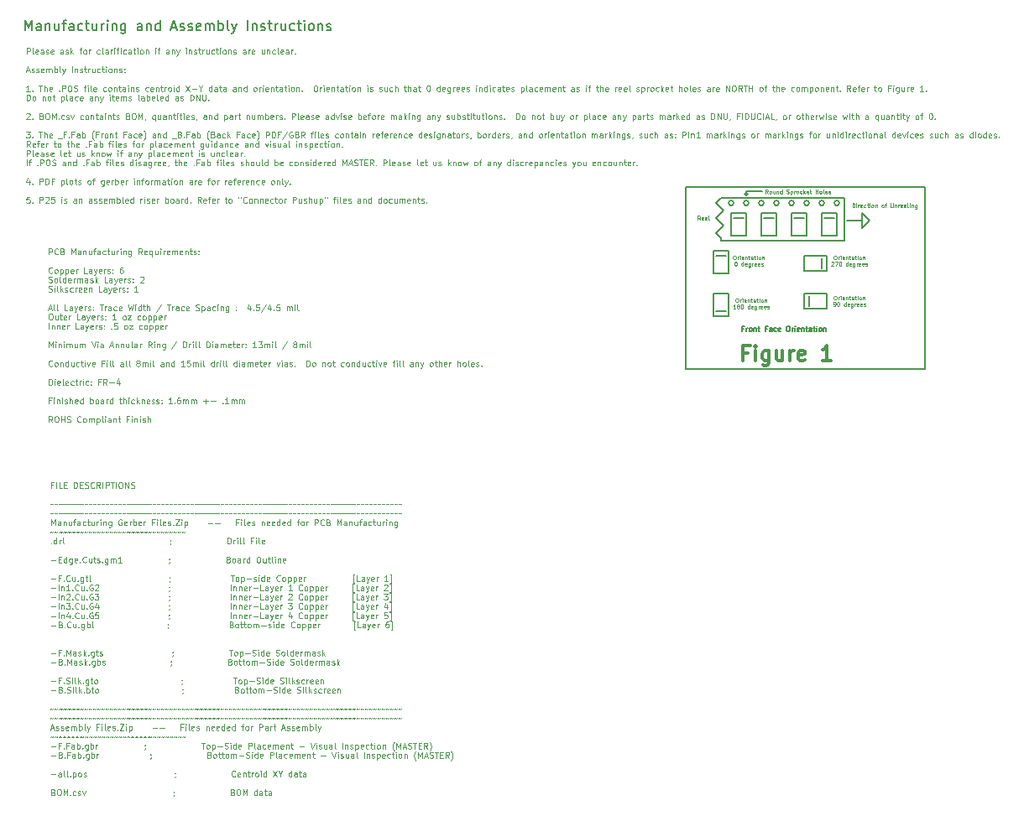
<source format=gbr>
G04 #@! TF.FileFunction,Drawing*
%FSLAX46Y46*%
G04 Gerber Fmt 4.6, Leading zero omitted, Abs format (unit mm)*
G04 Created by KiCad (PCBNEW 4.0.2-stable) date 1/2/2018 2:21:40 AM*
%MOMM*%
G01*
G04 APERTURE LIST*
%ADD10C,0.050000*%
%ADD11C,0.100000*%
%ADD12C,0.150000*%
%ADD13C,0.070000*%
%ADD14C,0.127000*%
%ADD15C,0.300000*%
%ADD16C,0.200000*%
G04 APERTURE END LIST*
D10*
D11*
X15200599Y-35936844D02*
X15200599Y-35336844D01*
X15429171Y-35336844D01*
X15486313Y-35365415D01*
X15514885Y-35393986D01*
X15543456Y-35451129D01*
X15543456Y-35536844D01*
X15514885Y-35593986D01*
X15486313Y-35622558D01*
X15429171Y-35651129D01*
X15200599Y-35651129D01*
X16143456Y-35879701D02*
X16114885Y-35908272D01*
X16029171Y-35936844D01*
X15972028Y-35936844D01*
X15886313Y-35908272D01*
X15829171Y-35851129D01*
X15800599Y-35793986D01*
X15772028Y-35679701D01*
X15772028Y-35593986D01*
X15800599Y-35479701D01*
X15829171Y-35422558D01*
X15886313Y-35365415D01*
X15972028Y-35336844D01*
X16029171Y-35336844D01*
X16114885Y-35365415D01*
X16143456Y-35393986D01*
X16600599Y-35622558D02*
X16686313Y-35651129D01*
X16714885Y-35679701D01*
X16743456Y-35736844D01*
X16743456Y-35822558D01*
X16714885Y-35879701D01*
X16686313Y-35908272D01*
X16629171Y-35936844D01*
X16400599Y-35936844D01*
X16400599Y-35336844D01*
X16600599Y-35336844D01*
X16657742Y-35365415D01*
X16686313Y-35393986D01*
X16714885Y-35451129D01*
X16714885Y-35508272D01*
X16686313Y-35565415D01*
X16657742Y-35593986D01*
X16600599Y-35622558D01*
X16400599Y-35622558D01*
X17457742Y-35936844D02*
X17457742Y-35336844D01*
X17657742Y-35765415D01*
X17857742Y-35336844D01*
X17857742Y-35936844D01*
X18400599Y-35936844D02*
X18400599Y-35622558D01*
X18372028Y-35565415D01*
X18314885Y-35536844D01*
X18200599Y-35536844D01*
X18143456Y-35565415D01*
X18400599Y-35908272D02*
X18343456Y-35936844D01*
X18200599Y-35936844D01*
X18143456Y-35908272D01*
X18114885Y-35851129D01*
X18114885Y-35793986D01*
X18143456Y-35736844D01*
X18200599Y-35708272D01*
X18343456Y-35708272D01*
X18400599Y-35679701D01*
X18686313Y-35536844D02*
X18686313Y-35936844D01*
X18686313Y-35593986D02*
X18714885Y-35565415D01*
X18772027Y-35536844D01*
X18857742Y-35536844D01*
X18914885Y-35565415D01*
X18943456Y-35622558D01*
X18943456Y-35936844D01*
X19486313Y-35536844D02*
X19486313Y-35936844D01*
X19229170Y-35536844D02*
X19229170Y-35851129D01*
X19257742Y-35908272D01*
X19314884Y-35936844D01*
X19400599Y-35936844D01*
X19457742Y-35908272D01*
X19486313Y-35879701D01*
X19686313Y-35536844D02*
X19914884Y-35536844D01*
X19772027Y-35936844D02*
X19772027Y-35422558D01*
X19800599Y-35365415D01*
X19857741Y-35336844D01*
X19914884Y-35336844D01*
X20372027Y-35936844D02*
X20372027Y-35622558D01*
X20343456Y-35565415D01*
X20286313Y-35536844D01*
X20172027Y-35536844D01*
X20114884Y-35565415D01*
X20372027Y-35908272D02*
X20314884Y-35936844D01*
X20172027Y-35936844D01*
X20114884Y-35908272D01*
X20086313Y-35851129D01*
X20086313Y-35793986D01*
X20114884Y-35736844D01*
X20172027Y-35708272D01*
X20314884Y-35708272D01*
X20372027Y-35679701D01*
X20914884Y-35908272D02*
X20857741Y-35936844D01*
X20743455Y-35936844D01*
X20686313Y-35908272D01*
X20657741Y-35879701D01*
X20629170Y-35822558D01*
X20629170Y-35651129D01*
X20657741Y-35593986D01*
X20686313Y-35565415D01*
X20743455Y-35536844D01*
X20857741Y-35536844D01*
X20914884Y-35565415D01*
X21086313Y-35536844D02*
X21314884Y-35536844D01*
X21172027Y-35336844D02*
X21172027Y-35851129D01*
X21200599Y-35908272D01*
X21257741Y-35936844D01*
X21314884Y-35936844D01*
X21772027Y-35536844D02*
X21772027Y-35936844D01*
X21514884Y-35536844D02*
X21514884Y-35851129D01*
X21543456Y-35908272D01*
X21600598Y-35936844D01*
X21686313Y-35936844D01*
X21743456Y-35908272D01*
X21772027Y-35879701D01*
X22057741Y-35936844D02*
X22057741Y-35536844D01*
X22057741Y-35651129D02*
X22086313Y-35593986D01*
X22114884Y-35565415D01*
X22172027Y-35536844D01*
X22229170Y-35536844D01*
X22429170Y-35936844D02*
X22429170Y-35536844D01*
X22429170Y-35336844D02*
X22400599Y-35365415D01*
X22429170Y-35393986D01*
X22457742Y-35365415D01*
X22429170Y-35336844D01*
X22429170Y-35393986D01*
X22714884Y-35536844D02*
X22714884Y-35936844D01*
X22714884Y-35593986D02*
X22743456Y-35565415D01*
X22800598Y-35536844D01*
X22886313Y-35536844D01*
X22943456Y-35565415D01*
X22972027Y-35622558D01*
X22972027Y-35936844D01*
X23514884Y-35536844D02*
X23514884Y-36022558D01*
X23486313Y-36079701D01*
X23457741Y-36108272D01*
X23400598Y-36136844D01*
X23314884Y-36136844D01*
X23257741Y-36108272D01*
X23514884Y-35908272D02*
X23457741Y-35936844D01*
X23343455Y-35936844D01*
X23286313Y-35908272D01*
X23257741Y-35879701D01*
X23229170Y-35822558D01*
X23229170Y-35651129D01*
X23257741Y-35593986D01*
X23286313Y-35565415D01*
X23343455Y-35536844D01*
X23457741Y-35536844D01*
X23514884Y-35565415D01*
X24600598Y-35936844D02*
X24400598Y-35651129D01*
X24257741Y-35936844D02*
X24257741Y-35336844D01*
X24486313Y-35336844D01*
X24543455Y-35365415D01*
X24572027Y-35393986D01*
X24600598Y-35451129D01*
X24600598Y-35536844D01*
X24572027Y-35593986D01*
X24543455Y-35622558D01*
X24486313Y-35651129D01*
X24257741Y-35651129D01*
X25086313Y-35908272D02*
X25029170Y-35936844D01*
X24914884Y-35936844D01*
X24857741Y-35908272D01*
X24829170Y-35851129D01*
X24829170Y-35622558D01*
X24857741Y-35565415D01*
X24914884Y-35536844D01*
X25029170Y-35536844D01*
X25086313Y-35565415D01*
X25114884Y-35622558D01*
X25114884Y-35679701D01*
X24829170Y-35736844D01*
X25629170Y-35536844D02*
X25629170Y-36136844D01*
X25629170Y-35908272D02*
X25572027Y-35936844D01*
X25457741Y-35936844D01*
X25400599Y-35908272D01*
X25372027Y-35879701D01*
X25343456Y-35822558D01*
X25343456Y-35651129D01*
X25372027Y-35593986D01*
X25400599Y-35565415D01*
X25457741Y-35536844D01*
X25572027Y-35536844D01*
X25629170Y-35565415D01*
X26172027Y-35536844D02*
X26172027Y-35936844D01*
X25914884Y-35536844D02*
X25914884Y-35851129D01*
X25943456Y-35908272D01*
X26000598Y-35936844D01*
X26086313Y-35936844D01*
X26143456Y-35908272D01*
X26172027Y-35879701D01*
X26457741Y-35936844D02*
X26457741Y-35536844D01*
X26457741Y-35336844D02*
X26429170Y-35365415D01*
X26457741Y-35393986D01*
X26486313Y-35365415D01*
X26457741Y-35336844D01*
X26457741Y-35393986D01*
X26743455Y-35936844D02*
X26743455Y-35536844D01*
X26743455Y-35651129D02*
X26772027Y-35593986D01*
X26800598Y-35565415D01*
X26857741Y-35536844D01*
X26914884Y-35536844D01*
X27343456Y-35908272D02*
X27286313Y-35936844D01*
X27172027Y-35936844D01*
X27114884Y-35908272D01*
X27086313Y-35851129D01*
X27086313Y-35622558D01*
X27114884Y-35565415D01*
X27172027Y-35536844D01*
X27286313Y-35536844D01*
X27343456Y-35565415D01*
X27372027Y-35622558D01*
X27372027Y-35679701D01*
X27086313Y-35736844D01*
X27629170Y-35936844D02*
X27629170Y-35536844D01*
X27629170Y-35593986D02*
X27657742Y-35565415D01*
X27714884Y-35536844D01*
X27800599Y-35536844D01*
X27857742Y-35565415D01*
X27886313Y-35622558D01*
X27886313Y-35936844D01*
X27886313Y-35622558D02*
X27914884Y-35565415D01*
X27972027Y-35536844D01*
X28057742Y-35536844D01*
X28114884Y-35565415D01*
X28143456Y-35622558D01*
X28143456Y-35936844D01*
X28657742Y-35908272D02*
X28600599Y-35936844D01*
X28486313Y-35936844D01*
X28429170Y-35908272D01*
X28400599Y-35851129D01*
X28400599Y-35622558D01*
X28429170Y-35565415D01*
X28486313Y-35536844D01*
X28600599Y-35536844D01*
X28657742Y-35565415D01*
X28686313Y-35622558D01*
X28686313Y-35679701D01*
X28400599Y-35736844D01*
X28943456Y-35536844D02*
X28943456Y-35936844D01*
X28943456Y-35593986D02*
X28972028Y-35565415D01*
X29029170Y-35536844D01*
X29114885Y-35536844D01*
X29172028Y-35565415D01*
X29200599Y-35622558D01*
X29200599Y-35936844D01*
X29400599Y-35536844D02*
X29629170Y-35536844D01*
X29486313Y-35336844D02*
X29486313Y-35851129D01*
X29514885Y-35908272D01*
X29572027Y-35936844D01*
X29629170Y-35936844D01*
X29800599Y-35908272D02*
X29857742Y-35936844D01*
X29972027Y-35936844D01*
X30029170Y-35908272D01*
X30057742Y-35851129D01*
X30057742Y-35822558D01*
X30029170Y-35765415D01*
X29972027Y-35736844D01*
X29886313Y-35736844D01*
X29829170Y-35708272D01*
X29800599Y-35651129D01*
X29800599Y-35622558D01*
X29829170Y-35565415D01*
X29886313Y-35536844D01*
X29972027Y-35536844D01*
X30029170Y-35565415D01*
X30314884Y-35879701D02*
X30343456Y-35908272D01*
X30314884Y-35936844D01*
X30286313Y-35908272D01*
X30314884Y-35879701D01*
X30314884Y-35936844D01*
X30314884Y-35565415D02*
X30343456Y-35593986D01*
X30314884Y-35622558D01*
X30286313Y-35593986D01*
X30314884Y-35565415D01*
X30314884Y-35622558D01*
X15543456Y-37759701D02*
X15514885Y-37788272D01*
X15429171Y-37816844D01*
X15372028Y-37816844D01*
X15286313Y-37788272D01*
X15229171Y-37731129D01*
X15200599Y-37673986D01*
X15172028Y-37559701D01*
X15172028Y-37473986D01*
X15200599Y-37359701D01*
X15229171Y-37302558D01*
X15286313Y-37245415D01*
X15372028Y-37216844D01*
X15429171Y-37216844D01*
X15514885Y-37245415D01*
X15543456Y-37273986D01*
X15886313Y-37816844D02*
X15829171Y-37788272D01*
X15800599Y-37759701D01*
X15772028Y-37702558D01*
X15772028Y-37531129D01*
X15800599Y-37473986D01*
X15829171Y-37445415D01*
X15886313Y-37416844D01*
X15972028Y-37416844D01*
X16029171Y-37445415D01*
X16057742Y-37473986D01*
X16086313Y-37531129D01*
X16086313Y-37702558D01*
X16057742Y-37759701D01*
X16029171Y-37788272D01*
X15972028Y-37816844D01*
X15886313Y-37816844D01*
X16343456Y-37416844D02*
X16343456Y-38016844D01*
X16343456Y-37445415D02*
X16400599Y-37416844D01*
X16514885Y-37416844D01*
X16572028Y-37445415D01*
X16600599Y-37473986D01*
X16629170Y-37531129D01*
X16629170Y-37702558D01*
X16600599Y-37759701D01*
X16572028Y-37788272D01*
X16514885Y-37816844D01*
X16400599Y-37816844D01*
X16343456Y-37788272D01*
X16886313Y-37416844D02*
X16886313Y-38016844D01*
X16886313Y-37445415D02*
X16943456Y-37416844D01*
X17057742Y-37416844D01*
X17114885Y-37445415D01*
X17143456Y-37473986D01*
X17172027Y-37531129D01*
X17172027Y-37702558D01*
X17143456Y-37759701D01*
X17114885Y-37788272D01*
X17057742Y-37816844D01*
X16943456Y-37816844D01*
X16886313Y-37788272D01*
X17657742Y-37788272D02*
X17600599Y-37816844D01*
X17486313Y-37816844D01*
X17429170Y-37788272D01*
X17400599Y-37731129D01*
X17400599Y-37502558D01*
X17429170Y-37445415D01*
X17486313Y-37416844D01*
X17600599Y-37416844D01*
X17657742Y-37445415D01*
X17686313Y-37502558D01*
X17686313Y-37559701D01*
X17400599Y-37616844D01*
X17943456Y-37816844D02*
X17943456Y-37416844D01*
X17943456Y-37531129D02*
X17972028Y-37473986D01*
X18000599Y-37445415D01*
X18057742Y-37416844D01*
X18114885Y-37416844D01*
X19057742Y-37816844D02*
X18772028Y-37816844D01*
X18772028Y-37216844D01*
X19514885Y-37816844D02*
X19514885Y-37502558D01*
X19486314Y-37445415D01*
X19429171Y-37416844D01*
X19314885Y-37416844D01*
X19257742Y-37445415D01*
X19514885Y-37788272D02*
X19457742Y-37816844D01*
X19314885Y-37816844D01*
X19257742Y-37788272D01*
X19229171Y-37731129D01*
X19229171Y-37673986D01*
X19257742Y-37616844D01*
X19314885Y-37588272D01*
X19457742Y-37588272D01*
X19514885Y-37559701D01*
X19743456Y-37416844D02*
X19886313Y-37816844D01*
X20029171Y-37416844D02*
X19886313Y-37816844D01*
X19829171Y-37959701D01*
X19800599Y-37988272D01*
X19743456Y-38016844D01*
X20486314Y-37788272D02*
X20429171Y-37816844D01*
X20314885Y-37816844D01*
X20257742Y-37788272D01*
X20229171Y-37731129D01*
X20229171Y-37502558D01*
X20257742Y-37445415D01*
X20314885Y-37416844D01*
X20429171Y-37416844D01*
X20486314Y-37445415D01*
X20514885Y-37502558D01*
X20514885Y-37559701D01*
X20229171Y-37616844D01*
X20772028Y-37816844D02*
X20772028Y-37416844D01*
X20772028Y-37531129D02*
X20800600Y-37473986D01*
X20829171Y-37445415D01*
X20886314Y-37416844D01*
X20943457Y-37416844D01*
X21114886Y-37788272D02*
X21172029Y-37816844D01*
X21286314Y-37816844D01*
X21343457Y-37788272D01*
X21372029Y-37731129D01*
X21372029Y-37702558D01*
X21343457Y-37645415D01*
X21286314Y-37616844D01*
X21200600Y-37616844D01*
X21143457Y-37588272D01*
X21114886Y-37531129D01*
X21114886Y-37502558D01*
X21143457Y-37445415D01*
X21200600Y-37416844D01*
X21286314Y-37416844D01*
X21343457Y-37445415D01*
X21629171Y-37759701D02*
X21657743Y-37788272D01*
X21629171Y-37816844D01*
X21600600Y-37788272D01*
X21629171Y-37759701D01*
X21629171Y-37816844D01*
X21629171Y-37445415D02*
X21657743Y-37473986D01*
X21629171Y-37502558D01*
X21600600Y-37473986D01*
X21629171Y-37445415D01*
X21629171Y-37502558D01*
X22629171Y-37216844D02*
X22514885Y-37216844D01*
X22457742Y-37245415D01*
X22429171Y-37273986D01*
X22372028Y-37359701D01*
X22343457Y-37473986D01*
X22343457Y-37702558D01*
X22372028Y-37759701D01*
X22400600Y-37788272D01*
X22457742Y-37816844D01*
X22572028Y-37816844D01*
X22629171Y-37788272D01*
X22657742Y-37759701D01*
X22686314Y-37702558D01*
X22686314Y-37559701D01*
X22657742Y-37502558D01*
X22629171Y-37473986D01*
X22572028Y-37445415D01*
X22457742Y-37445415D01*
X22400600Y-37473986D01*
X22372028Y-37502558D01*
X22343457Y-37559701D01*
X15172028Y-38728272D02*
X15257742Y-38756844D01*
X15400599Y-38756844D01*
X15457742Y-38728272D01*
X15486313Y-38699701D01*
X15514885Y-38642558D01*
X15514885Y-38585415D01*
X15486313Y-38528272D01*
X15457742Y-38499701D01*
X15400599Y-38471129D01*
X15286313Y-38442558D01*
X15229171Y-38413986D01*
X15200599Y-38385415D01*
X15172028Y-38328272D01*
X15172028Y-38271129D01*
X15200599Y-38213986D01*
X15229171Y-38185415D01*
X15286313Y-38156844D01*
X15429171Y-38156844D01*
X15514885Y-38185415D01*
X15857742Y-38756844D02*
X15800600Y-38728272D01*
X15772028Y-38699701D01*
X15743457Y-38642558D01*
X15743457Y-38471129D01*
X15772028Y-38413986D01*
X15800600Y-38385415D01*
X15857742Y-38356844D01*
X15943457Y-38356844D01*
X16000600Y-38385415D01*
X16029171Y-38413986D01*
X16057742Y-38471129D01*
X16057742Y-38642558D01*
X16029171Y-38699701D01*
X16000600Y-38728272D01*
X15943457Y-38756844D01*
X15857742Y-38756844D01*
X16400599Y-38756844D02*
X16343457Y-38728272D01*
X16314885Y-38671129D01*
X16314885Y-38156844D01*
X16886314Y-38756844D02*
X16886314Y-38156844D01*
X16886314Y-38728272D02*
X16829171Y-38756844D01*
X16714885Y-38756844D01*
X16657743Y-38728272D01*
X16629171Y-38699701D01*
X16600600Y-38642558D01*
X16600600Y-38471129D01*
X16629171Y-38413986D01*
X16657743Y-38385415D01*
X16714885Y-38356844D01*
X16829171Y-38356844D01*
X16886314Y-38385415D01*
X17400600Y-38728272D02*
X17343457Y-38756844D01*
X17229171Y-38756844D01*
X17172028Y-38728272D01*
X17143457Y-38671129D01*
X17143457Y-38442558D01*
X17172028Y-38385415D01*
X17229171Y-38356844D01*
X17343457Y-38356844D01*
X17400600Y-38385415D01*
X17429171Y-38442558D01*
X17429171Y-38499701D01*
X17143457Y-38556844D01*
X17686314Y-38756844D02*
X17686314Y-38356844D01*
X17686314Y-38471129D02*
X17714886Y-38413986D01*
X17743457Y-38385415D01*
X17800600Y-38356844D01*
X17857743Y-38356844D01*
X18057743Y-38756844D02*
X18057743Y-38356844D01*
X18057743Y-38413986D02*
X18086315Y-38385415D01*
X18143457Y-38356844D01*
X18229172Y-38356844D01*
X18286315Y-38385415D01*
X18314886Y-38442558D01*
X18314886Y-38756844D01*
X18314886Y-38442558D02*
X18343457Y-38385415D01*
X18400600Y-38356844D01*
X18486315Y-38356844D01*
X18543457Y-38385415D01*
X18572029Y-38442558D01*
X18572029Y-38756844D01*
X19114886Y-38756844D02*
X19114886Y-38442558D01*
X19086315Y-38385415D01*
X19029172Y-38356844D01*
X18914886Y-38356844D01*
X18857743Y-38385415D01*
X19114886Y-38728272D02*
X19057743Y-38756844D01*
X18914886Y-38756844D01*
X18857743Y-38728272D01*
X18829172Y-38671129D01*
X18829172Y-38613986D01*
X18857743Y-38556844D01*
X18914886Y-38528272D01*
X19057743Y-38528272D01*
X19114886Y-38499701D01*
X19372029Y-38728272D02*
X19429172Y-38756844D01*
X19543457Y-38756844D01*
X19600600Y-38728272D01*
X19629172Y-38671129D01*
X19629172Y-38642558D01*
X19600600Y-38585415D01*
X19543457Y-38556844D01*
X19457743Y-38556844D01*
X19400600Y-38528272D01*
X19372029Y-38471129D01*
X19372029Y-38442558D01*
X19400600Y-38385415D01*
X19457743Y-38356844D01*
X19543457Y-38356844D01*
X19600600Y-38385415D01*
X19886314Y-38756844D02*
X19886314Y-38156844D01*
X19943457Y-38528272D02*
X20114886Y-38756844D01*
X20114886Y-38356844D02*
X19886314Y-38585415D01*
X21114885Y-38756844D02*
X20829171Y-38756844D01*
X20829171Y-38156844D01*
X21572028Y-38756844D02*
X21572028Y-38442558D01*
X21543457Y-38385415D01*
X21486314Y-38356844D01*
X21372028Y-38356844D01*
X21314885Y-38385415D01*
X21572028Y-38728272D02*
X21514885Y-38756844D01*
X21372028Y-38756844D01*
X21314885Y-38728272D01*
X21286314Y-38671129D01*
X21286314Y-38613986D01*
X21314885Y-38556844D01*
X21372028Y-38528272D01*
X21514885Y-38528272D01*
X21572028Y-38499701D01*
X21800599Y-38356844D02*
X21943456Y-38756844D01*
X22086314Y-38356844D02*
X21943456Y-38756844D01*
X21886314Y-38899701D01*
X21857742Y-38928272D01*
X21800599Y-38956844D01*
X22543457Y-38728272D02*
X22486314Y-38756844D01*
X22372028Y-38756844D01*
X22314885Y-38728272D01*
X22286314Y-38671129D01*
X22286314Y-38442558D01*
X22314885Y-38385415D01*
X22372028Y-38356844D01*
X22486314Y-38356844D01*
X22543457Y-38385415D01*
X22572028Y-38442558D01*
X22572028Y-38499701D01*
X22286314Y-38556844D01*
X22829171Y-38756844D02*
X22829171Y-38356844D01*
X22829171Y-38471129D02*
X22857743Y-38413986D01*
X22886314Y-38385415D01*
X22943457Y-38356844D01*
X23000600Y-38356844D01*
X23172029Y-38728272D02*
X23229172Y-38756844D01*
X23343457Y-38756844D01*
X23400600Y-38728272D01*
X23429172Y-38671129D01*
X23429172Y-38642558D01*
X23400600Y-38585415D01*
X23343457Y-38556844D01*
X23257743Y-38556844D01*
X23200600Y-38528272D01*
X23172029Y-38471129D01*
X23172029Y-38442558D01*
X23200600Y-38385415D01*
X23257743Y-38356844D01*
X23343457Y-38356844D01*
X23400600Y-38385415D01*
X23686314Y-38699701D02*
X23714886Y-38728272D01*
X23686314Y-38756844D01*
X23657743Y-38728272D01*
X23686314Y-38699701D01*
X23686314Y-38756844D01*
X23686314Y-38385415D02*
X23714886Y-38413986D01*
X23686314Y-38442558D01*
X23657743Y-38413986D01*
X23686314Y-38385415D01*
X23686314Y-38442558D01*
X24400600Y-38213986D02*
X24429171Y-38185415D01*
X24486314Y-38156844D01*
X24629171Y-38156844D01*
X24686314Y-38185415D01*
X24714885Y-38213986D01*
X24743457Y-38271129D01*
X24743457Y-38328272D01*
X24714885Y-38413986D01*
X24372028Y-38756844D01*
X24743457Y-38756844D01*
X15172028Y-39668272D02*
X15257742Y-39696844D01*
X15400599Y-39696844D01*
X15457742Y-39668272D01*
X15486313Y-39639701D01*
X15514885Y-39582558D01*
X15514885Y-39525415D01*
X15486313Y-39468272D01*
X15457742Y-39439701D01*
X15400599Y-39411129D01*
X15286313Y-39382558D01*
X15229171Y-39353986D01*
X15200599Y-39325415D01*
X15172028Y-39268272D01*
X15172028Y-39211129D01*
X15200599Y-39153986D01*
X15229171Y-39125415D01*
X15286313Y-39096844D01*
X15429171Y-39096844D01*
X15514885Y-39125415D01*
X15772028Y-39696844D02*
X15772028Y-39296844D01*
X15772028Y-39096844D02*
X15743457Y-39125415D01*
X15772028Y-39153986D01*
X15800600Y-39125415D01*
X15772028Y-39096844D01*
X15772028Y-39153986D01*
X16143456Y-39696844D02*
X16086314Y-39668272D01*
X16057742Y-39611129D01*
X16057742Y-39096844D01*
X16372028Y-39696844D02*
X16372028Y-39096844D01*
X16429171Y-39468272D02*
X16600600Y-39696844D01*
X16600600Y-39296844D02*
X16372028Y-39525415D01*
X16829171Y-39668272D02*
X16886314Y-39696844D01*
X17000599Y-39696844D01*
X17057742Y-39668272D01*
X17086314Y-39611129D01*
X17086314Y-39582558D01*
X17057742Y-39525415D01*
X17000599Y-39496844D01*
X16914885Y-39496844D01*
X16857742Y-39468272D01*
X16829171Y-39411129D01*
X16829171Y-39382558D01*
X16857742Y-39325415D01*
X16914885Y-39296844D01*
X17000599Y-39296844D01*
X17057742Y-39325415D01*
X17600599Y-39668272D02*
X17543456Y-39696844D01*
X17429170Y-39696844D01*
X17372028Y-39668272D01*
X17343456Y-39639701D01*
X17314885Y-39582558D01*
X17314885Y-39411129D01*
X17343456Y-39353986D01*
X17372028Y-39325415D01*
X17429170Y-39296844D01*
X17543456Y-39296844D01*
X17600599Y-39325415D01*
X17857742Y-39696844D02*
X17857742Y-39296844D01*
X17857742Y-39411129D02*
X17886314Y-39353986D01*
X17914885Y-39325415D01*
X17972028Y-39296844D01*
X18029171Y-39296844D01*
X18457743Y-39668272D02*
X18400600Y-39696844D01*
X18286314Y-39696844D01*
X18229171Y-39668272D01*
X18200600Y-39611129D01*
X18200600Y-39382558D01*
X18229171Y-39325415D01*
X18286314Y-39296844D01*
X18400600Y-39296844D01*
X18457743Y-39325415D01*
X18486314Y-39382558D01*
X18486314Y-39439701D01*
X18200600Y-39496844D01*
X18972029Y-39668272D02*
X18914886Y-39696844D01*
X18800600Y-39696844D01*
X18743457Y-39668272D01*
X18714886Y-39611129D01*
X18714886Y-39382558D01*
X18743457Y-39325415D01*
X18800600Y-39296844D01*
X18914886Y-39296844D01*
X18972029Y-39325415D01*
X19000600Y-39382558D01*
X19000600Y-39439701D01*
X18714886Y-39496844D01*
X19257743Y-39296844D02*
X19257743Y-39696844D01*
X19257743Y-39353986D02*
X19286315Y-39325415D01*
X19343457Y-39296844D01*
X19429172Y-39296844D01*
X19486315Y-39325415D01*
X19514886Y-39382558D01*
X19514886Y-39696844D01*
X20543457Y-39696844D02*
X20257743Y-39696844D01*
X20257743Y-39096844D01*
X21000600Y-39696844D02*
X21000600Y-39382558D01*
X20972029Y-39325415D01*
X20914886Y-39296844D01*
X20800600Y-39296844D01*
X20743457Y-39325415D01*
X21000600Y-39668272D02*
X20943457Y-39696844D01*
X20800600Y-39696844D01*
X20743457Y-39668272D01*
X20714886Y-39611129D01*
X20714886Y-39553986D01*
X20743457Y-39496844D01*
X20800600Y-39468272D01*
X20943457Y-39468272D01*
X21000600Y-39439701D01*
X21229171Y-39296844D02*
X21372028Y-39696844D01*
X21514886Y-39296844D02*
X21372028Y-39696844D01*
X21314886Y-39839701D01*
X21286314Y-39868272D01*
X21229171Y-39896844D01*
X21972029Y-39668272D02*
X21914886Y-39696844D01*
X21800600Y-39696844D01*
X21743457Y-39668272D01*
X21714886Y-39611129D01*
X21714886Y-39382558D01*
X21743457Y-39325415D01*
X21800600Y-39296844D01*
X21914886Y-39296844D01*
X21972029Y-39325415D01*
X22000600Y-39382558D01*
X22000600Y-39439701D01*
X21714886Y-39496844D01*
X22257743Y-39696844D02*
X22257743Y-39296844D01*
X22257743Y-39411129D02*
X22286315Y-39353986D01*
X22314886Y-39325415D01*
X22372029Y-39296844D01*
X22429172Y-39296844D01*
X22600601Y-39668272D02*
X22657744Y-39696844D01*
X22772029Y-39696844D01*
X22829172Y-39668272D01*
X22857744Y-39611129D01*
X22857744Y-39582558D01*
X22829172Y-39525415D01*
X22772029Y-39496844D01*
X22686315Y-39496844D01*
X22629172Y-39468272D01*
X22600601Y-39411129D01*
X22600601Y-39382558D01*
X22629172Y-39325415D01*
X22686315Y-39296844D01*
X22772029Y-39296844D01*
X22829172Y-39325415D01*
X23114886Y-39639701D02*
X23143458Y-39668272D01*
X23114886Y-39696844D01*
X23086315Y-39668272D01*
X23114886Y-39639701D01*
X23114886Y-39696844D01*
X23114886Y-39325415D02*
X23143458Y-39353986D01*
X23114886Y-39382558D01*
X23086315Y-39353986D01*
X23114886Y-39325415D01*
X23114886Y-39382558D01*
X24172029Y-39696844D02*
X23829172Y-39696844D01*
X24000600Y-39696844D02*
X24000600Y-39096844D01*
X23943457Y-39182558D01*
X23886315Y-39239701D01*
X23829172Y-39268272D01*
X15172028Y-41405415D02*
X15457742Y-41405415D01*
X15114885Y-41576844D02*
X15314885Y-40976844D01*
X15514885Y-41576844D01*
X15800599Y-41576844D02*
X15743457Y-41548272D01*
X15714885Y-41491129D01*
X15714885Y-40976844D01*
X16114885Y-41576844D02*
X16057743Y-41548272D01*
X16029171Y-41491129D01*
X16029171Y-40976844D01*
X17086314Y-41576844D02*
X16800600Y-41576844D01*
X16800600Y-40976844D01*
X17543457Y-41576844D02*
X17543457Y-41262558D01*
X17514886Y-41205415D01*
X17457743Y-41176844D01*
X17343457Y-41176844D01*
X17286314Y-41205415D01*
X17543457Y-41548272D02*
X17486314Y-41576844D01*
X17343457Y-41576844D01*
X17286314Y-41548272D01*
X17257743Y-41491129D01*
X17257743Y-41433986D01*
X17286314Y-41376844D01*
X17343457Y-41348272D01*
X17486314Y-41348272D01*
X17543457Y-41319701D01*
X17772028Y-41176844D02*
X17914885Y-41576844D01*
X18057743Y-41176844D02*
X17914885Y-41576844D01*
X17857743Y-41719701D01*
X17829171Y-41748272D01*
X17772028Y-41776844D01*
X18514886Y-41548272D02*
X18457743Y-41576844D01*
X18343457Y-41576844D01*
X18286314Y-41548272D01*
X18257743Y-41491129D01*
X18257743Y-41262558D01*
X18286314Y-41205415D01*
X18343457Y-41176844D01*
X18457743Y-41176844D01*
X18514886Y-41205415D01*
X18543457Y-41262558D01*
X18543457Y-41319701D01*
X18257743Y-41376844D01*
X18800600Y-41576844D02*
X18800600Y-41176844D01*
X18800600Y-41291129D02*
X18829172Y-41233986D01*
X18857743Y-41205415D01*
X18914886Y-41176844D01*
X18972029Y-41176844D01*
X19143458Y-41548272D02*
X19200601Y-41576844D01*
X19314886Y-41576844D01*
X19372029Y-41548272D01*
X19400601Y-41491129D01*
X19400601Y-41462558D01*
X19372029Y-41405415D01*
X19314886Y-41376844D01*
X19229172Y-41376844D01*
X19172029Y-41348272D01*
X19143458Y-41291129D01*
X19143458Y-41262558D01*
X19172029Y-41205415D01*
X19229172Y-41176844D01*
X19314886Y-41176844D01*
X19372029Y-41205415D01*
X19657743Y-41519701D02*
X19686315Y-41548272D01*
X19657743Y-41576844D01*
X19629172Y-41548272D01*
X19657743Y-41519701D01*
X19657743Y-41576844D01*
X19657743Y-41205415D02*
X19686315Y-41233986D01*
X19657743Y-41262558D01*
X19629172Y-41233986D01*
X19657743Y-41205415D01*
X19657743Y-41262558D01*
X20314886Y-40976844D02*
X20657743Y-40976844D01*
X20486314Y-41576844D02*
X20486314Y-40976844D01*
X20857743Y-41576844D02*
X20857743Y-41176844D01*
X20857743Y-41291129D02*
X20886315Y-41233986D01*
X20914886Y-41205415D01*
X20972029Y-41176844D01*
X21029172Y-41176844D01*
X21486315Y-41576844D02*
X21486315Y-41262558D01*
X21457744Y-41205415D01*
X21400601Y-41176844D01*
X21286315Y-41176844D01*
X21229172Y-41205415D01*
X21486315Y-41548272D02*
X21429172Y-41576844D01*
X21286315Y-41576844D01*
X21229172Y-41548272D01*
X21200601Y-41491129D01*
X21200601Y-41433986D01*
X21229172Y-41376844D01*
X21286315Y-41348272D01*
X21429172Y-41348272D01*
X21486315Y-41319701D01*
X22029172Y-41548272D02*
X21972029Y-41576844D01*
X21857743Y-41576844D01*
X21800601Y-41548272D01*
X21772029Y-41519701D01*
X21743458Y-41462558D01*
X21743458Y-41291129D01*
X21772029Y-41233986D01*
X21800601Y-41205415D01*
X21857743Y-41176844D01*
X21972029Y-41176844D01*
X22029172Y-41205415D01*
X22514887Y-41548272D02*
X22457744Y-41576844D01*
X22343458Y-41576844D01*
X22286315Y-41548272D01*
X22257744Y-41491129D01*
X22257744Y-41262558D01*
X22286315Y-41205415D01*
X22343458Y-41176844D01*
X22457744Y-41176844D01*
X22514887Y-41205415D01*
X22543458Y-41262558D01*
X22543458Y-41319701D01*
X22257744Y-41376844D01*
X23200601Y-40976844D02*
X23343458Y-41576844D01*
X23457744Y-41148272D01*
X23572030Y-41576844D01*
X23714887Y-40976844D01*
X23943458Y-41576844D02*
X23943458Y-41176844D01*
X23943458Y-40976844D02*
X23914887Y-41005415D01*
X23943458Y-41033986D01*
X23972030Y-41005415D01*
X23943458Y-40976844D01*
X23943458Y-41033986D01*
X24486315Y-41576844D02*
X24486315Y-40976844D01*
X24486315Y-41548272D02*
X24429172Y-41576844D01*
X24314886Y-41576844D01*
X24257744Y-41548272D01*
X24229172Y-41519701D01*
X24200601Y-41462558D01*
X24200601Y-41291129D01*
X24229172Y-41233986D01*
X24257744Y-41205415D01*
X24314886Y-41176844D01*
X24429172Y-41176844D01*
X24486315Y-41205415D01*
X24686315Y-41176844D02*
X24914886Y-41176844D01*
X24772029Y-40976844D02*
X24772029Y-41491129D01*
X24800601Y-41548272D01*
X24857743Y-41576844D01*
X24914886Y-41576844D01*
X25114886Y-41576844D02*
X25114886Y-40976844D01*
X25372029Y-41576844D02*
X25372029Y-41262558D01*
X25343458Y-41205415D01*
X25286315Y-41176844D01*
X25200600Y-41176844D01*
X25143458Y-41205415D01*
X25114886Y-41233986D01*
X26543458Y-40948272D02*
X26029172Y-41719701D01*
X27114886Y-40976844D02*
X27457743Y-40976844D01*
X27286314Y-41576844D02*
X27286314Y-40976844D01*
X27657743Y-41576844D02*
X27657743Y-41176844D01*
X27657743Y-41291129D02*
X27686315Y-41233986D01*
X27714886Y-41205415D01*
X27772029Y-41176844D01*
X27829172Y-41176844D01*
X28286315Y-41576844D02*
X28286315Y-41262558D01*
X28257744Y-41205415D01*
X28200601Y-41176844D01*
X28086315Y-41176844D01*
X28029172Y-41205415D01*
X28286315Y-41548272D02*
X28229172Y-41576844D01*
X28086315Y-41576844D01*
X28029172Y-41548272D01*
X28000601Y-41491129D01*
X28000601Y-41433986D01*
X28029172Y-41376844D01*
X28086315Y-41348272D01*
X28229172Y-41348272D01*
X28286315Y-41319701D01*
X28829172Y-41548272D02*
X28772029Y-41576844D01*
X28657743Y-41576844D01*
X28600601Y-41548272D01*
X28572029Y-41519701D01*
X28543458Y-41462558D01*
X28543458Y-41291129D01*
X28572029Y-41233986D01*
X28600601Y-41205415D01*
X28657743Y-41176844D01*
X28772029Y-41176844D01*
X28829172Y-41205415D01*
X29314887Y-41548272D02*
X29257744Y-41576844D01*
X29143458Y-41576844D01*
X29086315Y-41548272D01*
X29057744Y-41491129D01*
X29057744Y-41262558D01*
X29086315Y-41205415D01*
X29143458Y-41176844D01*
X29257744Y-41176844D01*
X29314887Y-41205415D01*
X29343458Y-41262558D01*
X29343458Y-41319701D01*
X29057744Y-41376844D01*
X30029173Y-41548272D02*
X30114887Y-41576844D01*
X30257744Y-41576844D01*
X30314887Y-41548272D01*
X30343458Y-41519701D01*
X30372030Y-41462558D01*
X30372030Y-41405415D01*
X30343458Y-41348272D01*
X30314887Y-41319701D01*
X30257744Y-41291129D01*
X30143458Y-41262558D01*
X30086316Y-41233986D01*
X30057744Y-41205415D01*
X30029173Y-41148272D01*
X30029173Y-41091129D01*
X30057744Y-41033986D01*
X30086316Y-41005415D01*
X30143458Y-40976844D01*
X30286316Y-40976844D01*
X30372030Y-41005415D01*
X30629173Y-41176844D02*
X30629173Y-41776844D01*
X30629173Y-41205415D02*
X30686316Y-41176844D01*
X30800602Y-41176844D01*
X30857745Y-41205415D01*
X30886316Y-41233986D01*
X30914887Y-41291129D01*
X30914887Y-41462558D01*
X30886316Y-41519701D01*
X30857745Y-41548272D01*
X30800602Y-41576844D01*
X30686316Y-41576844D01*
X30629173Y-41548272D01*
X31429173Y-41576844D02*
X31429173Y-41262558D01*
X31400602Y-41205415D01*
X31343459Y-41176844D01*
X31229173Y-41176844D01*
X31172030Y-41205415D01*
X31429173Y-41548272D02*
X31372030Y-41576844D01*
X31229173Y-41576844D01*
X31172030Y-41548272D01*
X31143459Y-41491129D01*
X31143459Y-41433986D01*
X31172030Y-41376844D01*
X31229173Y-41348272D01*
X31372030Y-41348272D01*
X31429173Y-41319701D01*
X31972030Y-41548272D02*
X31914887Y-41576844D01*
X31800601Y-41576844D01*
X31743459Y-41548272D01*
X31714887Y-41519701D01*
X31686316Y-41462558D01*
X31686316Y-41291129D01*
X31714887Y-41233986D01*
X31743459Y-41205415D01*
X31800601Y-41176844D01*
X31914887Y-41176844D01*
X31972030Y-41205415D01*
X32229173Y-41576844D02*
X32229173Y-41176844D01*
X32229173Y-40976844D02*
X32200602Y-41005415D01*
X32229173Y-41033986D01*
X32257745Y-41005415D01*
X32229173Y-40976844D01*
X32229173Y-41033986D01*
X32514887Y-41176844D02*
X32514887Y-41576844D01*
X32514887Y-41233986D02*
X32543459Y-41205415D01*
X32600601Y-41176844D01*
X32686316Y-41176844D01*
X32743459Y-41205415D01*
X32772030Y-41262558D01*
X32772030Y-41576844D01*
X33314887Y-41176844D02*
X33314887Y-41662558D01*
X33286316Y-41719701D01*
X33257744Y-41748272D01*
X33200601Y-41776844D01*
X33114887Y-41776844D01*
X33057744Y-41748272D01*
X33314887Y-41548272D02*
X33257744Y-41576844D01*
X33143458Y-41576844D01*
X33086316Y-41548272D01*
X33057744Y-41519701D01*
X33029173Y-41462558D01*
X33029173Y-41291129D01*
X33057744Y-41233986D01*
X33086316Y-41205415D01*
X33143458Y-41176844D01*
X33257744Y-41176844D01*
X33314887Y-41205415D01*
X34057744Y-41519701D02*
X34086316Y-41548272D01*
X34057744Y-41576844D01*
X34029173Y-41548272D01*
X34057744Y-41519701D01*
X34057744Y-41576844D01*
X34057744Y-41205415D02*
X34086316Y-41233986D01*
X34057744Y-41262558D01*
X34029173Y-41233986D01*
X34057744Y-41205415D01*
X34057744Y-41262558D01*
X35514887Y-41176844D02*
X35514887Y-41576844D01*
X35372030Y-40948272D02*
X35229173Y-41376844D01*
X35600601Y-41376844D01*
X35829173Y-41519701D02*
X35857745Y-41548272D01*
X35829173Y-41576844D01*
X35800602Y-41548272D01*
X35829173Y-41519701D01*
X35829173Y-41576844D01*
X36400601Y-40976844D02*
X36114887Y-40976844D01*
X36086316Y-41262558D01*
X36114887Y-41233986D01*
X36172030Y-41205415D01*
X36314887Y-41205415D01*
X36372030Y-41233986D01*
X36400601Y-41262558D01*
X36429173Y-41319701D01*
X36429173Y-41462558D01*
X36400601Y-41519701D01*
X36372030Y-41548272D01*
X36314887Y-41576844D01*
X36172030Y-41576844D01*
X36114887Y-41548272D01*
X36086316Y-41519701D01*
X37114888Y-40948272D02*
X36600602Y-41719701D01*
X37572030Y-41176844D02*
X37572030Y-41576844D01*
X37429173Y-40948272D02*
X37286316Y-41376844D01*
X37657744Y-41376844D01*
X37886316Y-41519701D02*
X37914888Y-41548272D01*
X37886316Y-41576844D01*
X37857745Y-41548272D01*
X37886316Y-41519701D01*
X37886316Y-41576844D01*
X38457744Y-40976844D02*
X38172030Y-40976844D01*
X38143459Y-41262558D01*
X38172030Y-41233986D01*
X38229173Y-41205415D01*
X38372030Y-41205415D01*
X38429173Y-41233986D01*
X38457744Y-41262558D01*
X38486316Y-41319701D01*
X38486316Y-41462558D01*
X38457744Y-41519701D01*
X38429173Y-41548272D01*
X38372030Y-41576844D01*
X38229173Y-41576844D01*
X38172030Y-41548272D01*
X38143459Y-41519701D01*
X39200602Y-41576844D02*
X39200602Y-41176844D01*
X39200602Y-41233986D02*
X39229174Y-41205415D01*
X39286316Y-41176844D01*
X39372031Y-41176844D01*
X39429174Y-41205415D01*
X39457745Y-41262558D01*
X39457745Y-41576844D01*
X39457745Y-41262558D02*
X39486316Y-41205415D01*
X39543459Y-41176844D01*
X39629174Y-41176844D01*
X39686316Y-41205415D01*
X39714888Y-41262558D01*
X39714888Y-41576844D01*
X40000602Y-41576844D02*
X40000602Y-41176844D01*
X40000602Y-40976844D02*
X39972031Y-41005415D01*
X40000602Y-41033986D01*
X40029174Y-41005415D01*
X40000602Y-40976844D01*
X40000602Y-41033986D01*
X40372030Y-41576844D02*
X40314888Y-41548272D01*
X40286316Y-41491129D01*
X40286316Y-40976844D01*
X15314885Y-41916844D02*
X15429171Y-41916844D01*
X15486313Y-41945415D01*
X15543456Y-42002558D01*
X15572028Y-42116844D01*
X15572028Y-42316844D01*
X15543456Y-42431129D01*
X15486313Y-42488272D01*
X15429171Y-42516844D01*
X15314885Y-42516844D01*
X15257742Y-42488272D01*
X15200599Y-42431129D01*
X15172028Y-42316844D01*
X15172028Y-42116844D01*
X15200599Y-42002558D01*
X15257742Y-41945415D01*
X15314885Y-41916844D01*
X16086313Y-42116844D02*
X16086313Y-42516844D01*
X15829170Y-42116844D02*
X15829170Y-42431129D01*
X15857742Y-42488272D01*
X15914884Y-42516844D01*
X16000599Y-42516844D01*
X16057742Y-42488272D01*
X16086313Y-42459701D01*
X16286313Y-42116844D02*
X16514884Y-42116844D01*
X16372027Y-41916844D02*
X16372027Y-42431129D01*
X16400599Y-42488272D01*
X16457741Y-42516844D01*
X16514884Y-42516844D01*
X16943456Y-42488272D02*
X16886313Y-42516844D01*
X16772027Y-42516844D01*
X16714884Y-42488272D01*
X16686313Y-42431129D01*
X16686313Y-42202558D01*
X16714884Y-42145415D01*
X16772027Y-42116844D01*
X16886313Y-42116844D01*
X16943456Y-42145415D01*
X16972027Y-42202558D01*
X16972027Y-42259701D01*
X16686313Y-42316844D01*
X17229170Y-42516844D02*
X17229170Y-42116844D01*
X17229170Y-42231129D02*
X17257742Y-42173986D01*
X17286313Y-42145415D01*
X17343456Y-42116844D01*
X17400599Y-42116844D01*
X18343456Y-42516844D02*
X18057742Y-42516844D01*
X18057742Y-41916844D01*
X18800599Y-42516844D02*
X18800599Y-42202558D01*
X18772028Y-42145415D01*
X18714885Y-42116844D01*
X18600599Y-42116844D01*
X18543456Y-42145415D01*
X18800599Y-42488272D02*
X18743456Y-42516844D01*
X18600599Y-42516844D01*
X18543456Y-42488272D01*
X18514885Y-42431129D01*
X18514885Y-42373986D01*
X18543456Y-42316844D01*
X18600599Y-42288272D01*
X18743456Y-42288272D01*
X18800599Y-42259701D01*
X19029170Y-42116844D02*
X19172027Y-42516844D01*
X19314885Y-42116844D02*
X19172027Y-42516844D01*
X19114885Y-42659701D01*
X19086313Y-42688272D01*
X19029170Y-42716844D01*
X19772028Y-42488272D02*
X19714885Y-42516844D01*
X19600599Y-42516844D01*
X19543456Y-42488272D01*
X19514885Y-42431129D01*
X19514885Y-42202558D01*
X19543456Y-42145415D01*
X19600599Y-42116844D01*
X19714885Y-42116844D01*
X19772028Y-42145415D01*
X19800599Y-42202558D01*
X19800599Y-42259701D01*
X19514885Y-42316844D01*
X20057742Y-42516844D02*
X20057742Y-42116844D01*
X20057742Y-42231129D02*
X20086314Y-42173986D01*
X20114885Y-42145415D01*
X20172028Y-42116844D01*
X20229171Y-42116844D01*
X20400600Y-42488272D02*
X20457743Y-42516844D01*
X20572028Y-42516844D01*
X20629171Y-42488272D01*
X20657743Y-42431129D01*
X20657743Y-42402558D01*
X20629171Y-42345415D01*
X20572028Y-42316844D01*
X20486314Y-42316844D01*
X20429171Y-42288272D01*
X20400600Y-42231129D01*
X20400600Y-42202558D01*
X20429171Y-42145415D01*
X20486314Y-42116844D01*
X20572028Y-42116844D01*
X20629171Y-42145415D01*
X20914885Y-42459701D02*
X20943457Y-42488272D01*
X20914885Y-42516844D01*
X20886314Y-42488272D01*
X20914885Y-42459701D01*
X20914885Y-42516844D01*
X20914885Y-42145415D02*
X20943457Y-42173986D01*
X20914885Y-42202558D01*
X20886314Y-42173986D01*
X20914885Y-42145415D01*
X20914885Y-42202558D01*
X21972028Y-42516844D02*
X21629171Y-42516844D01*
X21800599Y-42516844D02*
X21800599Y-41916844D01*
X21743456Y-42002558D01*
X21686314Y-42059701D01*
X21629171Y-42088272D01*
X22772028Y-42516844D02*
X22714886Y-42488272D01*
X22686314Y-42459701D01*
X22657743Y-42402558D01*
X22657743Y-42231129D01*
X22686314Y-42173986D01*
X22714886Y-42145415D01*
X22772028Y-42116844D01*
X22857743Y-42116844D01*
X22914886Y-42145415D01*
X22943457Y-42173986D01*
X22972028Y-42231129D01*
X22972028Y-42402558D01*
X22943457Y-42459701D01*
X22914886Y-42488272D01*
X22857743Y-42516844D01*
X22772028Y-42516844D01*
X23172028Y-42116844D02*
X23486314Y-42116844D01*
X23172028Y-42516844D01*
X23486314Y-42516844D01*
X24429171Y-42488272D02*
X24372028Y-42516844D01*
X24257742Y-42516844D01*
X24200600Y-42488272D01*
X24172028Y-42459701D01*
X24143457Y-42402558D01*
X24143457Y-42231129D01*
X24172028Y-42173986D01*
X24200600Y-42145415D01*
X24257742Y-42116844D01*
X24372028Y-42116844D01*
X24429171Y-42145415D01*
X24772028Y-42516844D02*
X24714886Y-42488272D01*
X24686314Y-42459701D01*
X24657743Y-42402558D01*
X24657743Y-42231129D01*
X24686314Y-42173986D01*
X24714886Y-42145415D01*
X24772028Y-42116844D01*
X24857743Y-42116844D01*
X24914886Y-42145415D01*
X24943457Y-42173986D01*
X24972028Y-42231129D01*
X24972028Y-42402558D01*
X24943457Y-42459701D01*
X24914886Y-42488272D01*
X24857743Y-42516844D01*
X24772028Y-42516844D01*
X25229171Y-42116844D02*
X25229171Y-42716844D01*
X25229171Y-42145415D02*
X25286314Y-42116844D01*
X25400600Y-42116844D01*
X25457743Y-42145415D01*
X25486314Y-42173986D01*
X25514885Y-42231129D01*
X25514885Y-42402558D01*
X25486314Y-42459701D01*
X25457743Y-42488272D01*
X25400600Y-42516844D01*
X25286314Y-42516844D01*
X25229171Y-42488272D01*
X25772028Y-42116844D02*
X25772028Y-42716844D01*
X25772028Y-42145415D02*
X25829171Y-42116844D01*
X25943457Y-42116844D01*
X26000600Y-42145415D01*
X26029171Y-42173986D01*
X26057742Y-42231129D01*
X26057742Y-42402558D01*
X26029171Y-42459701D01*
X26000600Y-42488272D01*
X25943457Y-42516844D01*
X25829171Y-42516844D01*
X25772028Y-42488272D01*
X26543457Y-42488272D02*
X26486314Y-42516844D01*
X26372028Y-42516844D01*
X26314885Y-42488272D01*
X26286314Y-42431129D01*
X26286314Y-42202558D01*
X26314885Y-42145415D01*
X26372028Y-42116844D01*
X26486314Y-42116844D01*
X26543457Y-42145415D01*
X26572028Y-42202558D01*
X26572028Y-42259701D01*
X26286314Y-42316844D01*
X26829171Y-42516844D02*
X26829171Y-42116844D01*
X26829171Y-42231129D02*
X26857743Y-42173986D01*
X26886314Y-42145415D01*
X26943457Y-42116844D01*
X27000600Y-42116844D01*
X15200599Y-43456844D02*
X15200599Y-42856844D01*
X15486313Y-43056844D02*
X15486313Y-43456844D01*
X15486313Y-43113986D02*
X15514885Y-43085415D01*
X15572027Y-43056844D01*
X15657742Y-43056844D01*
X15714885Y-43085415D01*
X15743456Y-43142558D01*
X15743456Y-43456844D01*
X16029170Y-43056844D02*
X16029170Y-43456844D01*
X16029170Y-43113986D02*
X16057742Y-43085415D01*
X16114884Y-43056844D01*
X16200599Y-43056844D01*
X16257742Y-43085415D01*
X16286313Y-43142558D01*
X16286313Y-43456844D01*
X16800599Y-43428272D02*
X16743456Y-43456844D01*
X16629170Y-43456844D01*
X16572027Y-43428272D01*
X16543456Y-43371129D01*
X16543456Y-43142558D01*
X16572027Y-43085415D01*
X16629170Y-43056844D01*
X16743456Y-43056844D01*
X16800599Y-43085415D01*
X16829170Y-43142558D01*
X16829170Y-43199701D01*
X16543456Y-43256844D01*
X17086313Y-43456844D02*
X17086313Y-43056844D01*
X17086313Y-43171129D02*
X17114885Y-43113986D01*
X17143456Y-43085415D01*
X17200599Y-43056844D01*
X17257742Y-43056844D01*
X18200599Y-43456844D02*
X17914885Y-43456844D01*
X17914885Y-42856844D01*
X18657742Y-43456844D02*
X18657742Y-43142558D01*
X18629171Y-43085415D01*
X18572028Y-43056844D01*
X18457742Y-43056844D01*
X18400599Y-43085415D01*
X18657742Y-43428272D02*
X18600599Y-43456844D01*
X18457742Y-43456844D01*
X18400599Y-43428272D01*
X18372028Y-43371129D01*
X18372028Y-43313986D01*
X18400599Y-43256844D01*
X18457742Y-43228272D01*
X18600599Y-43228272D01*
X18657742Y-43199701D01*
X18886313Y-43056844D02*
X19029170Y-43456844D01*
X19172028Y-43056844D02*
X19029170Y-43456844D01*
X18972028Y-43599701D01*
X18943456Y-43628272D01*
X18886313Y-43656844D01*
X19629171Y-43428272D02*
X19572028Y-43456844D01*
X19457742Y-43456844D01*
X19400599Y-43428272D01*
X19372028Y-43371129D01*
X19372028Y-43142558D01*
X19400599Y-43085415D01*
X19457742Y-43056844D01*
X19572028Y-43056844D01*
X19629171Y-43085415D01*
X19657742Y-43142558D01*
X19657742Y-43199701D01*
X19372028Y-43256844D01*
X19914885Y-43456844D02*
X19914885Y-43056844D01*
X19914885Y-43171129D02*
X19943457Y-43113986D01*
X19972028Y-43085415D01*
X20029171Y-43056844D01*
X20086314Y-43056844D01*
X20257743Y-43428272D02*
X20314886Y-43456844D01*
X20429171Y-43456844D01*
X20486314Y-43428272D01*
X20514886Y-43371129D01*
X20514886Y-43342558D01*
X20486314Y-43285415D01*
X20429171Y-43256844D01*
X20343457Y-43256844D01*
X20286314Y-43228272D01*
X20257743Y-43171129D01*
X20257743Y-43142558D01*
X20286314Y-43085415D01*
X20343457Y-43056844D01*
X20429171Y-43056844D01*
X20486314Y-43085415D01*
X20772028Y-43399701D02*
X20800600Y-43428272D01*
X20772028Y-43456844D01*
X20743457Y-43428272D01*
X20772028Y-43399701D01*
X20772028Y-43456844D01*
X20772028Y-43085415D02*
X20800600Y-43113986D01*
X20772028Y-43142558D01*
X20743457Y-43113986D01*
X20772028Y-43085415D01*
X20772028Y-43142558D01*
X21514885Y-43399701D02*
X21543457Y-43428272D01*
X21514885Y-43456844D01*
X21486314Y-43428272D01*
X21514885Y-43399701D01*
X21514885Y-43456844D01*
X22086313Y-42856844D02*
X21800599Y-42856844D01*
X21772028Y-43142558D01*
X21800599Y-43113986D01*
X21857742Y-43085415D01*
X22000599Y-43085415D01*
X22057742Y-43113986D01*
X22086313Y-43142558D01*
X22114885Y-43199701D01*
X22114885Y-43342558D01*
X22086313Y-43399701D01*
X22057742Y-43428272D01*
X22000599Y-43456844D01*
X21857742Y-43456844D01*
X21800599Y-43428272D01*
X21772028Y-43399701D01*
X22914885Y-43456844D02*
X22857743Y-43428272D01*
X22829171Y-43399701D01*
X22800600Y-43342558D01*
X22800600Y-43171129D01*
X22829171Y-43113986D01*
X22857743Y-43085415D01*
X22914885Y-43056844D01*
X23000600Y-43056844D01*
X23057743Y-43085415D01*
X23086314Y-43113986D01*
X23114885Y-43171129D01*
X23114885Y-43342558D01*
X23086314Y-43399701D01*
X23057743Y-43428272D01*
X23000600Y-43456844D01*
X22914885Y-43456844D01*
X23314885Y-43056844D02*
X23629171Y-43056844D01*
X23314885Y-43456844D01*
X23629171Y-43456844D01*
X24572028Y-43428272D02*
X24514885Y-43456844D01*
X24400599Y-43456844D01*
X24343457Y-43428272D01*
X24314885Y-43399701D01*
X24286314Y-43342558D01*
X24286314Y-43171129D01*
X24314885Y-43113986D01*
X24343457Y-43085415D01*
X24400599Y-43056844D01*
X24514885Y-43056844D01*
X24572028Y-43085415D01*
X24914885Y-43456844D02*
X24857743Y-43428272D01*
X24829171Y-43399701D01*
X24800600Y-43342558D01*
X24800600Y-43171129D01*
X24829171Y-43113986D01*
X24857743Y-43085415D01*
X24914885Y-43056844D01*
X25000600Y-43056844D01*
X25057743Y-43085415D01*
X25086314Y-43113986D01*
X25114885Y-43171129D01*
X25114885Y-43342558D01*
X25086314Y-43399701D01*
X25057743Y-43428272D01*
X25000600Y-43456844D01*
X24914885Y-43456844D01*
X25372028Y-43056844D02*
X25372028Y-43656844D01*
X25372028Y-43085415D02*
X25429171Y-43056844D01*
X25543457Y-43056844D01*
X25600600Y-43085415D01*
X25629171Y-43113986D01*
X25657742Y-43171129D01*
X25657742Y-43342558D01*
X25629171Y-43399701D01*
X25600600Y-43428272D01*
X25543457Y-43456844D01*
X25429171Y-43456844D01*
X25372028Y-43428272D01*
X25914885Y-43056844D02*
X25914885Y-43656844D01*
X25914885Y-43085415D02*
X25972028Y-43056844D01*
X26086314Y-43056844D01*
X26143457Y-43085415D01*
X26172028Y-43113986D01*
X26200599Y-43171129D01*
X26200599Y-43342558D01*
X26172028Y-43399701D01*
X26143457Y-43428272D01*
X26086314Y-43456844D01*
X25972028Y-43456844D01*
X25914885Y-43428272D01*
X26686314Y-43428272D02*
X26629171Y-43456844D01*
X26514885Y-43456844D01*
X26457742Y-43428272D01*
X26429171Y-43371129D01*
X26429171Y-43142558D01*
X26457742Y-43085415D01*
X26514885Y-43056844D01*
X26629171Y-43056844D01*
X26686314Y-43085415D01*
X26714885Y-43142558D01*
X26714885Y-43199701D01*
X26429171Y-43256844D01*
X26972028Y-43456844D02*
X26972028Y-43056844D01*
X26972028Y-43171129D02*
X27000600Y-43113986D01*
X27029171Y-43085415D01*
X27086314Y-43056844D01*
X27143457Y-43056844D01*
X15200599Y-45336844D02*
X15200599Y-44736844D01*
X15400599Y-45165415D01*
X15600599Y-44736844D01*
X15600599Y-45336844D01*
X15886313Y-45336844D02*
X15886313Y-44936844D01*
X15886313Y-44736844D02*
X15857742Y-44765415D01*
X15886313Y-44793986D01*
X15914885Y-44765415D01*
X15886313Y-44736844D01*
X15886313Y-44793986D01*
X16172027Y-44936844D02*
X16172027Y-45336844D01*
X16172027Y-44993986D02*
X16200599Y-44965415D01*
X16257741Y-44936844D01*
X16343456Y-44936844D01*
X16400599Y-44965415D01*
X16429170Y-45022558D01*
X16429170Y-45336844D01*
X16714884Y-45336844D02*
X16714884Y-44936844D01*
X16714884Y-44736844D02*
X16686313Y-44765415D01*
X16714884Y-44793986D01*
X16743456Y-44765415D01*
X16714884Y-44736844D01*
X16714884Y-44793986D01*
X17000598Y-45336844D02*
X17000598Y-44936844D01*
X17000598Y-44993986D02*
X17029170Y-44965415D01*
X17086312Y-44936844D01*
X17172027Y-44936844D01*
X17229170Y-44965415D01*
X17257741Y-45022558D01*
X17257741Y-45336844D01*
X17257741Y-45022558D02*
X17286312Y-44965415D01*
X17343455Y-44936844D01*
X17429170Y-44936844D01*
X17486312Y-44965415D01*
X17514884Y-45022558D01*
X17514884Y-45336844D01*
X18057741Y-44936844D02*
X18057741Y-45336844D01*
X17800598Y-44936844D02*
X17800598Y-45251129D01*
X17829170Y-45308272D01*
X17886312Y-45336844D01*
X17972027Y-45336844D01*
X18029170Y-45308272D01*
X18057741Y-45279701D01*
X18343455Y-45336844D02*
X18343455Y-44936844D01*
X18343455Y-44993986D02*
X18372027Y-44965415D01*
X18429169Y-44936844D01*
X18514884Y-44936844D01*
X18572027Y-44965415D01*
X18600598Y-45022558D01*
X18600598Y-45336844D01*
X18600598Y-45022558D02*
X18629169Y-44965415D01*
X18686312Y-44936844D01*
X18772027Y-44936844D01*
X18829169Y-44965415D01*
X18857741Y-45022558D01*
X18857741Y-45336844D01*
X19514884Y-44736844D02*
X19714884Y-45336844D01*
X19914884Y-44736844D01*
X20114884Y-45336844D02*
X20114884Y-44936844D01*
X20114884Y-44736844D02*
X20086313Y-44765415D01*
X20114884Y-44793986D01*
X20143456Y-44765415D01*
X20114884Y-44736844D01*
X20114884Y-44793986D01*
X20657741Y-45336844D02*
X20657741Y-45022558D01*
X20629170Y-44965415D01*
X20572027Y-44936844D01*
X20457741Y-44936844D01*
X20400598Y-44965415D01*
X20657741Y-45308272D02*
X20600598Y-45336844D01*
X20457741Y-45336844D01*
X20400598Y-45308272D01*
X20372027Y-45251129D01*
X20372027Y-45193986D01*
X20400598Y-45136844D01*
X20457741Y-45108272D01*
X20600598Y-45108272D01*
X20657741Y-45079701D01*
X21372027Y-45165415D02*
X21657741Y-45165415D01*
X21314884Y-45336844D02*
X21514884Y-44736844D01*
X21714884Y-45336844D01*
X21914884Y-44936844D02*
X21914884Y-45336844D01*
X21914884Y-44993986D02*
X21943456Y-44965415D01*
X22000598Y-44936844D01*
X22086313Y-44936844D01*
X22143456Y-44965415D01*
X22172027Y-45022558D01*
X22172027Y-45336844D01*
X22457741Y-44936844D02*
X22457741Y-45336844D01*
X22457741Y-44993986D02*
X22486313Y-44965415D01*
X22543455Y-44936844D01*
X22629170Y-44936844D01*
X22686313Y-44965415D01*
X22714884Y-45022558D01*
X22714884Y-45336844D01*
X23257741Y-44936844D02*
X23257741Y-45336844D01*
X23000598Y-44936844D02*
X23000598Y-45251129D01*
X23029170Y-45308272D01*
X23086312Y-45336844D01*
X23172027Y-45336844D01*
X23229170Y-45308272D01*
X23257741Y-45279701D01*
X23629169Y-45336844D02*
X23572027Y-45308272D01*
X23543455Y-45251129D01*
X23543455Y-44736844D01*
X24114884Y-45336844D02*
X24114884Y-45022558D01*
X24086313Y-44965415D01*
X24029170Y-44936844D01*
X23914884Y-44936844D01*
X23857741Y-44965415D01*
X24114884Y-45308272D02*
X24057741Y-45336844D01*
X23914884Y-45336844D01*
X23857741Y-45308272D01*
X23829170Y-45251129D01*
X23829170Y-45193986D01*
X23857741Y-45136844D01*
X23914884Y-45108272D01*
X24057741Y-45108272D01*
X24114884Y-45079701D01*
X24400598Y-45336844D02*
X24400598Y-44936844D01*
X24400598Y-45051129D02*
X24429170Y-44993986D01*
X24457741Y-44965415D01*
X24514884Y-44936844D01*
X24572027Y-44936844D01*
X25572027Y-45336844D02*
X25372027Y-45051129D01*
X25229170Y-45336844D02*
X25229170Y-44736844D01*
X25457742Y-44736844D01*
X25514884Y-44765415D01*
X25543456Y-44793986D01*
X25572027Y-44851129D01*
X25572027Y-44936844D01*
X25543456Y-44993986D01*
X25514884Y-45022558D01*
X25457742Y-45051129D01*
X25229170Y-45051129D01*
X25829170Y-45336844D02*
X25829170Y-44936844D01*
X25829170Y-44736844D02*
X25800599Y-44765415D01*
X25829170Y-44793986D01*
X25857742Y-44765415D01*
X25829170Y-44736844D01*
X25829170Y-44793986D01*
X26114884Y-44936844D02*
X26114884Y-45336844D01*
X26114884Y-44993986D02*
X26143456Y-44965415D01*
X26200598Y-44936844D01*
X26286313Y-44936844D01*
X26343456Y-44965415D01*
X26372027Y-45022558D01*
X26372027Y-45336844D01*
X26914884Y-44936844D02*
X26914884Y-45422558D01*
X26886313Y-45479701D01*
X26857741Y-45508272D01*
X26800598Y-45536844D01*
X26714884Y-45536844D01*
X26657741Y-45508272D01*
X26914884Y-45308272D02*
X26857741Y-45336844D01*
X26743455Y-45336844D01*
X26686313Y-45308272D01*
X26657741Y-45279701D01*
X26629170Y-45222558D01*
X26629170Y-45051129D01*
X26657741Y-44993986D01*
X26686313Y-44965415D01*
X26743455Y-44936844D01*
X26857741Y-44936844D01*
X26914884Y-44965415D01*
X28086313Y-44708272D02*
X27572027Y-45479701D01*
X28743455Y-45336844D02*
X28743455Y-44736844D01*
X28886312Y-44736844D01*
X28972027Y-44765415D01*
X29029169Y-44822558D01*
X29057741Y-44879701D01*
X29086312Y-44993986D01*
X29086312Y-45079701D01*
X29057741Y-45193986D01*
X29029169Y-45251129D01*
X28972027Y-45308272D01*
X28886312Y-45336844D01*
X28743455Y-45336844D01*
X29343455Y-45336844D02*
X29343455Y-44936844D01*
X29343455Y-45051129D02*
X29372027Y-44993986D01*
X29400598Y-44965415D01*
X29457741Y-44936844D01*
X29514884Y-44936844D01*
X29714884Y-45336844D02*
X29714884Y-44936844D01*
X29714884Y-44736844D02*
X29686313Y-44765415D01*
X29714884Y-44793986D01*
X29743456Y-44765415D01*
X29714884Y-44736844D01*
X29714884Y-44793986D01*
X30086312Y-45336844D02*
X30029170Y-45308272D01*
X30000598Y-45251129D01*
X30000598Y-44736844D01*
X30400598Y-45336844D02*
X30343456Y-45308272D01*
X30314884Y-45251129D01*
X30314884Y-44736844D01*
X31086313Y-45336844D02*
X31086313Y-44736844D01*
X31229170Y-44736844D01*
X31314885Y-44765415D01*
X31372027Y-44822558D01*
X31400599Y-44879701D01*
X31429170Y-44993986D01*
X31429170Y-45079701D01*
X31400599Y-45193986D01*
X31372027Y-45251129D01*
X31314885Y-45308272D01*
X31229170Y-45336844D01*
X31086313Y-45336844D01*
X31686313Y-45336844D02*
X31686313Y-44936844D01*
X31686313Y-44736844D02*
X31657742Y-44765415D01*
X31686313Y-44793986D01*
X31714885Y-44765415D01*
X31686313Y-44736844D01*
X31686313Y-44793986D01*
X32229170Y-45336844D02*
X32229170Y-45022558D01*
X32200599Y-44965415D01*
X32143456Y-44936844D01*
X32029170Y-44936844D01*
X31972027Y-44965415D01*
X32229170Y-45308272D02*
X32172027Y-45336844D01*
X32029170Y-45336844D01*
X31972027Y-45308272D01*
X31943456Y-45251129D01*
X31943456Y-45193986D01*
X31972027Y-45136844D01*
X32029170Y-45108272D01*
X32172027Y-45108272D01*
X32229170Y-45079701D01*
X32514884Y-45336844D02*
X32514884Y-44936844D01*
X32514884Y-44993986D02*
X32543456Y-44965415D01*
X32600598Y-44936844D01*
X32686313Y-44936844D01*
X32743456Y-44965415D01*
X32772027Y-45022558D01*
X32772027Y-45336844D01*
X32772027Y-45022558D02*
X32800598Y-44965415D01*
X32857741Y-44936844D01*
X32943456Y-44936844D01*
X33000598Y-44965415D01*
X33029170Y-45022558D01*
X33029170Y-45336844D01*
X33543456Y-45308272D02*
X33486313Y-45336844D01*
X33372027Y-45336844D01*
X33314884Y-45308272D01*
X33286313Y-45251129D01*
X33286313Y-45022558D01*
X33314884Y-44965415D01*
X33372027Y-44936844D01*
X33486313Y-44936844D01*
X33543456Y-44965415D01*
X33572027Y-45022558D01*
X33572027Y-45079701D01*
X33286313Y-45136844D01*
X33743456Y-44936844D02*
X33972027Y-44936844D01*
X33829170Y-44736844D02*
X33829170Y-45251129D01*
X33857742Y-45308272D01*
X33914884Y-45336844D01*
X33972027Y-45336844D01*
X34400599Y-45308272D02*
X34343456Y-45336844D01*
X34229170Y-45336844D01*
X34172027Y-45308272D01*
X34143456Y-45251129D01*
X34143456Y-45022558D01*
X34172027Y-44965415D01*
X34229170Y-44936844D01*
X34343456Y-44936844D01*
X34400599Y-44965415D01*
X34429170Y-45022558D01*
X34429170Y-45079701D01*
X34143456Y-45136844D01*
X34686313Y-45336844D02*
X34686313Y-44936844D01*
X34686313Y-45051129D02*
X34714885Y-44993986D01*
X34743456Y-44965415D01*
X34800599Y-44936844D01*
X34857742Y-44936844D01*
X35057742Y-45279701D02*
X35086314Y-45308272D01*
X35057742Y-45336844D01*
X35029171Y-45308272D01*
X35057742Y-45279701D01*
X35057742Y-45336844D01*
X35057742Y-44965415D02*
X35086314Y-44993986D01*
X35057742Y-45022558D01*
X35029171Y-44993986D01*
X35057742Y-44965415D01*
X35057742Y-45022558D01*
X36114885Y-45336844D02*
X35772028Y-45336844D01*
X35943456Y-45336844D02*
X35943456Y-44736844D01*
X35886313Y-44822558D01*
X35829171Y-44879701D01*
X35772028Y-44908272D01*
X36314885Y-44736844D02*
X36686314Y-44736844D01*
X36486314Y-44965415D01*
X36572028Y-44965415D01*
X36629171Y-44993986D01*
X36657742Y-45022558D01*
X36686314Y-45079701D01*
X36686314Y-45222558D01*
X36657742Y-45279701D01*
X36629171Y-45308272D01*
X36572028Y-45336844D01*
X36400600Y-45336844D01*
X36343457Y-45308272D01*
X36314885Y-45279701D01*
X36943457Y-45336844D02*
X36943457Y-44936844D01*
X36943457Y-44993986D02*
X36972029Y-44965415D01*
X37029171Y-44936844D01*
X37114886Y-44936844D01*
X37172029Y-44965415D01*
X37200600Y-45022558D01*
X37200600Y-45336844D01*
X37200600Y-45022558D02*
X37229171Y-44965415D01*
X37286314Y-44936844D01*
X37372029Y-44936844D01*
X37429171Y-44965415D01*
X37457743Y-45022558D01*
X37457743Y-45336844D01*
X37743457Y-45336844D02*
X37743457Y-44936844D01*
X37743457Y-44736844D02*
X37714886Y-44765415D01*
X37743457Y-44793986D01*
X37772029Y-44765415D01*
X37743457Y-44736844D01*
X37743457Y-44793986D01*
X38114885Y-45336844D02*
X38057743Y-45308272D01*
X38029171Y-45251129D01*
X38029171Y-44736844D01*
X39229172Y-44708272D02*
X38714886Y-45479701D01*
X39972028Y-44993986D02*
X39914886Y-44965415D01*
X39886314Y-44936844D01*
X39857743Y-44879701D01*
X39857743Y-44851129D01*
X39886314Y-44793986D01*
X39914886Y-44765415D01*
X39972028Y-44736844D01*
X40086314Y-44736844D01*
X40143457Y-44765415D01*
X40172028Y-44793986D01*
X40200600Y-44851129D01*
X40200600Y-44879701D01*
X40172028Y-44936844D01*
X40143457Y-44965415D01*
X40086314Y-44993986D01*
X39972028Y-44993986D01*
X39914886Y-45022558D01*
X39886314Y-45051129D01*
X39857743Y-45108272D01*
X39857743Y-45222558D01*
X39886314Y-45279701D01*
X39914886Y-45308272D01*
X39972028Y-45336844D01*
X40086314Y-45336844D01*
X40143457Y-45308272D01*
X40172028Y-45279701D01*
X40200600Y-45222558D01*
X40200600Y-45108272D01*
X40172028Y-45051129D01*
X40143457Y-45022558D01*
X40086314Y-44993986D01*
X40457743Y-45336844D02*
X40457743Y-44936844D01*
X40457743Y-44993986D02*
X40486315Y-44965415D01*
X40543457Y-44936844D01*
X40629172Y-44936844D01*
X40686315Y-44965415D01*
X40714886Y-45022558D01*
X40714886Y-45336844D01*
X40714886Y-45022558D02*
X40743457Y-44965415D01*
X40800600Y-44936844D01*
X40886315Y-44936844D01*
X40943457Y-44965415D01*
X40972029Y-45022558D01*
X40972029Y-45336844D01*
X41257743Y-45336844D02*
X41257743Y-44936844D01*
X41257743Y-44736844D02*
X41229172Y-44765415D01*
X41257743Y-44793986D01*
X41286315Y-44765415D01*
X41257743Y-44736844D01*
X41257743Y-44793986D01*
X41629171Y-45336844D02*
X41572029Y-45308272D01*
X41543457Y-45251129D01*
X41543457Y-44736844D01*
X15543456Y-47159701D02*
X15514885Y-47188272D01*
X15429171Y-47216844D01*
X15372028Y-47216844D01*
X15286313Y-47188272D01*
X15229171Y-47131129D01*
X15200599Y-47073986D01*
X15172028Y-46959701D01*
X15172028Y-46873986D01*
X15200599Y-46759701D01*
X15229171Y-46702558D01*
X15286313Y-46645415D01*
X15372028Y-46616844D01*
X15429171Y-46616844D01*
X15514885Y-46645415D01*
X15543456Y-46673986D01*
X15886313Y-47216844D02*
X15829171Y-47188272D01*
X15800599Y-47159701D01*
X15772028Y-47102558D01*
X15772028Y-46931129D01*
X15800599Y-46873986D01*
X15829171Y-46845415D01*
X15886313Y-46816844D01*
X15972028Y-46816844D01*
X16029171Y-46845415D01*
X16057742Y-46873986D01*
X16086313Y-46931129D01*
X16086313Y-47102558D01*
X16057742Y-47159701D01*
X16029171Y-47188272D01*
X15972028Y-47216844D01*
X15886313Y-47216844D01*
X16343456Y-46816844D02*
X16343456Y-47216844D01*
X16343456Y-46873986D02*
X16372028Y-46845415D01*
X16429170Y-46816844D01*
X16514885Y-46816844D01*
X16572028Y-46845415D01*
X16600599Y-46902558D01*
X16600599Y-47216844D01*
X17143456Y-47216844D02*
X17143456Y-46616844D01*
X17143456Y-47188272D02*
X17086313Y-47216844D01*
X16972027Y-47216844D01*
X16914885Y-47188272D01*
X16886313Y-47159701D01*
X16857742Y-47102558D01*
X16857742Y-46931129D01*
X16886313Y-46873986D01*
X16914885Y-46845415D01*
X16972027Y-46816844D01*
X17086313Y-46816844D01*
X17143456Y-46845415D01*
X17686313Y-46816844D02*
X17686313Y-47216844D01*
X17429170Y-46816844D02*
X17429170Y-47131129D01*
X17457742Y-47188272D01*
X17514884Y-47216844D01*
X17600599Y-47216844D01*
X17657742Y-47188272D01*
X17686313Y-47159701D01*
X18229170Y-47188272D02*
X18172027Y-47216844D01*
X18057741Y-47216844D01*
X18000599Y-47188272D01*
X17972027Y-47159701D01*
X17943456Y-47102558D01*
X17943456Y-46931129D01*
X17972027Y-46873986D01*
X18000599Y-46845415D01*
X18057741Y-46816844D01*
X18172027Y-46816844D01*
X18229170Y-46845415D01*
X18400599Y-46816844D02*
X18629170Y-46816844D01*
X18486313Y-46616844D02*
X18486313Y-47131129D01*
X18514885Y-47188272D01*
X18572027Y-47216844D01*
X18629170Y-47216844D01*
X18829170Y-47216844D02*
X18829170Y-46816844D01*
X18829170Y-46616844D02*
X18800599Y-46645415D01*
X18829170Y-46673986D01*
X18857742Y-46645415D01*
X18829170Y-46616844D01*
X18829170Y-46673986D01*
X19057741Y-46816844D02*
X19200598Y-47216844D01*
X19343456Y-46816844D01*
X19800599Y-47188272D02*
X19743456Y-47216844D01*
X19629170Y-47216844D01*
X19572027Y-47188272D01*
X19543456Y-47131129D01*
X19543456Y-46902558D01*
X19572027Y-46845415D01*
X19629170Y-46816844D01*
X19743456Y-46816844D01*
X19800599Y-46845415D01*
X19829170Y-46902558D01*
X19829170Y-46959701D01*
X19543456Y-47016844D01*
X20743456Y-46902558D02*
X20543456Y-46902558D01*
X20543456Y-47216844D02*
X20543456Y-46616844D01*
X20829170Y-46616844D01*
X21057742Y-47216844D02*
X21057742Y-46816844D01*
X21057742Y-46616844D02*
X21029171Y-46645415D01*
X21057742Y-46673986D01*
X21086314Y-46645415D01*
X21057742Y-46616844D01*
X21057742Y-46673986D01*
X21429170Y-47216844D02*
X21372028Y-47188272D01*
X21343456Y-47131129D01*
X21343456Y-46616844D01*
X21743456Y-47216844D02*
X21686314Y-47188272D01*
X21657742Y-47131129D01*
X21657742Y-46616844D01*
X22686314Y-47216844D02*
X22686314Y-46902558D01*
X22657743Y-46845415D01*
X22600600Y-46816844D01*
X22486314Y-46816844D01*
X22429171Y-46845415D01*
X22686314Y-47188272D02*
X22629171Y-47216844D01*
X22486314Y-47216844D01*
X22429171Y-47188272D01*
X22400600Y-47131129D01*
X22400600Y-47073986D01*
X22429171Y-47016844D01*
X22486314Y-46988272D01*
X22629171Y-46988272D01*
X22686314Y-46959701D01*
X23057742Y-47216844D02*
X23000600Y-47188272D01*
X22972028Y-47131129D01*
X22972028Y-46616844D01*
X23372028Y-47216844D02*
X23314886Y-47188272D01*
X23286314Y-47131129D01*
X23286314Y-46616844D01*
X24143457Y-46873986D02*
X24086315Y-46845415D01*
X24057743Y-46816844D01*
X24029172Y-46759701D01*
X24029172Y-46731129D01*
X24057743Y-46673986D01*
X24086315Y-46645415D01*
X24143457Y-46616844D01*
X24257743Y-46616844D01*
X24314886Y-46645415D01*
X24343457Y-46673986D01*
X24372029Y-46731129D01*
X24372029Y-46759701D01*
X24343457Y-46816844D01*
X24314886Y-46845415D01*
X24257743Y-46873986D01*
X24143457Y-46873986D01*
X24086315Y-46902558D01*
X24057743Y-46931129D01*
X24029172Y-46988272D01*
X24029172Y-47102558D01*
X24057743Y-47159701D01*
X24086315Y-47188272D01*
X24143457Y-47216844D01*
X24257743Y-47216844D01*
X24314886Y-47188272D01*
X24343457Y-47159701D01*
X24372029Y-47102558D01*
X24372029Y-46988272D01*
X24343457Y-46931129D01*
X24314886Y-46902558D01*
X24257743Y-46873986D01*
X24629172Y-47216844D02*
X24629172Y-46816844D01*
X24629172Y-46873986D02*
X24657744Y-46845415D01*
X24714886Y-46816844D01*
X24800601Y-46816844D01*
X24857744Y-46845415D01*
X24886315Y-46902558D01*
X24886315Y-47216844D01*
X24886315Y-46902558D02*
X24914886Y-46845415D01*
X24972029Y-46816844D01*
X25057744Y-46816844D01*
X25114886Y-46845415D01*
X25143458Y-46902558D01*
X25143458Y-47216844D01*
X25429172Y-47216844D02*
X25429172Y-46816844D01*
X25429172Y-46616844D02*
X25400601Y-46645415D01*
X25429172Y-46673986D01*
X25457744Y-46645415D01*
X25429172Y-46616844D01*
X25429172Y-46673986D01*
X25800600Y-47216844D02*
X25743458Y-47188272D01*
X25714886Y-47131129D01*
X25714886Y-46616844D01*
X26743458Y-47216844D02*
X26743458Y-46902558D01*
X26714887Y-46845415D01*
X26657744Y-46816844D01*
X26543458Y-46816844D01*
X26486315Y-46845415D01*
X26743458Y-47188272D02*
X26686315Y-47216844D01*
X26543458Y-47216844D01*
X26486315Y-47188272D01*
X26457744Y-47131129D01*
X26457744Y-47073986D01*
X26486315Y-47016844D01*
X26543458Y-46988272D01*
X26686315Y-46988272D01*
X26743458Y-46959701D01*
X27029172Y-46816844D02*
X27029172Y-47216844D01*
X27029172Y-46873986D02*
X27057744Y-46845415D01*
X27114886Y-46816844D01*
X27200601Y-46816844D01*
X27257744Y-46845415D01*
X27286315Y-46902558D01*
X27286315Y-47216844D01*
X27829172Y-47216844D02*
X27829172Y-46616844D01*
X27829172Y-47188272D02*
X27772029Y-47216844D01*
X27657743Y-47216844D01*
X27600601Y-47188272D01*
X27572029Y-47159701D01*
X27543458Y-47102558D01*
X27543458Y-46931129D01*
X27572029Y-46873986D01*
X27600601Y-46845415D01*
X27657743Y-46816844D01*
X27772029Y-46816844D01*
X27829172Y-46845415D01*
X28886315Y-47216844D02*
X28543458Y-47216844D01*
X28714886Y-47216844D02*
X28714886Y-46616844D01*
X28657743Y-46702558D01*
X28600601Y-46759701D01*
X28543458Y-46788272D01*
X29429172Y-46616844D02*
X29143458Y-46616844D01*
X29114887Y-46902558D01*
X29143458Y-46873986D01*
X29200601Y-46845415D01*
X29343458Y-46845415D01*
X29400601Y-46873986D01*
X29429172Y-46902558D01*
X29457744Y-46959701D01*
X29457744Y-47102558D01*
X29429172Y-47159701D01*
X29400601Y-47188272D01*
X29343458Y-47216844D01*
X29200601Y-47216844D01*
X29143458Y-47188272D01*
X29114887Y-47159701D01*
X29714887Y-47216844D02*
X29714887Y-46816844D01*
X29714887Y-46873986D02*
X29743459Y-46845415D01*
X29800601Y-46816844D01*
X29886316Y-46816844D01*
X29943459Y-46845415D01*
X29972030Y-46902558D01*
X29972030Y-47216844D01*
X29972030Y-46902558D02*
X30000601Y-46845415D01*
X30057744Y-46816844D01*
X30143459Y-46816844D01*
X30200601Y-46845415D01*
X30229173Y-46902558D01*
X30229173Y-47216844D01*
X30514887Y-47216844D02*
X30514887Y-46816844D01*
X30514887Y-46616844D02*
X30486316Y-46645415D01*
X30514887Y-46673986D01*
X30543459Y-46645415D01*
X30514887Y-46616844D01*
X30514887Y-46673986D01*
X30886315Y-47216844D02*
X30829173Y-47188272D01*
X30800601Y-47131129D01*
X30800601Y-46616844D01*
X31829173Y-47216844D02*
X31829173Y-46616844D01*
X31829173Y-47188272D02*
X31772030Y-47216844D01*
X31657744Y-47216844D01*
X31600602Y-47188272D01*
X31572030Y-47159701D01*
X31543459Y-47102558D01*
X31543459Y-46931129D01*
X31572030Y-46873986D01*
X31600602Y-46845415D01*
X31657744Y-46816844D01*
X31772030Y-46816844D01*
X31829173Y-46845415D01*
X32114887Y-47216844D02*
X32114887Y-46816844D01*
X32114887Y-46931129D02*
X32143459Y-46873986D01*
X32172030Y-46845415D01*
X32229173Y-46816844D01*
X32286316Y-46816844D01*
X32486316Y-47216844D02*
X32486316Y-46816844D01*
X32486316Y-46616844D02*
X32457745Y-46645415D01*
X32486316Y-46673986D01*
X32514888Y-46645415D01*
X32486316Y-46616844D01*
X32486316Y-46673986D01*
X32857744Y-47216844D02*
X32800602Y-47188272D01*
X32772030Y-47131129D01*
X32772030Y-46616844D01*
X33172030Y-47216844D02*
X33114888Y-47188272D01*
X33086316Y-47131129D01*
X33086316Y-46616844D01*
X34114888Y-47216844D02*
X34114888Y-46616844D01*
X34114888Y-47188272D02*
X34057745Y-47216844D01*
X33943459Y-47216844D01*
X33886317Y-47188272D01*
X33857745Y-47159701D01*
X33829174Y-47102558D01*
X33829174Y-46931129D01*
X33857745Y-46873986D01*
X33886317Y-46845415D01*
X33943459Y-46816844D01*
X34057745Y-46816844D01*
X34114888Y-46845415D01*
X34400602Y-47216844D02*
X34400602Y-46816844D01*
X34400602Y-46616844D02*
X34372031Y-46645415D01*
X34400602Y-46673986D01*
X34429174Y-46645415D01*
X34400602Y-46616844D01*
X34400602Y-46673986D01*
X34943459Y-47216844D02*
X34943459Y-46902558D01*
X34914888Y-46845415D01*
X34857745Y-46816844D01*
X34743459Y-46816844D01*
X34686316Y-46845415D01*
X34943459Y-47188272D02*
X34886316Y-47216844D01*
X34743459Y-47216844D01*
X34686316Y-47188272D01*
X34657745Y-47131129D01*
X34657745Y-47073986D01*
X34686316Y-47016844D01*
X34743459Y-46988272D01*
X34886316Y-46988272D01*
X34943459Y-46959701D01*
X35229173Y-47216844D02*
X35229173Y-46816844D01*
X35229173Y-46873986D02*
X35257745Y-46845415D01*
X35314887Y-46816844D01*
X35400602Y-46816844D01*
X35457745Y-46845415D01*
X35486316Y-46902558D01*
X35486316Y-47216844D01*
X35486316Y-46902558D02*
X35514887Y-46845415D01*
X35572030Y-46816844D01*
X35657745Y-46816844D01*
X35714887Y-46845415D01*
X35743459Y-46902558D01*
X35743459Y-47216844D01*
X36257745Y-47188272D02*
X36200602Y-47216844D01*
X36086316Y-47216844D01*
X36029173Y-47188272D01*
X36000602Y-47131129D01*
X36000602Y-46902558D01*
X36029173Y-46845415D01*
X36086316Y-46816844D01*
X36200602Y-46816844D01*
X36257745Y-46845415D01*
X36286316Y-46902558D01*
X36286316Y-46959701D01*
X36000602Y-47016844D01*
X36457745Y-46816844D02*
X36686316Y-46816844D01*
X36543459Y-46616844D02*
X36543459Y-47131129D01*
X36572031Y-47188272D01*
X36629173Y-47216844D01*
X36686316Y-47216844D01*
X37114888Y-47188272D02*
X37057745Y-47216844D01*
X36943459Y-47216844D01*
X36886316Y-47188272D01*
X36857745Y-47131129D01*
X36857745Y-46902558D01*
X36886316Y-46845415D01*
X36943459Y-46816844D01*
X37057745Y-46816844D01*
X37114888Y-46845415D01*
X37143459Y-46902558D01*
X37143459Y-46959701D01*
X36857745Y-47016844D01*
X37400602Y-47216844D02*
X37400602Y-46816844D01*
X37400602Y-46931129D02*
X37429174Y-46873986D01*
X37457745Y-46845415D01*
X37514888Y-46816844D01*
X37572031Y-46816844D01*
X38172031Y-46816844D02*
X38314888Y-47216844D01*
X38457746Y-46816844D01*
X38686317Y-47216844D02*
X38686317Y-46816844D01*
X38686317Y-46616844D02*
X38657746Y-46645415D01*
X38686317Y-46673986D01*
X38714889Y-46645415D01*
X38686317Y-46616844D01*
X38686317Y-46673986D01*
X39229174Y-47216844D02*
X39229174Y-46902558D01*
X39200603Y-46845415D01*
X39143460Y-46816844D01*
X39029174Y-46816844D01*
X38972031Y-46845415D01*
X39229174Y-47188272D02*
X39172031Y-47216844D01*
X39029174Y-47216844D01*
X38972031Y-47188272D01*
X38943460Y-47131129D01*
X38943460Y-47073986D01*
X38972031Y-47016844D01*
X39029174Y-46988272D01*
X39172031Y-46988272D01*
X39229174Y-46959701D01*
X39486317Y-47188272D02*
X39543460Y-47216844D01*
X39657745Y-47216844D01*
X39714888Y-47188272D01*
X39743460Y-47131129D01*
X39743460Y-47102558D01*
X39714888Y-47045415D01*
X39657745Y-47016844D01*
X39572031Y-47016844D01*
X39514888Y-46988272D01*
X39486317Y-46931129D01*
X39486317Y-46902558D01*
X39514888Y-46845415D01*
X39572031Y-46816844D01*
X39657745Y-46816844D01*
X39714888Y-46845415D01*
X40000602Y-47159701D02*
X40029174Y-47188272D01*
X40000602Y-47216844D01*
X39972031Y-47188272D01*
X40000602Y-47159701D01*
X40000602Y-47216844D01*
X41200602Y-47216844D02*
X41200602Y-46616844D01*
X41343459Y-46616844D01*
X41429174Y-46645415D01*
X41486316Y-46702558D01*
X41514888Y-46759701D01*
X41543459Y-46873986D01*
X41543459Y-46959701D01*
X41514888Y-47073986D01*
X41486316Y-47131129D01*
X41429174Y-47188272D01*
X41343459Y-47216844D01*
X41200602Y-47216844D01*
X41886316Y-47216844D02*
X41829174Y-47188272D01*
X41800602Y-47159701D01*
X41772031Y-47102558D01*
X41772031Y-46931129D01*
X41800602Y-46873986D01*
X41829174Y-46845415D01*
X41886316Y-46816844D01*
X41972031Y-46816844D01*
X42029174Y-46845415D01*
X42057745Y-46873986D01*
X42086316Y-46931129D01*
X42086316Y-47102558D01*
X42057745Y-47159701D01*
X42029174Y-47188272D01*
X41972031Y-47216844D01*
X41886316Y-47216844D01*
X42800602Y-46816844D02*
X42800602Y-47216844D01*
X42800602Y-46873986D02*
X42829174Y-46845415D01*
X42886316Y-46816844D01*
X42972031Y-46816844D01*
X43029174Y-46845415D01*
X43057745Y-46902558D01*
X43057745Y-47216844D01*
X43429173Y-47216844D02*
X43372031Y-47188272D01*
X43343459Y-47159701D01*
X43314888Y-47102558D01*
X43314888Y-46931129D01*
X43343459Y-46873986D01*
X43372031Y-46845415D01*
X43429173Y-46816844D01*
X43514888Y-46816844D01*
X43572031Y-46845415D01*
X43600602Y-46873986D01*
X43629173Y-46931129D01*
X43629173Y-47102558D01*
X43600602Y-47159701D01*
X43572031Y-47188272D01*
X43514888Y-47216844D01*
X43429173Y-47216844D01*
X43800602Y-46816844D02*
X44029173Y-46816844D01*
X43886316Y-46616844D02*
X43886316Y-47131129D01*
X43914888Y-47188272D01*
X43972030Y-47216844D01*
X44029173Y-47216844D01*
X44943459Y-47188272D02*
X44886316Y-47216844D01*
X44772030Y-47216844D01*
X44714888Y-47188272D01*
X44686316Y-47159701D01*
X44657745Y-47102558D01*
X44657745Y-46931129D01*
X44686316Y-46873986D01*
X44714888Y-46845415D01*
X44772030Y-46816844D01*
X44886316Y-46816844D01*
X44943459Y-46845415D01*
X45286316Y-47216844D02*
X45229174Y-47188272D01*
X45200602Y-47159701D01*
X45172031Y-47102558D01*
X45172031Y-46931129D01*
X45200602Y-46873986D01*
X45229174Y-46845415D01*
X45286316Y-46816844D01*
X45372031Y-46816844D01*
X45429174Y-46845415D01*
X45457745Y-46873986D01*
X45486316Y-46931129D01*
X45486316Y-47102558D01*
X45457745Y-47159701D01*
X45429174Y-47188272D01*
X45372031Y-47216844D01*
X45286316Y-47216844D01*
X45743459Y-46816844D02*
X45743459Y-47216844D01*
X45743459Y-46873986D02*
X45772031Y-46845415D01*
X45829173Y-46816844D01*
X45914888Y-46816844D01*
X45972031Y-46845415D01*
X46000602Y-46902558D01*
X46000602Y-47216844D01*
X46543459Y-47216844D02*
X46543459Y-46616844D01*
X46543459Y-47188272D02*
X46486316Y-47216844D01*
X46372030Y-47216844D01*
X46314888Y-47188272D01*
X46286316Y-47159701D01*
X46257745Y-47102558D01*
X46257745Y-46931129D01*
X46286316Y-46873986D01*
X46314888Y-46845415D01*
X46372030Y-46816844D01*
X46486316Y-46816844D01*
X46543459Y-46845415D01*
X47086316Y-46816844D02*
X47086316Y-47216844D01*
X46829173Y-46816844D02*
X46829173Y-47131129D01*
X46857745Y-47188272D01*
X46914887Y-47216844D01*
X47000602Y-47216844D01*
X47057745Y-47188272D01*
X47086316Y-47159701D01*
X47629173Y-47188272D02*
X47572030Y-47216844D01*
X47457744Y-47216844D01*
X47400602Y-47188272D01*
X47372030Y-47159701D01*
X47343459Y-47102558D01*
X47343459Y-46931129D01*
X47372030Y-46873986D01*
X47400602Y-46845415D01*
X47457744Y-46816844D01*
X47572030Y-46816844D01*
X47629173Y-46845415D01*
X47800602Y-46816844D02*
X48029173Y-46816844D01*
X47886316Y-46616844D02*
X47886316Y-47131129D01*
X47914888Y-47188272D01*
X47972030Y-47216844D01*
X48029173Y-47216844D01*
X48229173Y-47216844D02*
X48229173Y-46816844D01*
X48229173Y-46616844D02*
X48200602Y-46645415D01*
X48229173Y-46673986D01*
X48257745Y-46645415D01*
X48229173Y-46616844D01*
X48229173Y-46673986D01*
X48457744Y-46816844D02*
X48600601Y-47216844D01*
X48743459Y-46816844D01*
X49200602Y-47188272D02*
X49143459Y-47216844D01*
X49029173Y-47216844D01*
X48972030Y-47188272D01*
X48943459Y-47131129D01*
X48943459Y-46902558D01*
X48972030Y-46845415D01*
X49029173Y-46816844D01*
X49143459Y-46816844D01*
X49200602Y-46845415D01*
X49229173Y-46902558D01*
X49229173Y-46959701D01*
X48943459Y-47016844D01*
X49857745Y-46816844D02*
X50086316Y-46816844D01*
X49943459Y-47216844D02*
X49943459Y-46702558D01*
X49972031Y-46645415D01*
X50029173Y-46616844D01*
X50086316Y-46616844D01*
X50286316Y-47216844D02*
X50286316Y-46816844D01*
X50286316Y-46616844D02*
X50257745Y-46645415D01*
X50286316Y-46673986D01*
X50314888Y-46645415D01*
X50286316Y-46616844D01*
X50286316Y-46673986D01*
X50657744Y-47216844D02*
X50600602Y-47188272D01*
X50572030Y-47131129D01*
X50572030Y-46616844D01*
X50972030Y-47216844D02*
X50914888Y-47188272D01*
X50886316Y-47131129D01*
X50886316Y-46616844D01*
X51914888Y-47216844D02*
X51914888Y-46902558D01*
X51886317Y-46845415D01*
X51829174Y-46816844D01*
X51714888Y-46816844D01*
X51657745Y-46845415D01*
X51914888Y-47188272D02*
X51857745Y-47216844D01*
X51714888Y-47216844D01*
X51657745Y-47188272D01*
X51629174Y-47131129D01*
X51629174Y-47073986D01*
X51657745Y-47016844D01*
X51714888Y-46988272D01*
X51857745Y-46988272D01*
X51914888Y-46959701D01*
X52200602Y-46816844D02*
X52200602Y-47216844D01*
X52200602Y-46873986D02*
X52229174Y-46845415D01*
X52286316Y-46816844D01*
X52372031Y-46816844D01*
X52429174Y-46845415D01*
X52457745Y-46902558D01*
X52457745Y-47216844D01*
X52686316Y-46816844D02*
X52829173Y-47216844D01*
X52972031Y-46816844D02*
X52829173Y-47216844D01*
X52772031Y-47359701D01*
X52743459Y-47388272D01*
X52686316Y-47416844D01*
X53743459Y-47216844D02*
X53686317Y-47188272D01*
X53657745Y-47159701D01*
X53629174Y-47102558D01*
X53629174Y-46931129D01*
X53657745Y-46873986D01*
X53686317Y-46845415D01*
X53743459Y-46816844D01*
X53829174Y-46816844D01*
X53886317Y-46845415D01*
X53914888Y-46873986D01*
X53943459Y-46931129D01*
X53943459Y-47102558D01*
X53914888Y-47159701D01*
X53886317Y-47188272D01*
X53829174Y-47216844D01*
X53743459Y-47216844D01*
X54114888Y-46816844D02*
X54343459Y-46816844D01*
X54200602Y-46616844D02*
X54200602Y-47131129D01*
X54229174Y-47188272D01*
X54286316Y-47216844D01*
X54343459Y-47216844D01*
X54543459Y-47216844D02*
X54543459Y-46616844D01*
X54800602Y-47216844D02*
X54800602Y-46902558D01*
X54772031Y-46845415D01*
X54714888Y-46816844D01*
X54629173Y-46816844D01*
X54572031Y-46845415D01*
X54543459Y-46873986D01*
X55314888Y-47188272D02*
X55257745Y-47216844D01*
X55143459Y-47216844D01*
X55086316Y-47188272D01*
X55057745Y-47131129D01*
X55057745Y-46902558D01*
X55086316Y-46845415D01*
X55143459Y-46816844D01*
X55257745Y-46816844D01*
X55314888Y-46845415D01*
X55343459Y-46902558D01*
X55343459Y-46959701D01*
X55057745Y-47016844D01*
X55600602Y-47216844D02*
X55600602Y-46816844D01*
X55600602Y-46931129D02*
X55629174Y-46873986D01*
X55657745Y-46845415D01*
X55714888Y-46816844D01*
X55772031Y-46816844D01*
X56429174Y-47216844D02*
X56429174Y-46616844D01*
X56686317Y-47216844D02*
X56686317Y-46902558D01*
X56657746Y-46845415D01*
X56600603Y-46816844D01*
X56514888Y-46816844D01*
X56457746Y-46845415D01*
X56429174Y-46873986D01*
X57057745Y-47216844D02*
X57000603Y-47188272D01*
X56972031Y-47159701D01*
X56943460Y-47102558D01*
X56943460Y-46931129D01*
X56972031Y-46873986D01*
X57000603Y-46845415D01*
X57057745Y-46816844D01*
X57143460Y-46816844D01*
X57200603Y-46845415D01*
X57229174Y-46873986D01*
X57257745Y-46931129D01*
X57257745Y-47102558D01*
X57229174Y-47159701D01*
X57200603Y-47188272D01*
X57143460Y-47216844D01*
X57057745Y-47216844D01*
X57600602Y-47216844D02*
X57543460Y-47188272D01*
X57514888Y-47131129D01*
X57514888Y-46616844D01*
X58057746Y-47188272D02*
X58000603Y-47216844D01*
X57886317Y-47216844D01*
X57829174Y-47188272D01*
X57800603Y-47131129D01*
X57800603Y-46902558D01*
X57829174Y-46845415D01*
X57886317Y-46816844D01*
X58000603Y-46816844D01*
X58057746Y-46845415D01*
X58086317Y-46902558D01*
X58086317Y-46959701D01*
X57800603Y-47016844D01*
X58314889Y-47188272D02*
X58372032Y-47216844D01*
X58486317Y-47216844D01*
X58543460Y-47188272D01*
X58572032Y-47131129D01*
X58572032Y-47102558D01*
X58543460Y-47045415D01*
X58486317Y-47016844D01*
X58400603Y-47016844D01*
X58343460Y-46988272D01*
X58314889Y-46931129D01*
X58314889Y-46902558D01*
X58343460Y-46845415D01*
X58400603Y-46816844D01*
X58486317Y-46816844D01*
X58543460Y-46845415D01*
X58829174Y-47159701D02*
X58857746Y-47188272D01*
X58829174Y-47216844D01*
X58800603Y-47188272D01*
X58829174Y-47159701D01*
X58829174Y-47216844D01*
X15200599Y-49096844D02*
X15200599Y-48496844D01*
X15343456Y-48496844D01*
X15429171Y-48525415D01*
X15486313Y-48582558D01*
X15514885Y-48639701D01*
X15543456Y-48753986D01*
X15543456Y-48839701D01*
X15514885Y-48953986D01*
X15486313Y-49011129D01*
X15429171Y-49068272D01*
X15343456Y-49096844D01*
X15200599Y-49096844D01*
X15800599Y-49096844D02*
X15800599Y-48696844D01*
X15800599Y-48496844D02*
X15772028Y-48525415D01*
X15800599Y-48553986D01*
X15829171Y-48525415D01*
X15800599Y-48496844D01*
X15800599Y-48553986D01*
X16314885Y-49068272D02*
X16257742Y-49096844D01*
X16143456Y-49096844D01*
X16086313Y-49068272D01*
X16057742Y-49011129D01*
X16057742Y-48782558D01*
X16086313Y-48725415D01*
X16143456Y-48696844D01*
X16257742Y-48696844D01*
X16314885Y-48725415D01*
X16343456Y-48782558D01*
X16343456Y-48839701D01*
X16057742Y-48896844D01*
X16686313Y-49096844D02*
X16629171Y-49068272D01*
X16600599Y-49011129D01*
X16600599Y-48496844D01*
X17143457Y-49068272D02*
X17086314Y-49096844D01*
X16972028Y-49096844D01*
X16914885Y-49068272D01*
X16886314Y-49011129D01*
X16886314Y-48782558D01*
X16914885Y-48725415D01*
X16972028Y-48696844D01*
X17086314Y-48696844D01*
X17143457Y-48725415D01*
X17172028Y-48782558D01*
X17172028Y-48839701D01*
X16886314Y-48896844D01*
X17686314Y-49068272D02*
X17629171Y-49096844D01*
X17514885Y-49096844D01*
X17457743Y-49068272D01*
X17429171Y-49039701D01*
X17400600Y-48982558D01*
X17400600Y-48811129D01*
X17429171Y-48753986D01*
X17457743Y-48725415D01*
X17514885Y-48696844D01*
X17629171Y-48696844D01*
X17686314Y-48725415D01*
X17857743Y-48696844D02*
X18086314Y-48696844D01*
X17943457Y-48496844D02*
X17943457Y-49011129D01*
X17972029Y-49068272D01*
X18029171Y-49096844D01*
X18086314Y-49096844D01*
X18286314Y-49096844D02*
X18286314Y-48696844D01*
X18286314Y-48811129D02*
X18314886Y-48753986D01*
X18343457Y-48725415D01*
X18400600Y-48696844D01*
X18457743Y-48696844D01*
X18657743Y-49096844D02*
X18657743Y-48696844D01*
X18657743Y-48496844D02*
X18629172Y-48525415D01*
X18657743Y-48553986D01*
X18686315Y-48525415D01*
X18657743Y-48496844D01*
X18657743Y-48553986D01*
X19200600Y-49068272D02*
X19143457Y-49096844D01*
X19029171Y-49096844D01*
X18972029Y-49068272D01*
X18943457Y-49039701D01*
X18914886Y-48982558D01*
X18914886Y-48811129D01*
X18943457Y-48753986D01*
X18972029Y-48725415D01*
X19029171Y-48696844D01*
X19143457Y-48696844D01*
X19200600Y-48725415D01*
X19457743Y-49039701D02*
X19486315Y-49068272D01*
X19457743Y-49096844D01*
X19429172Y-49068272D01*
X19457743Y-49039701D01*
X19457743Y-49096844D01*
X19457743Y-48725415D02*
X19486315Y-48753986D01*
X19457743Y-48782558D01*
X19429172Y-48753986D01*
X19457743Y-48725415D01*
X19457743Y-48782558D01*
X20400600Y-48782558D02*
X20200600Y-48782558D01*
X20200600Y-49096844D02*
X20200600Y-48496844D01*
X20486314Y-48496844D01*
X21057743Y-49096844D02*
X20857743Y-48811129D01*
X20714886Y-49096844D02*
X20714886Y-48496844D01*
X20943458Y-48496844D01*
X21000600Y-48525415D01*
X21029172Y-48553986D01*
X21057743Y-48611129D01*
X21057743Y-48696844D01*
X21029172Y-48753986D01*
X21000600Y-48782558D01*
X20943458Y-48811129D01*
X20714886Y-48811129D01*
X21314886Y-48868272D02*
X21772029Y-48868272D01*
X22314886Y-48696844D02*
X22314886Y-49096844D01*
X22172029Y-48468272D02*
X22029172Y-48896844D01*
X22400600Y-48896844D01*
X15400599Y-50662558D02*
X15200599Y-50662558D01*
X15200599Y-50976844D02*
X15200599Y-50376844D01*
X15486313Y-50376844D01*
X15714885Y-50976844D02*
X15714885Y-50576844D01*
X15714885Y-50376844D02*
X15686314Y-50405415D01*
X15714885Y-50433986D01*
X15743457Y-50405415D01*
X15714885Y-50376844D01*
X15714885Y-50433986D01*
X16000599Y-50576844D02*
X16000599Y-50976844D01*
X16000599Y-50633986D02*
X16029171Y-50605415D01*
X16086313Y-50576844D01*
X16172028Y-50576844D01*
X16229171Y-50605415D01*
X16257742Y-50662558D01*
X16257742Y-50976844D01*
X16543456Y-50976844D02*
X16543456Y-50576844D01*
X16543456Y-50376844D02*
X16514885Y-50405415D01*
X16543456Y-50433986D01*
X16572028Y-50405415D01*
X16543456Y-50376844D01*
X16543456Y-50433986D01*
X16800599Y-50948272D02*
X16857742Y-50976844D01*
X16972027Y-50976844D01*
X17029170Y-50948272D01*
X17057742Y-50891129D01*
X17057742Y-50862558D01*
X17029170Y-50805415D01*
X16972027Y-50776844D01*
X16886313Y-50776844D01*
X16829170Y-50748272D01*
X16800599Y-50691129D01*
X16800599Y-50662558D01*
X16829170Y-50605415D01*
X16886313Y-50576844D01*
X16972027Y-50576844D01*
X17029170Y-50605415D01*
X17314884Y-50976844D02*
X17314884Y-50376844D01*
X17572027Y-50976844D02*
X17572027Y-50662558D01*
X17543456Y-50605415D01*
X17486313Y-50576844D01*
X17400598Y-50576844D01*
X17343456Y-50605415D01*
X17314884Y-50633986D01*
X18086313Y-50948272D02*
X18029170Y-50976844D01*
X17914884Y-50976844D01*
X17857741Y-50948272D01*
X17829170Y-50891129D01*
X17829170Y-50662558D01*
X17857741Y-50605415D01*
X17914884Y-50576844D01*
X18029170Y-50576844D01*
X18086313Y-50605415D01*
X18114884Y-50662558D01*
X18114884Y-50719701D01*
X17829170Y-50776844D01*
X18629170Y-50976844D02*
X18629170Y-50376844D01*
X18629170Y-50948272D02*
X18572027Y-50976844D01*
X18457741Y-50976844D01*
X18400599Y-50948272D01*
X18372027Y-50919701D01*
X18343456Y-50862558D01*
X18343456Y-50691129D01*
X18372027Y-50633986D01*
X18400599Y-50605415D01*
X18457741Y-50576844D01*
X18572027Y-50576844D01*
X18629170Y-50605415D01*
X19372027Y-50976844D02*
X19372027Y-50376844D01*
X19372027Y-50605415D02*
X19429170Y-50576844D01*
X19543456Y-50576844D01*
X19600599Y-50605415D01*
X19629170Y-50633986D01*
X19657741Y-50691129D01*
X19657741Y-50862558D01*
X19629170Y-50919701D01*
X19600599Y-50948272D01*
X19543456Y-50976844D01*
X19429170Y-50976844D01*
X19372027Y-50948272D01*
X20000598Y-50976844D02*
X19943456Y-50948272D01*
X19914884Y-50919701D01*
X19886313Y-50862558D01*
X19886313Y-50691129D01*
X19914884Y-50633986D01*
X19943456Y-50605415D01*
X20000598Y-50576844D01*
X20086313Y-50576844D01*
X20143456Y-50605415D01*
X20172027Y-50633986D01*
X20200598Y-50691129D01*
X20200598Y-50862558D01*
X20172027Y-50919701D01*
X20143456Y-50948272D01*
X20086313Y-50976844D01*
X20000598Y-50976844D01*
X20714884Y-50976844D02*
X20714884Y-50662558D01*
X20686313Y-50605415D01*
X20629170Y-50576844D01*
X20514884Y-50576844D01*
X20457741Y-50605415D01*
X20714884Y-50948272D02*
X20657741Y-50976844D01*
X20514884Y-50976844D01*
X20457741Y-50948272D01*
X20429170Y-50891129D01*
X20429170Y-50833986D01*
X20457741Y-50776844D01*
X20514884Y-50748272D01*
X20657741Y-50748272D01*
X20714884Y-50719701D01*
X21000598Y-50976844D02*
X21000598Y-50576844D01*
X21000598Y-50691129D02*
X21029170Y-50633986D01*
X21057741Y-50605415D01*
X21114884Y-50576844D01*
X21172027Y-50576844D01*
X21629170Y-50976844D02*
X21629170Y-50376844D01*
X21629170Y-50948272D02*
X21572027Y-50976844D01*
X21457741Y-50976844D01*
X21400599Y-50948272D01*
X21372027Y-50919701D01*
X21343456Y-50862558D01*
X21343456Y-50691129D01*
X21372027Y-50633986D01*
X21400599Y-50605415D01*
X21457741Y-50576844D01*
X21572027Y-50576844D01*
X21629170Y-50605415D01*
X22286313Y-50576844D02*
X22514884Y-50576844D01*
X22372027Y-50376844D02*
X22372027Y-50891129D01*
X22400599Y-50948272D01*
X22457741Y-50976844D01*
X22514884Y-50976844D01*
X22714884Y-50976844D02*
X22714884Y-50376844D01*
X22972027Y-50976844D02*
X22972027Y-50662558D01*
X22943456Y-50605415D01*
X22886313Y-50576844D01*
X22800598Y-50576844D01*
X22743456Y-50605415D01*
X22714884Y-50633986D01*
X23257741Y-50976844D02*
X23257741Y-50576844D01*
X23257741Y-50376844D02*
X23229170Y-50405415D01*
X23257741Y-50433986D01*
X23286313Y-50405415D01*
X23257741Y-50376844D01*
X23257741Y-50433986D01*
X23800598Y-50948272D02*
X23743455Y-50976844D01*
X23629169Y-50976844D01*
X23572027Y-50948272D01*
X23543455Y-50919701D01*
X23514884Y-50862558D01*
X23514884Y-50691129D01*
X23543455Y-50633986D01*
X23572027Y-50605415D01*
X23629169Y-50576844D01*
X23743455Y-50576844D01*
X23800598Y-50605415D01*
X24057741Y-50976844D02*
X24057741Y-50376844D01*
X24114884Y-50748272D02*
X24286313Y-50976844D01*
X24286313Y-50576844D02*
X24057741Y-50805415D01*
X24543455Y-50576844D02*
X24543455Y-50976844D01*
X24543455Y-50633986D02*
X24572027Y-50605415D01*
X24629169Y-50576844D01*
X24714884Y-50576844D01*
X24772027Y-50605415D01*
X24800598Y-50662558D01*
X24800598Y-50976844D01*
X25314884Y-50948272D02*
X25257741Y-50976844D01*
X25143455Y-50976844D01*
X25086312Y-50948272D01*
X25057741Y-50891129D01*
X25057741Y-50662558D01*
X25086312Y-50605415D01*
X25143455Y-50576844D01*
X25257741Y-50576844D01*
X25314884Y-50605415D01*
X25343455Y-50662558D01*
X25343455Y-50719701D01*
X25057741Y-50776844D01*
X25572027Y-50948272D02*
X25629170Y-50976844D01*
X25743455Y-50976844D01*
X25800598Y-50948272D01*
X25829170Y-50891129D01*
X25829170Y-50862558D01*
X25800598Y-50805415D01*
X25743455Y-50776844D01*
X25657741Y-50776844D01*
X25600598Y-50748272D01*
X25572027Y-50691129D01*
X25572027Y-50662558D01*
X25600598Y-50605415D01*
X25657741Y-50576844D01*
X25743455Y-50576844D01*
X25800598Y-50605415D01*
X26057741Y-50948272D02*
X26114884Y-50976844D01*
X26229169Y-50976844D01*
X26286312Y-50948272D01*
X26314884Y-50891129D01*
X26314884Y-50862558D01*
X26286312Y-50805415D01*
X26229169Y-50776844D01*
X26143455Y-50776844D01*
X26086312Y-50748272D01*
X26057741Y-50691129D01*
X26057741Y-50662558D01*
X26086312Y-50605415D01*
X26143455Y-50576844D01*
X26229169Y-50576844D01*
X26286312Y-50605415D01*
X26572026Y-50919701D02*
X26600598Y-50948272D01*
X26572026Y-50976844D01*
X26543455Y-50948272D01*
X26572026Y-50919701D01*
X26572026Y-50976844D01*
X26572026Y-50605415D02*
X26600598Y-50633986D01*
X26572026Y-50662558D01*
X26543455Y-50633986D01*
X26572026Y-50605415D01*
X26572026Y-50662558D01*
X27629169Y-50976844D02*
X27286312Y-50976844D01*
X27457740Y-50976844D02*
X27457740Y-50376844D01*
X27400597Y-50462558D01*
X27343455Y-50519701D01*
X27286312Y-50548272D01*
X27886312Y-50919701D02*
X27914884Y-50948272D01*
X27886312Y-50976844D01*
X27857741Y-50948272D01*
X27886312Y-50919701D01*
X27886312Y-50976844D01*
X28429169Y-50376844D02*
X28314883Y-50376844D01*
X28257740Y-50405415D01*
X28229169Y-50433986D01*
X28172026Y-50519701D01*
X28143455Y-50633986D01*
X28143455Y-50862558D01*
X28172026Y-50919701D01*
X28200598Y-50948272D01*
X28257740Y-50976844D01*
X28372026Y-50976844D01*
X28429169Y-50948272D01*
X28457740Y-50919701D01*
X28486312Y-50862558D01*
X28486312Y-50719701D01*
X28457740Y-50662558D01*
X28429169Y-50633986D01*
X28372026Y-50605415D01*
X28257740Y-50605415D01*
X28200598Y-50633986D01*
X28172026Y-50662558D01*
X28143455Y-50719701D01*
X28743455Y-50976844D02*
X28743455Y-50576844D01*
X28743455Y-50633986D02*
X28772027Y-50605415D01*
X28829169Y-50576844D01*
X28914884Y-50576844D01*
X28972027Y-50605415D01*
X29000598Y-50662558D01*
X29000598Y-50976844D01*
X29000598Y-50662558D02*
X29029169Y-50605415D01*
X29086312Y-50576844D01*
X29172027Y-50576844D01*
X29229169Y-50605415D01*
X29257741Y-50662558D01*
X29257741Y-50976844D01*
X29543455Y-50976844D02*
X29543455Y-50576844D01*
X29543455Y-50633986D02*
X29572027Y-50605415D01*
X29629169Y-50576844D01*
X29714884Y-50576844D01*
X29772027Y-50605415D01*
X29800598Y-50662558D01*
X29800598Y-50976844D01*
X29800598Y-50662558D02*
X29829169Y-50605415D01*
X29886312Y-50576844D01*
X29972027Y-50576844D01*
X30029169Y-50605415D01*
X30057741Y-50662558D01*
X30057741Y-50976844D01*
X30800598Y-50748272D02*
X31257741Y-50748272D01*
X31029170Y-50976844D02*
X31029170Y-50519701D01*
X31543455Y-50748272D02*
X32000598Y-50748272D01*
X32743455Y-50919701D02*
X32772027Y-50948272D01*
X32743455Y-50976844D01*
X32714884Y-50948272D01*
X32743455Y-50919701D01*
X32743455Y-50976844D01*
X33343455Y-50976844D02*
X33000598Y-50976844D01*
X33172026Y-50976844D02*
X33172026Y-50376844D01*
X33114883Y-50462558D01*
X33057741Y-50519701D01*
X33000598Y-50548272D01*
X33600598Y-50976844D02*
X33600598Y-50576844D01*
X33600598Y-50633986D02*
X33629170Y-50605415D01*
X33686312Y-50576844D01*
X33772027Y-50576844D01*
X33829170Y-50605415D01*
X33857741Y-50662558D01*
X33857741Y-50976844D01*
X33857741Y-50662558D02*
X33886312Y-50605415D01*
X33943455Y-50576844D01*
X34029170Y-50576844D01*
X34086312Y-50605415D01*
X34114884Y-50662558D01*
X34114884Y-50976844D01*
X34400598Y-50976844D02*
X34400598Y-50576844D01*
X34400598Y-50633986D02*
X34429170Y-50605415D01*
X34486312Y-50576844D01*
X34572027Y-50576844D01*
X34629170Y-50605415D01*
X34657741Y-50662558D01*
X34657741Y-50976844D01*
X34657741Y-50662558D02*
X34686312Y-50605415D01*
X34743455Y-50576844D01*
X34829170Y-50576844D01*
X34886312Y-50605415D01*
X34914884Y-50662558D01*
X34914884Y-50976844D01*
X15543456Y-52856844D02*
X15343456Y-52571129D01*
X15200599Y-52856844D02*
X15200599Y-52256844D01*
X15429171Y-52256844D01*
X15486313Y-52285415D01*
X15514885Y-52313986D01*
X15543456Y-52371129D01*
X15543456Y-52456844D01*
X15514885Y-52513986D01*
X15486313Y-52542558D01*
X15429171Y-52571129D01*
X15200599Y-52571129D01*
X15914885Y-52256844D02*
X16029171Y-52256844D01*
X16086313Y-52285415D01*
X16143456Y-52342558D01*
X16172028Y-52456844D01*
X16172028Y-52656844D01*
X16143456Y-52771129D01*
X16086313Y-52828272D01*
X16029171Y-52856844D01*
X15914885Y-52856844D01*
X15857742Y-52828272D01*
X15800599Y-52771129D01*
X15772028Y-52656844D01*
X15772028Y-52456844D01*
X15800599Y-52342558D01*
X15857742Y-52285415D01*
X15914885Y-52256844D01*
X16429170Y-52856844D02*
X16429170Y-52256844D01*
X16429170Y-52542558D02*
X16772027Y-52542558D01*
X16772027Y-52856844D02*
X16772027Y-52256844D01*
X17029170Y-52828272D02*
X17114884Y-52856844D01*
X17257741Y-52856844D01*
X17314884Y-52828272D01*
X17343455Y-52799701D01*
X17372027Y-52742558D01*
X17372027Y-52685415D01*
X17343455Y-52628272D01*
X17314884Y-52599701D01*
X17257741Y-52571129D01*
X17143455Y-52542558D01*
X17086313Y-52513986D01*
X17057741Y-52485415D01*
X17029170Y-52428272D01*
X17029170Y-52371129D01*
X17057741Y-52313986D01*
X17086313Y-52285415D01*
X17143455Y-52256844D01*
X17286313Y-52256844D01*
X17372027Y-52285415D01*
X18429170Y-52799701D02*
X18400599Y-52828272D01*
X18314885Y-52856844D01*
X18257742Y-52856844D01*
X18172027Y-52828272D01*
X18114885Y-52771129D01*
X18086313Y-52713986D01*
X18057742Y-52599701D01*
X18057742Y-52513986D01*
X18086313Y-52399701D01*
X18114885Y-52342558D01*
X18172027Y-52285415D01*
X18257742Y-52256844D01*
X18314885Y-52256844D01*
X18400599Y-52285415D01*
X18429170Y-52313986D01*
X18772027Y-52856844D02*
X18714885Y-52828272D01*
X18686313Y-52799701D01*
X18657742Y-52742558D01*
X18657742Y-52571129D01*
X18686313Y-52513986D01*
X18714885Y-52485415D01*
X18772027Y-52456844D01*
X18857742Y-52456844D01*
X18914885Y-52485415D01*
X18943456Y-52513986D01*
X18972027Y-52571129D01*
X18972027Y-52742558D01*
X18943456Y-52799701D01*
X18914885Y-52828272D01*
X18857742Y-52856844D01*
X18772027Y-52856844D01*
X19229170Y-52856844D02*
X19229170Y-52456844D01*
X19229170Y-52513986D02*
X19257742Y-52485415D01*
X19314884Y-52456844D01*
X19400599Y-52456844D01*
X19457742Y-52485415D01*
X19486313Y-52542558D01*
X19486313Y-52856844D01*
X19486313Y-52542558D02*
X19514884Y-52485415D01*
X19572027Y-52456844D01*
X19657742Y-52456844D01*
X19714884Y-52485415D01*
X19743456Y-52542558D01*
X19743456Y-52856844D01*
X20029170Y-52456844D02*
X20029170Y-53056844D01*
X20029170Y-52485415D02*
X20086313Y-52456844D01*
X20200599Y-52456844D01*
X20257742Y-52485415D01*
X20286313Y-52513986D01*
X20314884Y-52571129D01*
X20314884Y-52742558D01*
X20286313Y-52799701D01*
X20257742Y-52828272D01*
X20200599Y-52856844D01*
X20086313Y-52856844D01*
X20029170Y-52828272D01*
X20657741Y-52856844D02*
X20600599Y-52828272D01*
X20572027Y-52771129D01*
X20572027Y-52256844D01*
X20886313Y-52856844D02*
X20886313Y-52456844D01*
X20886313Y-52256844D02*
X20857742Y-52285415D01*
X20886313Y-52313986D01*
X20914885Y-52285415D01*
X20886313Y-52256844D01*
X20886313Y-52313986D01*
X21429170Y-52856844D02*
X21429170Y-52542558D01*
X21400599Y-52485415D01*
X21343456Y-52456844D01*
X21229170Y-52456844D01*
X21172027Y-52485415D01*
X21429170Y-52828272D02*
X21372027Y-52856844D01*
X21229170Y-52856844D01*
X21172027Y-52828272D01*
X21143456Y-52771129D01*
X21143456Y-52713986D01*
X21172027Y-52656844D01*
X21229170Y-52628272D01*
X21372027Y-52628272D01*
X21429170Y-52599701D01*
X21714884Y-52456844D02*
X21714884Y-52856844D01*
X21714884Y-52513986D02*
X21743456Y-52485415D01*
X21800598Y-52456844D01*
X21886313Y-52456844D01*
X21943456Y-52485415D01*
X21972027Y-52542558D01*
X21972027Y-52856844D01*
X22172027Y-52456844D02*
X22400598Y-52456844D01*
X22257741Y-52256844D02*
X22257741Y-52771129D01*
X22286313Y-52828272D01*
X22343455Y-52856844D01*
X22400598Y-52856844D01*
X23257741Y-52542558D02*
X23057741Y-52542558D01*
X23057741Y-52856844D02*
X23057741Y-52256844D01*
X23343455Y-52256844D01*
X23572027Y-52856844D02*
X23572027Y-52456844D01*
X23572027Y-52256844D02*
X23543456Y-52285415D01*
X23572027Y-52313986D01*
X23600599Y-52285415D01*
X23572027Y-52256844D01*
X23572027Y-52313986D01*
X23857741Y-52456844D02*
X23857741Y-52856844D01*
X23857741Y-52513986D02*
X23886313Y-52485415D01*
X23943455Y-52456844D01*
X24029170Y-52456844D01*
X24086313Y-52485415D01*
X24114884Y-52542558D01*
X24114884Y-52856844D01*
X24400598Y-52856844D02*
X24400598Y-52456844D01*
X24400598Y-52256844D02*
X24372027Y-52285415D01*
X24400598Y-52313986D01*
X24429170Y-52285415D01*
X24400598Y-52256844D01*
X24400598Y-52313986D01*
X24657741Y-52828272D02*
X24714884Y-52856844D01*
X24829169Y-52856844D01*
X24886312Y-52828272D01*
X24914884Y-52771129D01*
X24914884Y-52742558D01*
X24886312Y-52685415D01*
X24829169Y-52656844D01*
X24743455Y-52656844D01*
X24686312Y-52628272D01*
X24657741Y-52571129D01*
X24657741Y-52542558D01*
X24686312Y-52485415D01*
X24743455Y-52456844D01*
X24829169Y-52456844D01*
X24886312Y-52485415D01*
X25172026Y-52856844D02*
X25172026Y-52256844D01*
X25429169Y-52856844D02*
X25429169Y-52542558D01*
X25400598Y-52485415D01*
X25343455Y-52456844D01*
X25257740Y-52456844D01*
X25200598Y-52485415D01*
X25172026Y-52513986D01*
X15641899Y-59192158D02*
X15441899Y-59192158D01*
X15441899Y-59506444D02*
X15441899Y-58906444D01*
X15727613Y-58906444D01*
X15956185Y-59506444D02*
X15956185Y-58906444D01*
X16527613Y-59506444D02*
X16241899Y-59506444D01*
X16241899Y-58906444D01*
X16727613Y-59192158D02*
X16927613Y-59192158D01*
X17013327Y-59506444D02*
X16727613Y-59506444D01*
X16727613Y-58906444D01*
X17013327Y-58906444D01*
X17727613Y-59506444D02*
X17727613Y-58906444D01*
X17870470Y-58906444D01*
X17956185Y-58935015D01*
X18013327Y-58992158D01*
X18041899Y-59049301D01*
X18070470Y-59163586D01*
X18070470Y-59249301D01*
X18041899Y-59363586D01*
X18013327Y-59420729D01*
X17956185Y-59477872D01*
X17870470Y-59506444D01*
X17727613Y-59506444D01*
X18327613Y-59192158D02*
X18527613Y-59192158D01*
X18613327Y-59506444D02*
X18327613Y-59506444D01*
X18327613Y-58906444D01*
X18613327Y-58906444D01*
X18841899Y-59477872D02*
X18927613Y-59506444D01*
X19070470Y-59506444D01*
X19127613Y-59477872D01*
X19156184Y-59449301D01*
X19184756Y-59392158D01*
X19184756Y-59335015D01*
X19156184Y-59277872D01*
X19127613Y-59249301D01*
X19070470Y-59220729D01*
X18956184Y-59192158D01*
X18899042Y-59163586D01*
X18870470Y-59135015D01*
X18841899Y-59077872D01*
X18841899Y-59020729D01*
X18870470Y-58963586D01*
X18899042Y-58935015D01*
X18956184Y-58906444D01*
X19099042Y-58906444D01*
X19184756Y-58935015D01*
X19784756Y-59449301D02*
X19756185Y-59477872D01*
X19670471Y-59506444D01*
X19613328Y-59506444D01*
X19527613Y-59477872D01*
X19470471Y-59420729D01*
X19441899Y-59363586D01*
X19413328Y-59249301D01*
X19413328Y-59163586D01*
X19441899Y-59049301D01*
X19470471Y-58992158D01*
X19527613Y-58935015D01*
X19613328Y-58906444D01*
X19670471Y-58906444D01*
X19756185Y-58935015D01*
X19784756Y-58963586D01*
X20384756Y-59506444D02*
X20184756Y-59220729D01*
X20041899Y-59506444D02*
X20041899Y-58906444D01*
X20270471Y-58906444D01*
X20327613Y-58935015D01*
X20356185Y-58963586D01*
X20384756Y-59020729D01*
X20384756Y-59106444D01*
X20356185Y-59163586D01*
X20327613Y-59192158D01*
X20270471Y-59220729D01*
X20041899Y-59220729D01*
X20641899Y-59506444D02*
X20641899Y-58906444D01*
X20927613Y-59506444D02*
X20927613Y-58906444D01*
X21156185Y-58906444D01*
X21213327Y-58935015D01*
X21241899Y-58963586D01*
X21270470Y-59020729D01*
X21270470Y-59106444D01*
X21241899Y-59163586D01*
X21213327Y-59192158D01*
X21156185Y-59220729D01*
X20927613Y-59220729D01*
X21441899Y-58906444D02*
X21784756Y-58906444D01*
X21613327Y-59506444D02*
X21613327Y-58906444D01*
X21984756Y-59506444D02*
X21984756Y-58906444D01*
X22384756Y-58906444D02*
X22499042Y-58906444D01*
X22556184Y-58935015D01*
X22613327Y-58992158D01*
X22641899Y-59106444D01*
X22641899Y-59306444D01*
X22613327Y-59420729D01*
X22556184Y-59477872D01*
X22499042Y-59506444D01*
X22384756Y-59506444D01*
X22327613Y-59477872D01*
X22270470Y-59420729D01*
X22241899Y-59306444D01*
X22241899Y-59106444D01*
X22270470Y-58992158D01*
X22327613Y-58935015D01*
X22384756Y-58906444D01*
X22899041Y-59506444D02*
X22899041Y-58906444D01*
X23241898Y-59506444D01*
X23241898Y-58906444D01*
X23499041Y-59477872D02*
X23584755Y-59506444D01*
X23727612Y-59506444D01*
X23784755Y-59477872D01*
X23813326Y-59449301D01*
X23841898Y-59392158D01*
X23841898Y-59335015D01*
X23813326Y-59277872D01*
X23784755Y-59249301D01*
X23727612Y-59220729D01*
X23613326Y-59192158D01*
X23556184Y-59163586D01*
X23527612Y-59135015D01*
X23499041Y-59077872D01*
X23499041Y-59020729D01*
X23527612Y-58963586D01*
X23556184Y-58935015D01*
X23613326Y-58906444D01*
X23756184Y-58906444D01*
X23841898Y-58935015D01*
X15356185Y-61157872D02*
X15384756Y-61129301D01*
X15441899Y-61100729D01*
X15556185Y-61157872D01*
X15613328Y-61129301D01*
X15641899Y-61100729D01*
X15784756Y-61157872D02*
X15813327Y-61129301D01*
X15870470Y-61100729D01*
X15984756Y-61157872D01*
X16041899Y-61129301D01*
X16070470Y-61100729D01*
X16213327Y-61157872D02*
X16241898Y-61129301D01*
X16299041Y-61100729D01*
X16413327Y-61157872D01*
X16470470Y-61129301D01*
X16499041Y-61100729D01*
X16641898Y-61157872D02*
X16670469Y-61129301D01*
X16727612Y-61100729D01*
X16841898Y-61157872D01*
X16899041Y-61129301D01*
X16927612Y-61100729D01*
X17070469Y-61157872D02*
X17099040Y-61129301D01*
X17156183Y-61100729D01*
X17270469Y-61157872D01*
X17327612Y-61129301D01*
X17356183Y-61100729D01*
X17499040Y-61157872D02*
X17527611Y-61129301D01*
X17584754Y-61100729D01*
X17699040Y-61157872D01*
X17756183Y-61129301D01*
X17784754Y-61100729D01*
X17927611Y-61157872D02*
X17956182Y-61129301D01*
X18013325Y-61100729D01*
X18127611Y-61157872D01*
X18184754Y-61129301D01*
X18213325Y-61100729D01*
X18356182Y-61157872D02*
X18384753Y-61129301D01*
X18441896Y-61100729D01*
X18556182Y-61157872D01*
X18613325Y-61129301D01*
X18641896Y-61100729D01*
X18784753Y-61157872D02*
X18813324Y-61129301D01*
X18870467Y-61100729D01*
X18984753Y-61157872D01*
X19041896Y-61129301D01*
X19070467Y-61100729D01*
X19213324Y-61157872D02*
X19241895Y-61129301D01*
X19299038Y-61100729D01*
X19413324Y-61157872D01*
X19470467Y-61129301D01*
X19499038Y-61100729D01*
X19641895Y-61157872D02*
X19670466Y-61129301D01*
X19727609Y-61100729D01*
X19841895Y-61157872D01*
X19899038Y-61129301D01*
X19927609Y-61100729D01*
X20070466Y-61157872D02*
X20099037Y-61129301D01*
X20156180Y-61100729D01*
X20270466Y-61157872D01*
X20327609Y-61129301D01*
X20356180Y-61100729D01*
X20499037Y-61157872D02*
X20527608Y-61129301D01*
X20584751Y-61100729D01*
X20699037Y-61157872D01*
X20756180Y-61129301D01*
X20784751Y-61100729D01*
X20927608Y-61157872D02*
X20956179Y-61129301D01*
X21013322Y-61100729D01*
X21127608Y-61157872D01*
X21184751Y-61129301D01*
X21213322Y-61100729D01*
X21356179Y-61157872D02*
X21384750Y-61129301D01*
X21441893Y-61100729D01*
X21556179Y-61157872D01*
X21613322Y-61129301D01*
X21641893Y-61100729D01*
X21784750Y-61157872D02*
X21813321Y-61129301D01*
X21870464Y-61100729D01*
X21984750Y-61157872D01*
X22041893Y-61129301D01*
X22070464Y-61100729D01*
X22213321Y-61157872D02*
X22241892Y-61129301D01*
X22299035Y-61100729D01*
X22413321Y-61157872D01*
X22470464Y-61129301D01*
X22499035Y-61100729D01*
X22641892Y-61157872D02*
X22670463Y-61129301D01*
X22727606Y-61100729D01*
X22841892Y-61157872D01*
X22899035Y-61129301D01*
X22927606Y-61100729D01*
X23070463Y-61157872D02*
X23099034Y-61129301D01*
X23156177Y-61100729D01*
X23270463Y-61157872D01*
X23327606Y-61129301D01*
X23356177Y-61100729D01*
X23499034Y-61157872D02*
X23527605Y-61129301D01*
X23584748Y-61100729D01*
X23699034Y-61157872D01*
X23756177Y-61129301D01*
X23784748Y-61100729D01*
X23927605Y-61157872D02*
X23956176Y-61129301D01*
X24013319Y-61100729D01*
X24127605Y-61157872D01*
X24184748Y-61129301D01*
X24213319Y-61100729D01*
X24356176Y-61157872D02*
X24384747Y-61129301D01*
X24441890Y-61100729D01*
X24556176Y-61157872D01*
X24613319Y-61129301D01*
X24641890Y-61100729D01*
X24784747Y-61157872D02*
X24813318Y-61129301D01*
X24870461Y-61100729D01*
X24984747Y-61157872D01*
X25041890Y-61129301D01*
X25070461Y-61100729D01*
X25213318Y-61157872D02*
X25241889Y-61129301D01*
X25299032Y-61100729D01*
X25413318Y-61157872D01*
X25470461Y-61129301D01*
X25499032Y-61100729D01*
X25641889Y-61157872D02*
X25670460Y-61129301D01*
X25727603Y-61100729D01*
X25841889Y-61157872D01*
X25899032Y-61129301D01*
X25927603Y-61100729D01*
X26070460Y-61157872D02*
X26099031Y-61129301D01*
X26156174Y-61100729D01*
X26270460Y-61157872D01*
X26327603Y-61129301D01*
X26356174Y-61100729D01*
X26499031Y-61157872D02*
X26527602Y-61129301D01*
X26584745Y-61100729D01*
X26699031Y-61157872D01*
X26756174Y-61129301D01*
X26784745Y-61100729D01*
X26927602Y-61157872D02*
X26956173Y-61129301D01*
X27013316Y-61100729D01*
X27127602Y-61157872D01*
X27184745Y-61129301D01*
X27213316Y-61100729D01*
X27356173Y-61157872D02*
X27384744Y-61129301D01*
X27441887Y-61100729D01*
X27556173Y-61157872D01*
X27613316Y-61129301D01*
X27641887Y-61100729D01*
X27784744Y-61157872D02*
X27813315Y-61129301D01*
X27870458Y-61100729D01*
X27984744Y-61157872D01*
X28041887Y-61129301D01*
X28070458Y-61100729D01*
X28213315Y-61157872D02*
X28241886Y-61129301D01*
X28299029Y-61100729D01*
X28413315Y-61157872D01*
X28470458Y-61129301D01*
X28499029Y-61100729D01*
X28641886Y-61157872D02*
X28670457Y-61129301D01*
X28727600Y-61100729D01*
X28841886Y-61157872D01*
X28899029Y-61129301D01*
X28927600Y-61100729D01*
X29070457Y-61157872D02*
X29099028Y-61129301D01*
X29156171Y-61100729D01*
X29270457Y-61157872D01*
X29327600Y-61129301D01*
X29356171Y-61100729D01*
X29499028Y-61157872D02*
X29527599Y-61129301D01*
X29584742Y-61100729D01*
X29699028Y-61157872D01*
X29756171Y-61129301D01*
X29784742Y-61100729D01*
X29927599Y-61157872D02*
X29956170Y-61129301D01*
X30013313Y-61100729D01*
X30127599Y-61157872D01*
X30184742Y-61129301D01*
X30213313Y-61100729D01*
X30356170Y-61157872D02*
X30384741Y-61129301D01*
X30441884Y-61100729D01*
X30556170Y-61157872D01*
X30613313Y-61129301D01*
X30641884Y-61100729D01*
X30784741Y-61157872D02*
X30813312Y-61129301D01*
X30870455Y-61100729D01*
X30984741Y-61157872D01*
X31041884Y-61129301D01*
X31070455Y-61100729D01*
X31213312Y-61157872D02*
X31241883Y-61129301D01*
X31299026Y-61100729D01*
X31413312Y-61157872D01*
X31470455Y-61129301D01*
X31499026Y-61100729D01*
X31641883Y-61157872D02*
X31670454Y-61129301D01*
X31727597Y-61100729D01*
X31841883Y-61157872D01*
X31899026Y-61129301D01*
X31927597Y-61100729D01*
X32070454Y-61157872D02*
X32099025Y-61129301D01*
X32156168Y-61100729D01*
X32270454Y-61157872D01*
X32327597Y-61129301D01*
X32356168Y-61100729D01*
X32499025Y-61157872D02*
X32527596Y-61129301D01*
X32584739Y-61100729D01*
X32699025Y-61157872D01*
X32756168Y-61129301D01*
X32784739Y-61100729D01*
X32927596Y-61157872D02*
X32956167Y-61129301D01*
X33013310Y-61100729D01*
X33127596Y-61157872D01*
X33184739Y-61129301D01*
X33213310Y-61100729D01*
X33356167Y-61157872D02*
X33384738Y-61129301D01*
X33441881Y-61100729D01*
X33556167Y-61157872D01*
X33613310Y-61129301D01*
X33641881Y-61100729D01*
X33784738Y-61157872D02*
X33813309Y-61129301D01*
X33870452Y-61100729D01*
X33984738Y-61157872D01*
X34041881Y-61129301D01*
X34070452Y-61100729D01*
X34213309Y-61157872D02*
X34241880Y-61129301D01*
X34299023Y-61100729D01*
X34413309Y-61157872D01*
X34470452Y-61129301D01*
X34499023Y-61100729D01*
X34641880Y-61157872D02*
X34670451Y-61129301D01*
X34727594Y-61100729D01*
X34841880Y-61157872D01*
X34899023Y-61129301D01*
X34927594Y-61100729D01*
X35070451Y-61157872D02*
X35099022Y-61129301D01*
X35156165Y-61100729D01*
X35270451Y-61157872D01*
X35327594Y-61129301D01*
X35356165Y-61100729D01*
X35499022Y-61157872D02*
X35527593Y-61129301D01*
X35584736Y-61100729D01*
X35699022Y-61157872D01*
X35756165Y-61129301D01*
X35784736Y-61100729D01*
X35927593Y-61157872D02*
X35956164Y-61129301D01*
X36013307Y-61100729D01*
X36127593Y-61157872D01*
X36184736Y-61129301D01*
X36213307Y-61100729D01*
X36356164Y-61157872D02*
X36384735Y-61129301D01*
X36441878Y-61100729D01*
X36556164Y-61157872D01*
X36613307Y-61129301D01*
X36641878Y-61100729D01*
X36784735Y-61157872D02*
X36813306Y-61129301D01*
X36870449Y-61100729D01*
X36984735Y-61157872D01*
X37041878Y-61129301D01*
X37070449Y-61100729D01*
X37213306Y-61157872D02*
X37241877Y-61129301D01*
X37299020Y-61100729D01*
X37413306Y-61157872D01*
X37470449Y-61129301D01*
X37499020Y-61100729D01*
X37641877Y-61157872D02*
X37670448Y-61129301D01*
X37727591Y-61100729D01*
X37841877Y-61157872D01*
X37899020Y-61129301D01*
X37927591Y-61100729D01*
X38070448Y-61157872D02*
X38099019Y-61129301D01*
X38156162Y-61100729D01*
X38270448Y-61157872D01*
X38327591Y-61129301D01*
X38356162Y-61100729D01*
X38499019Y-61157872D02*
X38527590Y-61129301D01*
X38584733Y-61100729D01*
X38699019Y-61157872D01*
X38756162Y-61129301D01*
X38784733Y-61100729D01*
X38927590Y-61157872D02*
X38956161Y-61129301D01*
X39013304Y-61100729D01*
X39127590Y-61157872D01*
X39184733Y-61129301D01*
X39213304Y-61100729D01*
X39356161Y-61157872D02*
X39384732Y-61129301D01*
X39441875Y-61100729D01*
X39556161Y-61157872D01*
X39613304Y-61129301D01*
X39641875Y-61100729D01*
X39784732Y-61157872D02*
X39813303Y-61129301D01*
X39870446Y-61100729D01*
X39984732Y-61157872D01*
X40041875Y-61129301D01*
X40070446Y-61100729D01*
X40213303Y-61157872D02*
X40241874Y-61129301D01*
X40299017Y-61100729D01*
X40413303Y-61157872D01*
X40470446Y-61129301D01*
X40499017Y-61100729D01*
X40641874Y-61157872D02*
X40670445Y-61129301D01*
X40727588Y-61100729D01*
X40841874Y-61157872D01*
X40899017Y-61129301D01*
X40927588Y-61100729D01*
X41070445Y-61157872D02*
X41099016Y-61129301D01*
X41156159Y-61100729D01*
X41270445Y-61157872D01*
X41327588Y-61129301D01*
X41356159Y-61100729D01*
X41499016Y-61157872D02*
X41527587Y-61129301D01*
X41584730Y-61100729D01*
X41699016Y-61157872D01*
X41756159Y-61129301D01*
X41784730Y-61100729D01*
X41927587Y-61157872D02*
X41956158Y-61129301D01*
X42013301Y-61100729D01*
X42127587Y-61157872D01*
X42184730Y-61129301D01*
X42213301Y-61100729D01*
X42356158Y-61157872D02*
X42384729Y-61129301D01*
X42441872Y-61100729D01*
X42556158Y-61157872D01*
X42613301Y-61129301D01*
X42641872Y-61100729D01*
X42784729Y-61157872D02*
X42813300Y-61129301D01*
X42870443Y-61100729D01*
X42984729Y-61157872D01*
X43041872Y-61129301D01*
X43070443Y-61100729D01*
X43213300Y-61157872D02*
X43241871Y-61129301D01*
X43299014Y-61100729D01*
X43413300Y-61157872D01*
X43470443Y-61129301D01*
X43499014Y-61100729D01*
X43641871Y-61157872D02*
X43670442Y-61129301D01*
X43727585Y-61100729D01*
X43841871Y-61157872D01*
X43899014Y-61129301D01*
X43927585Y-61100729D01*
X44070442Y-61157872D02*
X44099013Y-61129301D01*
X44156156Y-61100729D01*
X44270442Y-61157872D01*
X44327585Y-61129301D01*
X44356156Y-61100729D01*
X44499013Y-61157872D02*
X44527584Y-61129301D01*
X44584727Y-61100729D01*
X44699013Y-61157872D01*
X44756156Y-61129301D01*
X44784727Y-61100729D01*
X44927584Y-61157872D02*
X44956155Y-61129301D01*
X45013298Y-61100729D01*
X45127584Y-61157872D01*
X45184727Y-61129301D01*
X45213298Y-61100729D01*
X45356155Y-61157872D02*
X45384726Y-61129301D01*
X45441869Y-61100729D01*
X45556155Y-61157872D01*
X45613298Y-61129301D01*
X45641869Y-61100729D01*
X45784726Y-61157872D02*
X45813297Y-61129301D01*
X45870440Y-61100729D01*
X45984726Y-61157872D01*
X46041869Y-61129301D01*
X46070440Y-61100729D01*
X46213297Y-61157872D02*
X46241868Y-61129301D01*
X46299011Y-61100729D01*
X46413297Y-61157872D01*
X46470440Y-61129301D01*
X46499011Y-61100729D01*
X46641868Y-61157872D02*
X46670439Y-61129301D01*
X46727582Y-61100729D01*
X46841868Y-61157872D01*
X46899011Y-61129301D01*
X46927582Y-61100729D01*
X47070439Y-61157872D02*
X47099010Y-61129301D01*
X47156153Y-61100729D01*
X47270439Y-61157872D01*
X47327582Y-61129301D01*
X47356153Y-61100729D01*
X47499010Y-61157872D02*
X47527581Y-61129301D01*
X47584724Y-61100729D01*
X47699010Y-61157872D01*
X47756153Y-61129301D01*
X47784724Y-61100729D01*
X47927581Y-61157872D02*
X47956152Y-61129301D01*
X48013295Y-61100729D01*
X48127581Y-61157872D01*
X48184724Y-61129301D01*
X48213295Y-61100729D01*
X48356152Y-61157872D02*
X48384723Y-61129301D01*
X48441866Y-61100729D01*
X48556152Y-61157872D01*
X48613295Y-61129301D01*
X48641866Y-61100729D01*
X48784723Y-61157872D02*
X48813294Y-61129301D01*
X48870437Y-61100729D01*
X48984723Y-61157872D01*
X49041866Y-61129301D01*
X49070437Y-61100729D01*
X49213294Y-61157872D02*
X49241865Y-61129301D01*
X49299008Y-61100729D01*
X49413294Y-61157872D01*
X49470437Y-61129301D01*
X49499008Y-61100729D01*
X49641865Y-61157872D02*
X49670436Y-61129301D01*
X49727579Y-61100729D01*
X49841865Y-61157872D01*
X49899008Y-61129301D01*
X49927579Y-61100729D01*
X50070436Y-61157872D02*
X50099007Y-61129301D01*
X50156150Y-61100729D01*
X50270436Y-61157872D01*
X50327579Y-61129301D01*
X50356150Y-61100729D01*
X50499007Y-61157872D02*
X50527578Y-61129301D01*
X50584721Y-61100729D01*
X50699007Y-61157872D01*
X50756150Y-61129301D01*
X50784721Y-61100729D01*
X15356185Y-62097872D02*
X15384756Y-62069301D01*
X15441899Y-62040729D01*
X15556185Y-62097872D01*
X15613328Y-62069301D01*
X15641899Y-62040729D01*
X15784756Y-62097872D02*
X15813327Y-62069301D01*
X15870470Y-62040729D01*
X15984756Y-62097872D01*
X16041899Y-62069301D01*
X16070470Y-62040729D01*
X16213327Y-62097872D02*
X16241898Y-62069301D01*
X16299041Y-62040729D01*
X16413327Y-62097872D01*
X16470470Y-62069301D01*
X16499041Y-62040729D01*
X16641898Y-62097872D02*
X16670469Y-62069301D01*
X16727612Y-62040729D01*
X16841898Y-62097872D01*
X16899041Y-62069301D01*
X16927612Y-62040729D01*
X17070469Y-62097872D02*
X17099040Y-62069301D01*
X17156183Y-62040729D01*
X17270469Y-62097872D01*
X17327612Y-62069301D01*
X17356183Y-62040729D01*
X17499040Y-62097872D02*
X17527611Y-62069301D01*
X17584754Y-62040729D01*
X17699040Y-62097872D01*
X17756183Y-62069301D01*
X17784754Y-62040729D01*
X17927611Y-62097872D02*
X17956182Y-62069301D01*
X18013325Y-62040729D01*
X18127611Y-62097872D01*
X18184754Y-62069301D01*
X18213325Y-62040729D01*
X18356182Y-62097872D02*
X18384753Y-62069301D01*
X18441896Y-62040729D01*
X18556182Y-62097872D01*
X18613325Y-62069301D01*
X18641896Y-62040729D01*
X18784753Y-62097872D02*
X18813324Y-62069301D01*
X18870467Y-62040729D01*
X18984753Y-62097872D01*
X19041896Y-62069301D01*
X19070467Y-62040729D01*
X19213324Y-62097872D02*
X19241895Y-62069301D01*
X19299038Y-62040729D01*
X19413324Y-62097872D01*
X19470467Y-62069301D01*
X19499038Y-62040729D01*
X19641895Y-62097872D02*
X19670466Y-62069301D01*
X19727609Y-62040729D01*
X19841895Y-62097872D01*
X19899038Y-62069301D01*
X19927609Y-62040729D01*
X20070466Y-62097872D02*
X20099037Y-62069301D01*
X20156180Y-62040729D01*
X20270466Y-62097872D01*
X20327609Y-62069301D01*
X20356180Y-62040729D01*
X20499037Y-62097872D02*
X20527608Y-62069301D01*
X20584751Y-62040729D01*
X20699037Y-62097872D01*
X20756180Y-62069301D01*
X20784751Y-62040729D01*
X20927608Y-62097872D02*
X20956179Y-62069301D01*
X21013322Y-62040729D01*
X21127608Y-62097872D01*
X21184751Y-62069301D01*
X21213322Y-62040729D01*
X21356179Y-62097872D02*
X21384750Y-62069301D01*
X21441893Y-62040729D01*
X21556179Y-62097872D01*
X21613322Y-62069301D01*
X21641893Y-62040729D01*
X21784750Y-62097872D02*
X21813321Y-62069301D01*
X21870464Y-62040729D01*
X21984750Y-62097872D01*
X22041893Y-62069301D01*
X22070464Y-62040729D01*
X22213321Y-62097872D02*
X22241892Y-62069301D01*
X22299035Y-62040729D01*
X22413321Y-62097872D01*
X22470464Y-62069301D01*
X22499035Y-62040729D01*
X22641892Y-62097872D02*
X22670463Y-62069301D01*
X22727606Y-62040729D01*
X22841892Y-62097872D01*
X22899035Y-62069301D01*
X22927606Y-62040729D01*
X23070463Y-62097872D02*
X23099034Y-62069301D01*
X23156177Y-62040729D01*
X23270463Y-62097872D01*
X23327606Y-62069301D01*
X23356177Y-62040729D01*
X23499034Y-62097872D02*
X23527605Y-62069301D01*
X23584748Y-62040729D01*
X23699034Y-62097872D01*
X23756177Y-62069301D01*
X23784748Y-62040729D01*
X23927605Y-62097872D02*
X23956176Y-62069301D01*
X24013319Y-62040729D01*
X24127605Y-62097872D01*
X24184748Y-62069301D01*
X24213319Y-62040729D01*
X24356176Y-62097872D02*
X24384747Y-62069301D01*
X24441890Y-62040729D01*
X24556176Y-62097872D01*
X24613319Y-62069301D01*
X24641890Y-62040729D01*
X24784747Y-62097872D02*
X24813318Y-62069301D01*
X24870461Y-62040729D01*
X24984747Y-62097872D01*
X25041890Y-62069301D01*
X25070461Y-62040729D01*
X25213318Y-62097872D02*
X25241889Y-62069301D01*
X25299032Y-62040729D01*
X25413318Y-62097872D01*
X25470461Y-62069301D01*
X25499032Y-62040729D01*
X25641889Y-62097872D02*
X25670460Y-62069301D01*
X25727603Y-62040729D01*
X25841889Y-62097872D01*
X25899032Y-62069301D01*
X25927603Y-62040729D01*
X26070460Y-62097872D02*
X26099031Y-62069301D01*
X26156174Y-62040729D01*
X26270460Y-62097872D01*
X26327603Y-62069301D01*
X26356174Y-62040729D01*
X26499031Y-62097872D02*
X26527602Y-62069301D01*
X26584745Y-62040729D01*
X26699031Y-62097872D01*
X26756174Y-62069301D01*
X26784745Y-62040729D01*
X26927602Y-62097872D02*
X26956173Y-62069301D01*
X27013316Y-62040729D01*
X27127602Y-62097872D01*
X27184745Y-62069301D01*
X27213316Y-62040729D01*
X27356173Y-62097872D02*
X27384744Y-62069301D01*
X27441887Y-62040729D01*
X27556173Y-62097872D01*
X27613316Y-62069301D01*
X27641887Y-62040729D01*
X27784744Y-62097872D02*
X27813315Y-62069301D01*
X27870458Y-62040729D01*
X27984744Y-62097872D01*
X28041887Y-62069301D01*
X28070458Y-62040729D01*
X28213315Y-62097872D02*
X28241886Y-62069301D01*
X28299029Y-62040729D01*
X28413315Y-62097872D01*
X28470458Y-62069301D01*
X28499029Y-62040729D01*
X28641886Y-62097872D02*
X28670457Y-62069301D01*
X28727600Y-62040729D01*
X28841886Y-62097872D01*
X28899029Y-62069301D01*
X28927600Y-62040729D01*
X29070457Y-62097872D02*
X29099028Y-62069301D01*
X29156171Y-62040729D01*
X29270457Y-62097872D01*
X29327600Y-62069301D01*
X29356171Y-62040729D01*
X29499028Y-62097872D02*
X29527599Y-62069301D01*
X29584742Y-62040729D01*
X29699028Y-62097872D01*
X29756171Y-62069301D01*
X29784742Y-62040729D01*
X29927599Y-62097872D02*
X29956170Y-62069301D01*
X30013313Y-62040729D01*
X30127599Y-62097872D01*
X30184742Y-62069301D01*
X30213313Y-62040729D01*
X30356170Y-62097872D02*
X30384741Y-62069301D01*
X30441884Y-62040729D01*
X30556170Y-62097872D01*
X30613313Y-62069301D01*
X30641884Y-62040729D01*
X30784741Y-62097872D02*
X30813312Y-62069301D01*
X30870455Y-62040729D01*
X30984741Y-62097872D01*
X31041884Y-62069301D01*
X31070455Y-62040729D01*
X31213312Y-62097872D02*
X31241883Y-62069301D01*
X31299026Y-62040729D01*
X31413312Y-62097872D01*
X31470455Y-62069301D01*
X31499026Y-62040729D01*
X31641883Y-62097872D02*
X31670454Y-62069301D01*
X31727597Y-62040729D01*
X31841883Y-62097872D01*
X31899026Y-62069301D01*
X31927597Y-62040729D01*
X32070454Y-62097872D02*
X32099025Y-62069301D01*
X32156168Y-62040729D01*
X32270454Y-62097872D01*
X32327597Y-62069301D01*
X32356168Y-62040729D01*
X32499025Y-62097872D02*
X32527596Y-62069301D01*
X32584739Y-62040729D01*
X32699025Y-62097872D01*
X32756168Y-62069301D01*
X32784739Y-62040729D01*
X32927596Y-62097872D02*
X32956167Y-62069301D01*
X33013310Y-62040729D01*
X33127596Y-62097872D01*
X33184739Y-62069301D01*
X33213310Y-62040729D01*
X33356167Y-62097872D02*
X33384738Y-62069301D01*
X33441881Y-62040729D01*
X33556167Y-62097872D01*
X33613310Y-62069301D01*
X33641881Y-62040729D01*
X33784738Y-62097872D02*
X33813309Y-62069301D01*
X33870452Y-62040729D01*
X33984738Y-62097872D01*
X34041881Y-62069301D01*
X34070452Y-62040729D01*
X34213309Y-62097872D02*
X34241880Y-62069301D01*
X34299023Y-62040729D01*
X34413309Y-62097872D01*
X34470452Y-62069301D01*
X34499023Y-62040729D01*
X34641880Y-62097872D02*
X34670451Y-62069301D01*
X34727594Y-62040729D01*
X34841880Y-62097872D01*
X34899023Y-62069301D01*
X34927594Y-62040729D01*
X35070451Y-62097872D02*
X35099022Y-62069301D01*
X35156165Y-62040729D01*
X35270451Y-62097872D01*
X35327594Y-62069301D01*
X35356165Y-62040729D01*
X35499022Y-62097872D02*
X35527593Y-62069301D01*
X35584736Y-62040729D01*
X35699022Y-62097872D01*
X35756165Y-62069301D01*
X35784736Y-62040729D01*
X35927593Y-62097872D02*
X35956164Y-62069301D01*
X36013307Y-62040729D01*
X36127593Y-62097872D01*
X36184736Y-62069301D01*
X36213307Y-62040729D01*
X36356164Y-62097872D02*
X36384735Y-62069301D01*
X36441878Y-62040729D01*
X36556164Y-62097872D01*
X36613307Y-62069301D01*
X36641878Y-62040729D01*
X36784735Y-62097872D02*
X36813306Y-62069301D01*
X36870449Y-62040729D01*
X36984735Y-62097872D01*
X37041878Y-62069301D01*
X37070449Y-62040729D01*
X37213306Y-62097872D02*
X37241877Y-62069301D01*
X37299020Y-62040729D01*
X37413306Y-62097872D01*
X37470449Y-62069301D01*
X37499020Y-62040729D01*
X37641877Y-62097872D02*
X37670448Y-62069301D01*
X37727591Y-62040729D01*
X37841877Y-62097872D01*
X37899020Y-62069301D01*
X37927591Y-62040729D01*
X38070448Y-62097872D02*
X38099019Y-62069301D01*
X38156162Y-62040729D01*
X38270448Y-62097872D01*
X38327591Y-62069301D01*
X38356162Y-62040729D01*
X38499019Y-62097872D02*
X38527590Y-62069301D01*
X38584733Y-62040729D01*
X38699019Y-62097872D01*
X38756162Y-62069301D01*
X38784733Y-62040729D01*
X38927590Y-62097872D02*
X38956161Y-62069301D01*
X39013304Y-62040729D01*
X39127590Y-62097872D01*
X39184733Y-62069301D01*
X39213304Y-62040729D01*
X39356161Y-62097872D02*
X39384732Y-62069301D01*
X39441875Y-62040729D01*
X39556161Y-62097872D01*
X39613304Y-62069301D01*
X39641875Y-62040729D01*
X39784732Y-62097872D02*
X39813303Y-62069301D01*
X39870446Y-62040729D01*
X39984732Y-62097872D01*
X40041875Y-62069301D01*
X40070446Y-62040729D01*
X40213303Y-62097872D02*
X40241874Y-62069301D01*
X40299017Y-62040729D01*
X40413303Y-62097872D01*
X40470446Y-62069301D01*
X40499017Y-62040729D01*
X40641874Y-62097872D02*
X40670445Y-62069301D01*
X40727588Y-62040729D01*
X40841874Y-62097872D01*
X40899017Y-62069301D01*
X40927588Y-62040729D01*
X41070445Y-62097872D02*
X41099016Y-62069301D01*
X41156159Y-62040729D01*
X41270445Y-62097872D01*
X41327588Y-62069301D01*
X41356159Y-62040729D01*
X41499016Y-62097872D02*
X41527587Y-62069301D01*
X41584730Y-62040729D01*
X41699016Y-62097872D01*
X41756159Y-62069301D01*
X41784730Y-62040729D01*
X41927587Y-62097872D02*
X41956158Y-62069301D01*
X42013301Y-62040729D01*
X42127587Y-62097872D01*
X42184730Y-62069301D01*
X42213301Y-62040729D01*
X42356158Y-62097872D02*
X42384729Y-62069301D01*
X42441872Y-62040729D01*
X42556158Y-62097872D01*
X42613301Y-62069301D01*
X42641872Y-62040729D01*
X42784729Y-62097872D02*
X42813300Y-62069301D01*
X42870443Y-62040729D01*
X42984729Y-62097872D01*
X43041872Y-62069301D01*
X43070443Y-62040729D01*
X43213300Y-62097872D02*
X43241871Y-62069301D01*
X43299014Y-62040729D01*
X43413300Y-62097872D01*
X43470443Y-62069301D01*
X43499014Y-62040729D01*
X43641871Y-62097872D02*
X43670442Y-62069301D01*
X43727585Y-62040729D01*
X43841871Y-62097872D01*
X43899014Y-62069301D01*
X43927585Y-62040729D01*
X44070442Y-62097872D02*
X44099013Y-62069301D01*
X44156156Y-62040729D01*
X44270442Y-62097872D01*
X44327585Y-62069301D01*
X44356156Y-62040729D01*
X44499013Y-62097872D02*
X44527584Y-62069301D01*
X44584727Y-62040729D01*
X44699013Y-62097872D01*
X44756156Y-62069301D01*
X44784727Y-62040729D01*
X44927584Y-62097872D02*
X44956155Y-62069301D01*
X45013298Y-62040729D01*
X45127584Y-62097872D01*
X45184727Y-62069301D01*
X45213298Y-62040729D01*
X45356155Y-62097872D02*
X45384726Y-62069301D01*
X45441869Y-62040729D01*
X45556155Y-62097872D01*
X45613298Y-62069301D01*
X45641869Y-62040729D01*
X45784726Y-62097872D02*
X45813297Y-62069301D01*
X45870440Y-62040729D01*
X45984726Y-62097872D01*
X46041869Y-62069301D01*
X46070440Y-62040729D01*
X46213297Y-62097872D02*
X46241868Y-62069301D01*
X46299011Y-62040729D01*
X46413297Y-62097872D01*
X46470440Y-62069301D01*
X46499011Y-62040729D01*
X46641868Y-62097872D02*
X46670439Y-62069301D01*
X46727582Y-62040729D01*
X46841868Y-62097872D01*
X46899011Y-62069301D01*
X46927582Y-62040729D01*
X47070439Y-62097872D02*
X47099010Y-62069301D01*
X47156153Y-62040729D01*
X47270439Y-62097872D01*
X47327582Y-62069301D01*
X47356153Y-62040729D01*
X47499010Y-62097872D02*
X47527581Y-62069301D01*
X47584724Y-62040729D01*
X47699010Y-62097872D01*
X47756153Y-62069301D01*
X47784724Y-62040729D01*
X47927581Y-62097872D02*
X47956152Y-62069301D01*
X48013295Y-62040729D01*
X48127581Y-62097872D01*
X48184724Y-62069301D01*
X48213295Y-62040729D01*
X48356152Y-62097872D02*
X48384723Y-62069301D01*
X48441866Y-62040729D01*
X48556152Y-62097872D01*
X48613295Y-62069301D01*
X48641866Y-62040729D01*
X48784723Y-62097872D02*
X48813294Y-62069301D01*
X48870437Y-62040729D01*
X48984723Y-62097872D01*
X49041866Y-62069301D01*
X49070437Y-62040729D01*
X49213294Y-62097872D02*
X49241865Y-62069301D01*
X49299008Y-62040729D01*
X49413294Y-62097872D01*
X49470437Y-62069301D01*
X49499008Y-62040729D01*
X49641865Y-62097872D02*
X49670436Y-62069301D01*
X49727579Y-62040729D01*
X49841865Y-62097872D01*
X49899008Y-62069301D01*
X49927579Y-62040729D01*
X50070436Y-62097872D02*
X50099007Y-62069301D01*
X50156150Y-62040729D01*
X50270436Y-62097872D01*
X50327579Y-62069301D01*
X50356150Y-62040729D01*
X50499007Y-62097872D02*
X50527578Y-62069301D01*
X50584721Y-62040729D01*
X50699007Y-62097872D01*
X50756150Y-62069301D01*
X50784721Y-62040729D01*
X15441899Y-63266444D02*
X15441899Y-62666444D01*
X15641899Y-63095015D01*
X15841899Y-62666444D01*
X15841899Y-63266444D01*
X16384756Y-63266444D02*
X16384756Y-62952158D01*
X16356185Y-62895015D01*
X16299042Y-62866444D01*
X16184756Y-62866444D01*
X16127613Y-62895015D01*
X16384756Y-63237872D02*
X16327613Y-63266444D01*
X16184756Y-63266444D01*
X16127613Y-63237872D01*
X16099042Y-63180729D01*
X16099042Y-63123586D01*
X16127613Y-63066444D01*
X16184756Y-63037872D01*
X16327613Y-63037872D01*
X16384756Y-63009301D01*
X16670470Y-62866444D02*
X16670470Y-63266444D01*
X16670470Y-62923586D02*
X16699042Y-62895015D01*
X16756184Y-62866444D01*
X16841899Y-62866444D01*
X16899042Y-62895015D01*
X16927613Y-62952158D01*
X16927613Y-63266444D01*
X17470470Y-62866444D02*
X17470470Y-63266444D01*
X17213327Y-62866444D02*
X17213327Y-63180729D01*
X17241899Y-63237872D01*
X17299041Y-63266444D01*
X17384756Y-63266444D01*
X17441899Y-63237872D01*
X17470470Y-63209301D01*
X17670470Y-62866444D02*
X17899041Y-62866444D01*
X17756184Y-63266444D02*
X17756184Y-62752158D01*
X17784756Y-62695015D01*
X17841898Y-62666444D01*
X17899041Y-62666444D01*
X18356184Y-63266444D02*
X18356184Y-62952158D01*
X18327613Y-62895015D01*
X18270470Y-62866444D01*
X18156184Y-62866444D01*
X18099041Y-62895015D01*
X18356184Y-63237872D02*
X18299041Y-63266444D01*
X18156184Y-63266444D01*
X18099041Y-63237872D01*
X18070470Y-63180729D01*
X18070470Y-63123586D01*
X18099041Y-63066444D01*
X18156184Y-63037872D01*
X18299041Y-63037872D01*
X18356184Y-63009301D01*
X18899041Y-63237872D02*
X18841898Y-63266444D01*
X18727612Y-63266444D01*
X18670470Y-63237872D01*
X18641898Y-63209301D01*
X18613327Y-63152158D01*
X18613327Y-62980729D01*
X18641898Y-62923586D01*
X18670470Y-62895015D01*
X18727612Y-62866444D01*
X18841898Y-62866444D01*
X18899041Y-62895015D01*
X19070470Y-62866444D02*
X19299041Y-62866444D01*
X19156184Y-62666444D02*
X19156184Y-63180729D01*
X19184756Y-63237872D01*
X19241898Y-63266444D01*
X19299041Y-63266444D01*
X19756184Y-62866444D02*
X19756184Y-63266444D01*
X19499041Y-62866444D02*
X19499041Y-63180729D01*
X19527613Y-63237872D01*
X19584755Y-63266444D01*
X19670470Y-63266444D01*
X19727613Y-63237872D01*
X19756184Y-63209301D01*
X20041898Y-63266444D02*
X20041898Y-62866444D01*
X20041898Y-62980729D02*
X20070470Y-62923586D01*
X20099041Y-62895015D01*
X20156184Y-62866444D01*
X20213327Y-62866444D01*
X20413327Y-63266444D02*
X20413327Y-62866444D01*
X20413327Y-62666444D02*
X20384756Y-62695015D01*
X20413327Y-62723586D01*
X20441899Y-62695015D01*
X20413327Y-62666444D01*
X20413327Y-62723586D01*
X20699041Y-62866444D02*
X20699041Y-63266444D01*
X20699041Y-62923586D02*
X20727613Y-62895015D01*
X20784755Y-62866444D01*
X20870470Y-62866444D01*
X20927613Y-62895015D01*
X20956184Y-62952158D01*
X20956184Y-63266444D01*
X21499041Y-62866444D02*
X21499041Y-63352158D01*
X21470470Y-63409301D01*
X21441898Y-63437872D01*
X21384755Y-63466444D01*
X21299041Y-63466444D01*
X21241898Y-63437872D01*
X21499041Y-63237872D02*
X21441898Y-63266444D01*
X21327612Y-63266444D01*
X21270470Y-63237872D01*
X21241898Y-63209301D01*
X21213327Y-63152158D01*
X21213327Y-62980729D01*
X21241898Y-62923586D01*
X21270470Y-62895015D01*
X21327612Y-62866444D01*
X21441898Y-62866444D01*
X21499041Y-62895015D01*
X22556184Y-62695015D02*
X22499041Y-62666444D01*
X22413327Y-62666444D01*
X22327612Y-62695015D01*
X22270470Y-62752158D01*
X22241898Y-62809301D01*
X22213327Y-62923586D01*
X22213327Y-63009301D01*
X22241898Y-63123586D01*
X22270470Y-63180729D01*
X22327612Y-63237872D01*
X22413327Y-63266444D01*
X22470470Y-63266444D01*
X22556184Y-63237872D01*
X22584755Y-63209301D01*
X22584755Y-63009301D01*
X22470470Y-63009301D01*
X23070470Y-63237872D02*
X23013327Y-63266444D01*
X22899041Y-63266444D01*
X22841898Y-63237872D01*
X22813327Y-63180729D01*
X22813327Y-62952158D01*
X22841898Y-62895015D01*
X22899041Y-62866444D01*
X23013327Y-62866444D01*
X23070470Y-62895015D01*
X23099041Y-62952158D01*
X23099041Y-63009301D01*
X22813327Y-63066444D01*
X23356184Y-63266444D02*
X23356184Y-62866444D01*
X23356184Y-62980729D02*
X23384756Y-62923586D01*
X23413327Y-62895015D01*
X23470470Y-62866444D01*
X23527613Y-62866444D01*
X23727613Y-63266444D02*
X23727613Y-62666444D01*
X23727613Y-62895015D02*
X23784756Y-62866444D01*
X23899042Y-62866444D01*
X23956185Y-62895015D01*
X23984756Y-62923586D01*
X24013327Y-62980729D01*
X24013327Y-63152158D01*
X23984756Y-63209301D01*
X23956185Y-63237872D01*
X23899042Y-63266444D01*
X23784756Y-63266444D01*
X23727613Y-63237872D01*
X24499042Y-63237872D02*
X24441899Y-63266444D01*
X24327613Y-63266444D01*
X24270470Y-63237872D01*
X24241899Y-63180729D01*
X24241899Y-62952158D01*
X24270470Y-62895015D01*
X24327613Y-62866444D01*
X24441899Y-62866444D01*
X24499042Y-62895015D01*
X24527613Y-62952158D01*
X24527613Y-63009301D01*
X24241899Y-63066444D01*
X24784756Y-63266444D02*
X24784756Y-62866444D01*
X24784756Y-62980729D02*
X24813328Y-62923586D01*
X24841899Y-62895015D01*
X24899042Y-62866444D01*
X24956185Y-62866444D01*
X25813328Y-62952158D02*
X25613328Y-62952158D01*
X25613328Y-63266444D02*
X25613328Y-62666444D01*
X25899042Y-62666444D01*
X26127614Y-63266444D02*
X26127614Y-62866444D01*
X26127614Y-62666444D02*
X26099043Y-62695015D01*
X26127614Y-62723586D01*
X26156186Y-62695015D01*
X26127614Y-62666444D01*
X26127614Y-62723586D01*
X26499042Y-63266444D02*
X26441900Y-63237872D01*
X26413328Y-63180729D01*
X26413328Y-62666444D01*
X26956186Y-63237872D02*
X26899043Y-63266444D01*
X26784757Y-63266444D01*
X26727614Y-63237872D01*
X26699043Y-63180729D01*
X26699043Y-62952158D01*
X26727614Y-62895015D01*
X26784757Y-62866444D01*
X26899043Y-62866444D01*
X26956186Y-62895015D01*
X26984757Y-62952158D01*
X26984757Y-63009301D01*
X26699043Y-63066444D01*
X27213329Y-63237872D02*
X27270472Y-63266444D01*
X27384757Y-63266444D01*
X27441900Y-63237872D01*
X27470472Y-63180729D01*
X27470472Y-63152158D01*
X27441900Y-63095015D01*
X27384757Y-63066444D01*
X27299043Y-63066444D01*
X27241900Y-63037872D01*
X27213329Y-62980729D01*
X27213329Y-62952158D01*
X27241900Y-62895015D01*
X27299043Y-62866444D01*
X27384757Y-62866444D01*
X27441900Y-62895015D01*
X27727614Y-63209301D02*
X27756186Y-63237872D01*
X27727614Y-63266444D01*
X27699043Y-63237872D01*
X27727614Y-63209301D01*
X27727614Y-63266444D01*
X27956185Y-62666444D02*
X28356185Y-62666444D01*
X27956185Y-63266444D01*
X28356185Y-63266444D01*
X28584757Y-63266444D02*
X28584757Y-62866444D01*
X28584757Y-62666444D02*
X28556186Y-62695015D01*
X28584757Y-62723586D01*
X28613329Y-62695015D01*
X28584757Y-62666444D01*
X28584757Y-62723586D01*
X28870471Y-62866444D02*
X28870471Y-63466444D01*
X28870471Y-62895015D02*
X28927614Y-62866444D01*
X29041900Y-62866444D01*
X29099043Y-62895015D01*
X29127614Y-62923586D01*
X29156185Y-62980729D01*
X29156185Y-63152158D01*
X29127614Y-63209301D01*
X29099043Y-63237872D01*
X29041900Y-63266444D01*
X28927614Y-63266444D01*
X28870471Y-63237872D01*
X31241900Y-63037872D02*
X31699043Y-63037872D01*
X31984757Y-63037872D02*
X32441900Y-63037872D01*
X34299043Y-62952158D02*
X34099043Y-62952158D01*
X34099043Y-63266444D02*
X34099043Y-62666444D01*
X34384757Y-62666444D01*
X34613329Y-63266444D02*
X34613329Y-62866444D01*
X34613329Y-62666444D02*
X34584758Y-62695015D01*
X34613329Y-62723586D01*
X34641901Y-62695015D01*
X34613329Y-62666444D01*
X34613329Y-62723586D01*
X34984757Y-63266444D02*
X34927615Y-63237872D01*
X34899043Y-63180729D01*
X34899043Y-62666444D01*
X35441901Y-63237872D02*
X35384758Y-63266444D01*
X35270472Y-63266444D01*
X35213329Y-63237872D01*
X35184758Y-63180729D01*
X35184758Y-62952158D01*
X35213329Y-62895015D01*
X35270472Y-62866444D01*
X35384758Y-62866444D01*
X35441901Y-62895015D01*
X35470472Y-62952158D01*
X35470472Y-63009301D01*
X35184758Y-63066444D01*
X35699044Y-63237872D02*
X35756187Y-63266444D01*
X35870472Y-63266444D01*
X35927615Y-63237872D01*
X35956187Y-63180729D01*
X35956187Y-63152158D01*
X35927615Y-63095015D01*
X35870472Y-63066444D01*
X35784758Y-63066444D01*
X35727615Y-63037872D01*
X35699044Y-62980729D01*
X35699044Y-62952158D01*
X35727615Y-62895015D01*
X35784758Y-62866444D01*
X35870472Y-62866444D01*
X35927615Y-62895015D01*
X36670472Y-62866444D02*
X36670472Y-63266444D01*
X36670472Y-62923586D02*
X36699044Y-62895015D01*
X36756186Y-62866444D01*
X36841901Y-62866444D01*
X36899044Y-62895015D01*
X36927615Y-62952158D01*
X36927615Y-63266444D01*
X37441901Y-63237872D02*
X37384758Y-63266444D01*
X37270472Y-63266444D01*
X37213329Y-63237872D01*
X37184758Y-63180729D01*
X37184758Y-62952158D01*
X37213329Y-62895015D01*
X37270472Y-62866444D01*
X37384758Y-62866444D01*
X37441901Y-62895015D01*
X37470472Y-62952158D01*
X37470472Y-63009301D01*
X37184758Y-63066444D01*
X37956187Y-63237872D02*
X37899044Y-63266444D01*
X37784758Y-63266444D01*
X37727615Y-63237872D01*
X37699044Y-63180729D01*
X37699044Y-62952158D01*
X37727615Y-62895015D01*
X37784758Y-62866444D01*
X37899044Y-62866444D01*
X37956187Y-62895015D01*
X37984758Y-62952158D01*
X37984758Y-63009301D01*
X37699044Y-63066444D01*
X38499044Y-63266444D02*
X38499044Y-62666444D01*
X38499044Y-63237872D02*
X38441901Y-63266444D01*
X38327615Y-63266444D01*
X38270473Y-63237872D01*
X38241901Y-63209301D01*
X38213330Y-63152158D01*
X38213330Y-62980729D01*
X38241901Y-62923586D01*
X38270473Y-62895015D01*
X38327615Y-62866444D01*
X38441901Y-62866444D01*
X38499044Y-62895015D01*
X39013330Y-63237872D02*
X38956187Y-63266444D01*
X38841901Y-63266444D01*
X38784758Y-63237872D01*
X38756187Y-63180729D01*
X38756187Y-62952158D01*
X38784758Y-62895015D01*
X38841901Y-62866444D01*
X38956187Y-62866444D01*
X39013330Y-62895015D01*
X39041901Y-62952158D01*
X39041901Y-63009301D01*
X38756187Y-63066444D01*
X39556187Y-63266444D02*
X39556187Y-62666444D01*
X39556187Y-63237872D02*
X39499044Y-63266444D01*
X39384758Y-63266444D01*
X39327616Y-63237872D01*
X39299044Y-63209301D01*
X39270473Y-63152158D01*
X39270473Y-62980729D01*
X39299044Y-62923586D01*
X39327616Y-62895015D01*
X39384758Y-62866444D01*
X39499044Y-62866444D01*
X39556187Y-62895015D01*
X40213330Y-62866444D02*
X40441901Y-62866444D01*
X40299044Y-63266444D02*
X40299044Y-62752158D01*
X40327616Y-62695015D01*
X40384758Y-62666444D01*
X40441901Y-62666444D01*
X40727615Y-63266444D02*
X40670473Y-63237872D01*
X40641901Y-63209301D01*
X40613330Y-63152158D01*
X40613330Y-62980729D01*
X40641901Y-62923586D01*
X40670473Y-62895015D01*
X40727615Y-62866444D01*
X40813330Y-62866444D01*
X40870473Y-62895015D01*
X40899044Y-62923586D01*
X40927615Y-62980729D01*
X40927615Y-63152158D01*
X40899044Y-63209301D01*
X40870473Y-63237872D01*
X40813330Y-63266444D01*
X40727615Y-63266444D01*
X41184758Y-63266444D02*
X41184758Y-62866444D01*
X41184758Y-62980729D02*
X41213330Y-62923586D01*
X41241901Y-62895015D01*
X41299044Y-62866444D01*
X41356187Y-62866444D01*
X42013330Y-63266444D02*
X42013330Y-62666444D01*
X42241902Y-62666444D01*
X42299044Y-62695015D01*
X42327616Y-62723586D01*
X42356187Y-62780729D01*
X42356187Y-62866444D01*
X42327616Y-62923586D01*
X42299044Y-62952158D01*
X42241902Y-62980729D01*
X42013330Y-62980729D01*
X42956187Y-63209301D02*
X42927616Y-63237872D01*
X42841902Y-63266444D01*
X42784759Y-63266444D01*
X42699044Y-63237872D01*
X42641902Y-63180729D01*
X42613330Y-63123586D01*
X42584759Y-63009301D01*
X42584759Y-62923586D01*
X42613330Y-62809301D01*
X42641902Y-62752158D01*
X42699044Y-62695015D01*
X42784759Y-62666444D01*
X42841902Y-62666444D01*
X42927616Y-62695015D01*
X42956187Y-62723586D01*
X43413330Y-62952158D02*
X43499044Y-62980729D01*
X43527616Y-63009301D01*
X43556187Y-63066444D01*
X43556187Y-63152158D01*
X43527616Y-63209301D01*
X43499044Y-63237872D01*
X43441902Y-63266444D01*
X43213330Y-63266444D01*
X43213330Y-62666444D01*
X43413330Y-62666444D01*
X43470473Y-62695015D01*
X43499044Y-62723586D01*
X43527616Y-62780729D01*
X43527616Y-62837872D01*
X43499044Y-62895015D01*
X43470473Y-62923586D01*
X43413330Y-62952158D01*
X43213330Y-62952158D01*
X44270473Y-63266444D02*
X44270473Y-62666444D01*
X44470473Y-63095015D01*
X44670473Y-62666444D01*
X44670473Y-63266444D01*
X45213330Y-63266444D02*
X45213330Y-62952158D01*
X45184759Y-62895015D01*
X45127616Y-62866444D01*
X45013330Y-62866444D01*
X44956187Y-62895015D01*
X45213330Y-63237872D02*
X45156187Y-63266444D01*
X45013330Y-63266444D01*
X44956187Y-63237872D01*
X44927616Y-63180729D01*
X44927616Y-63123586D01*
X44956187Y-63066444D01*
X45013330Y-63037872D01*
X45156187Y-63037872D01*
X45213330Y-63009301D01*
X45499044Y-62866444D02*
X45499044Y-63266444D01*
X45499044Y-62923586D02*
X45527616Y-62895015D01*
X45584758Y-62866444D01*
X45670473Y-62866444D01*
X45727616Y-62895015D01*
X45756187Y-62952158D01*
X45756187Y-63266444D01*
X46299044Y-62866444D02*
X46299044Y-63266444D01*
X46041901Y-62866444D02*
X46041901Y-63180729D01*
X46070473Y-63237872D01*
X46127615Y-63266444D01*
X46213330Y-63266444D01*
X46270473Y-63237872D01*
X46299044Y-63209301D01*
X46499044Y-62866444D02*
X46727615Y-62866444D01*
X46584758Y-63266444D02*
X46584758Y-62752158D01*
X46613330Y-62695015D01*
X46670472Y-62666444D01*
X46727615Y-62666444D01*
X47184758Y-63266444D02*
X47184758Y-62952158D01*
X47156187Y-62895015D01*
X47099044Y-62866444D01*
X46984758Y-62866444D01*
X46927615Y-62895015D01*
X47184758Y-63237872D02*
X47127615Y-63266444D01*
X46984758Y-63266444D01*
X46927615Y-63237872D01*
X46899044Y-63180729D01*
X46899044Y-63123586D01*
X46927615Y-63066444D01*
X46984758Y-63037872D01*
X47127615Y-63037872D01*
X47184758Y-63009301D01*
X47727615Y-63237872D02*
X47670472Y-63266444D01*
X47556186Y-63266444D01*
X47499044Y-63237872D01*
X47470472Y-63209301D01*
X47441901Y-63152158D01*
X47441901Y-62980729D01*
X47470472Y-62923586D01*
X47499044Y-62895015D01*
X47556186Y-62866444D01*
X47670472Y-62866444D01*
X47727615Y-62895015D01*
X47899044Y-62866444D02*
X48127615Y-62866444D01*
X47984758Y-62666444D02*
X47984758Y-63180729D01*
X48013330Y-63237872D01*
X48070472Y-63266444D01*
X48127615Y-63266444D01*
X48584758Y-62866444D02*
X48584758Y-63266444D01*
X48327615Y-62866444D02*
X48327615Y-63180729D01*
X48356187Y-63237872D01*
X48413329Y-63266444D01*
X48499044Y-63266444D01*
X48556187Y-63237872D01*
X48584758Y-63209301D01*
X48870472Y-63266444D02*
X48870472Y-62866444D01*
X48870472Y-62980729D02*
X48899044Y-62923586D01*
X48927615Y-62895015D01*
X48984758Y-62866444D01*
X49041901Y-62866444D01*
X49241901Y-63266444D02*
X49241901Y-62866444D01*
X49241901Y-62666444D02*
X49213330Y-62695015D01*
X49241901Y-62723586D01*
X49270473Y-62695015D01*
X49241901Y-62666444D01*
X49241901Y-62723586D01*
X49527615Y-62866444D02*
X49527615Y-63266444D01*
X49527615Y-62923586D02*
X49556187Y-62895015D01*
X49613329Y-62866444D01*
X49699044Y-62866444D01*
X49756187Y-62895015D01*
X49784758Y-62952158D01*
X49784758Y-63266444D01*
X50327615Y-62866444D02*
X50327615Y-63352158D01*
X50299044Y-63409301D01*
X50270472Y-63437872D01*
X50213329Y-63466444D01*
X50127615Y-63466444D01*
X50070472Y-63437872D01*
X50327615Y-63237872D02*
X50270472Y-63266444D01*
X50156186Y-63266444D01*
X50099044Y-63237872D01*
X50070472Y-63209301D01*
X50041901Y-63152158D01*
X50041901Y-62980729D01*
X50070472Y-62923586D01*
X50099044Y-62895015D01*
X50156186Y-62866444D01*
X50270472Y-62866444D01*
X50327615Y-62895015D01*
X15356185Y-63977872D02*
X15384756Y-63949301D01*
X15441899Y-63920729D01*
X15556185Y-63977872D01*
X15613328Y-63949301D01*
X15641899Y-63920729D01*
X15784756Y-63977872D02*
X15813327Y-63949301D01*
X15870470Y-63920729D01*
X15984756Y-63977872D01*
X16041899Y-63949301D01*
X16070470Y-63920729D01*
X16213327Y-63977872D02*
X16241898Y-63949301D01*
X16299041Y-63920729D01*
X16413327Y-63977872D01*
X16470470Y-63949301D01*
X16499041Y-63920729D01*
X16641898Y-63977872D02*
X16670469Y-63949301D01*
X16727612Y-63920729D01*
X16841898Y-63977872D01*
X16899041Y-63949301D01*
X16927612Y-63920729D01*
X17070469Y-63977872D02*
X17099040Y-63949301D01*
X17156183Y-63920729D01*
X17270469Y-63977872D01*
X17327612Y-63949301D01*
X17356183Y-63920729D01*
X17499040Y-63977872D02*
X17527611Y-63949301D01*
X17584754Y-63920729D01*
X17699040Y-63977872D01*
X17756183Y-63949301D01*
X17784754Y-63920729D01*
X17927611Y-63977872D02*
X17956182Y-63949301D01*
X18013325Y-63920729D01*
X18127611Y-63977872D01*
X18184754Y-63949301D01*
X18213325Y-63920729D01*
X18356182Y-63977872D02*
X18384753Y-63949301D01*
X18441896Y-63920729D01*
X18556182Y-63977872D01*
X18613325Y-63949301D01*
X18641896Y-63920729D01*
X18784753Y-63977872D02*
X18813324Y-63949301D01*
X18870467Y-63920729D01*
X18984753Y-63977872D01*
X19041896Y-63949301D01*
X19070467Y-63920729D01*
X19213324Y-63977872D02*
X19241895Y-63949301D01*
X19299038Y-63920729D01*
X19413324Y-63977872D01*
X19470467Y-63949301D01*
X19499038Y-63920729D01*
X19641895Y-63977872D02*
X19670466Y-63949301D01*
X19727609Y-63920729D01*
X19841895Y-63977872D01*
X19899038Y-63949301D01*
X19927609Y-63920729D01*
X20070466Y-63977872D02*
X20099037Y-63949301D01*
X20156180Y-63920729D01*
X20270466Y-63977872D01*
X20327609Y-63949301D01*
X20356180Y-63920729D01*
X20499037Y-63977872D02*
X20527608Y-63949301D01*
X20584751Y-63920729D01*
X20699037Y-63977872D01*
X20756180Y-63949301D01*
X20784751Y-63920729D01*
X20927608Y-63977872D02*
X20956179Y-63949301D01*
X21013322Y-63920729D01*
X21127608Y-63977872D01*
X21184751Y-63949301D01*
X21213322Y-63920729D01*
X21356179Y-63977872D02*
X21384750Y-63949301D01*
X21441893Y-63920729D01*
X21556179Y-63977872D01*
X21613322Y-63949301D01*
X21641893Y-63920729D01*
X21784750Y-63977872D02*
X21813321Y-63949301D01*
X21870464Y-63920729D01*
X21984750Y-63977872D01*
X22041893Y-63949301D01*
X22070464Y-63920729D01*
X22213321Y-63977872D02*
X22241892Y-63949301D01*
X22299035Y-63920729D01*
X22413321Y-63977872D01*
X22470464Y-63949301D01*
X22499035Y-63920729D01*
X22641892Y-63977872D02*
X22670463Y-63949301D01*
X22727606Y-63920729D01*
X22841892Y-63977872D01*
X22899035Y-63949301D01*
X22927606Y-63920729D01*
X23070463Y-63977872D02*
X23099034Y-63949301D01*
X23156177Y-63920729D01*
X23270463Y-63977872D01*
X23327606Y-63949301D01*
X23356177Y-63920729D01*
X23499034Y-63977872D02*
X23527605Y-63949301D01*
X23584748Y-63920729D01*
X23699034Y-63977872D01*
X23756177Y-63949301D01*
X23784748Y-63920729D01*
X23927605Y-63977872D02*
X23956176Y-63949301D01*
X24013319Y-63920729D01*
X24127605Y-63977872D01*
X24184748Y-63949301D01*
X24213319Y-63920729D01*
X24356176Y-63977872D02*
X24384747Y-63949301D01*
X24441890Y-63920729D01*
X24556176Y-63977872D01*
X24613319Y-63949301D01*
X24641890Y-63920729D01*
X24784747Y-63977872D02*
X24813318Y-63949301D01*
X24870461Y-63920729D01*
X24984747Y-63977872D01*
X25041890Y-63949301D01*
X25070461Y-63920729D01*
X25213318Y-63977872D02*
X25241889Y-63949301D01*
X25299032Y-63920729D01*
X25413318Y-63977872D01*
X25470461Y-63949301D01*
X25499032Y-63920729D01*
X25641889Y-63977872D02*
X25670460Y-63949301D01*
X25727603Y-63920729D01*
X25841889Y-63977872D01*
X25899032Y-63949301D01*
X25927603Y-63920729D01*
X26070460Y-63977872D02*
X26099031Y-63949301D01*
X26156174Y-63920729D01*
X26270460Y-63977872D01*
X26327603Y-63949301D01*
X26356174Y-63920729D01*
X26499031Y-63977872D02*
X26527602Y-63949301D01*
X26584745Y-63920729D01*
X26699031Y-63977872D01*
X26756174Y-63949301D01*
X26784745Y-63920729D01*
X26927602Y-63977872D02*
X26956173Y-63949301D01*
X27013316Y-63920729D01*
X27127602Y-63977872D01*
X27184745Y-63949301D01*
X27213316Y-63920729D01*
X27356173Y-63977872D02*
X27384744Y-63949301D01*
X27441887Y-63920729D01*
X27556173Y-63977872D01*
X27613316Y-63949301D01*
X27641887Y-63920729D01*
X27784744Y-63977872D02*
X27813315Y-63949301D01*
X27870458Y-63920729D01*
X27984744Y-63977872D01*
X28041887Y-63949301D01*
X28070458Y-63920729D01*
X28213315Y-63977872D02*
X28241886Y-63949301D01*
X28299029Y-63920729D01*
X28413315Y-63977872D01*
X28470458Y-63949301D01*
X28499029Y-63920729D01*
X28641886Y-63977872D02*
X28670457Y-63949301D01*
X28727600Y-63920729D01*
X28841886Y-63977872D01*
X28899029Y-63949301D01*
X28927600Y-63920729D01*
X15441899Y-65089301D02*
X15470471Y-65117872D01*
X15441899Y-65146444D01*
X15413328Y-65117872D01*
X15441899Y-65089301D01*
X15441899Y-65146444D01*
X15984756Y-65146444D02*
X15984756Y-64546444D01*
X15984756Y-65117872D02*
X15927613Y-65146444D01*
X15813327Y-65146444D01*
X15756185Y-65117872D01*
X15727613Y-65089301D01*
X15699042Y-65032158D01*
X15699042Y-64860729D01*
X15727613Y-64803586D01*
X15756185Y-64775015D01*
X15813327Y-64746444D01*
X15927613Y-64746444D01*
X15984756Y-64775015D01*
X16270470Y-65146444D02*
X16270470Y-64746444D01*
X16270470Y-64860729D02*
X16299042Y-64803586D01*
X16327613Y-64775015D01*
X16384756Y-64746444D01*
X16441899Y-64746444D01*
X16727613Y-65146444D02*
X16670471Y-65117872D01*
X16641899Y-65060729D01*
X16641899Y-64546444D01*
X27499046Y-65117872D02*
X27499046Y-65146444D01*
X27470474Y-65203586D01*
X27441903Y-65232158D01*
X27470474Y-64775015D02*
X27499046Y-64803586D01*
X27470474Y-64832158D01*
X27441903Y-64803586D01*
X27470474Y-64775015D01*
X27470474Y-64832158D01*
X33241904Y-65146444D02*
X33241904Y-64546444D01*
X33384761Y-64546444D01*
X33470476Y-64575015D01*
X33527618Y-64632158D01*
X33556190Y-64689301D01*
X33584761Y-64803586D01*
X33584761Y-64889301D01*
X33556190Y-65003586D01*
X33527618Y-65060729D01*
X33470476Y-65117872D01*
X33384761Y-65146444D01*
X33241904Y-65146444D01*
X33841904Y-65146444D02*
X33841904Y-64746444D01*
X33841904Y-64860729D02*
X33870476Y-64803586D01*
X33899047Y-64775015D01*
X33956190Y-64746444D01*
X34013333Y-64746444D01*
X34213333Y-65146444D02*
X34213333Y-64746444D01*
X34213333Y-64546444D02*
X34184762Y-64575015D01*
X34213333Y-64603586D01*
X34241905Y-64575015D01*
X34213333Y-64546444D01*
X34213333Y-64603586D01*
X34584761Y-65146444D02*
X34527619Y-65117872D01*
X34499047Y-65060729D01*
X34499047Y-64546444D01*
X34899047Y-65146444D02*
X34841905Y-65117872D01*
X34813333Y-65060729D01*
X34813333Y-64546444D01*
X35784762Y-64832158D02*
X35584762Y-64832158D01*
X35584762Y-65146444D02*
X35584762Y-64546444D01*
X35870476Y-64546444D01*
X36099048Y-65146444D02*
X36099048Y-64746444D01*
X36099048Y-64546444D02*
X36070477Y-64575015D01*
X36099048Y-64603586D01*
X36127620Y-64575015D01*
X36099048Y-64546444D01*
X36099048Y-64603586D01*
X36470476Y-65146444D02*
X36413334Y-65117872D01*
X36384762Y-65060729D01*
X36384762Y-64546444D01*
X36927620Y-65117872D02*
X36870477Y-65146444D01*
X36756191Y-65146444D01*
X36699048Y-65117872D01*
X36670477Y-65060729D01*
X36670477Y-64832158D01*
X36699048Y-64775015D01*
X36756191Y-64746444D01*
X36870477Y-64746444D01*
X36927620Y-64775015D01*
X36956191Y-64832158D01*
X36956191Y-64889301D01*
X36670477Y-64946444D01*
X15441899Y-66797872D02*
X15899042Y-66797872D01*
X16184756Y-66712158D02*
X16384756Y-66712158D01*
X16470470Y-67026444D02*
X16184756Y-67026444D01*
X16184756Y-66426444D01*
X16470470Y-66426444D01*
X16984756Y-67026444D02*
X16984756Y-66426444D01*
X16984756Y-66997872D02*
X16927613Y-67026444D01*
X16813327Y-67026444D01*
X16756185Y-66997872D01*
X16727613Y-66969301D01*
X16699042Y-66912158D01*
X16699042Y-66740729D01*
X16727613Y-66683586D01*
X16756185Y-66655015D01*
X16813327Y-66626444D01*
X16927613Y-66626444D01*
X16984756Y-66655015D01*
X17527613Y-66626444D02*
X17527613Y-67112158D01*
X17499042Y-67169301D01*
X17470470Y-67197872D01*
X17413327Y-67226444D01*
X17327613Y-67226444D01*
X17270470Y-67197872D01*
X17527613Y-66997872D02*
X17470470Y-67026444D01*
X17356184Y-67026444D01*
X17299042Y-66997872D01*
X17270470Y-66969301D01*
X17241899Y-66912158D01*
X17241899Y-66740729D01*
X17270470Y-66683586D01*
X17299042Y-66655015D01*
X17356184Y-66626444D01*
X17470470Y-66626444D01*
X17527613Y-66655015D01*
X18041899Y-66997872D02*
X17984756Y-67026444D01*
X17870470Y-67026444D01*
X17813327Y-66997872D01*
X17784756Y-66940729D01*
X17784756Y-66712158D01*
X17813327Y-66655015D01*
X17870470Y-66626444D01*
X17984756Y-66626444D01*
X18041899Y-66655015D01*
X18070470Y-66712158D01*
X18070470Y-66769301D01*
X17784756Y-66826444D01*
X18327613Y-66969301D02*
X18356185Y-66997872D01*
X18327613Y-67026444D01*
X18299042Y-66997872D01*
X18327613Y-66969301D01*
X18327613Y-67026444D01*
X18956184Y-66969301D02*
X18927613Y-66997872D01*
X18841899Y-67026444D01*
X18784756Y-67026444D01*
X18699041Y-66997872D01*
X18641899Y-66940729D01*
X18613327Y-66883586D01*
X18584756Y-66769301D01*
X18584756Y-66683586D01*
X18613327Y-66569301D01*
X18641899Y-66512158D01*
X18699041Y-66455015D01*
X18784756Y-66426444D01*
X18841899Y-66426444D01*
X18927613Y-66455015D01*
X18956184Y-66483586D01*
X19470470Y-66626444D02*
X19470470Y-67026444D01*
X19213327Y-66626444D02*
X19213327Y-66940729D01*
X19241899Y-66997872D01*
X19299041Y-67026444D01*
X19384756Y-67026444D01*
X19441899Y-66997872D01*
X19470470Y-66969301D01*
X19670470Y-66626444D02*
X19899041Y-66626444D01*
X19756184Y-66426444D02*
X19756184Y-66940729D01*
X19784756Y-66997872D01*
X19841898Y-67026444D01*
X19899041Y-67026444D01*
X20070470Y-66997872D02*
X20127613Y-67026444D01*
X20241898Y-67026444D01*
X20299041Y-66997872D01*
X20327613Y-66940729D01*
X20327613Y-66912158D01*
X20299041Y-66855015D01*
X20241898Y-66826444D01*
X20156184Y-66826444D01*
X20099041Y-66797872D01*
X20070470Y-66740729D01*
X20070470Y-66712158D01*
X20099041Y-66655015D01*
X20156184Y-66626444D01*
X20241898Y-66626444D01*
X20299041Y-66655015D01*
X20584755Y-66969301D02*
X20613327Y-66997872D01*
X20584755Y-67026444D01*
X20556184Y-66997872D01*
X20584755Y-66969301D01*
X20584755Y-67026444D01*
X21127612Y-66626444D02*
X21127612Y-67112158D01*
X21099041Y-67169301D01*
X21070469Y-67197872D01*
X21013326Y-67226444D01*
X20927612Y-67226444D01*
X20870469Y-67197872D01*
X21127612Y-66997872D02*
X21070469Y-67026444D01*
X20956183Y-67026444D01*
X20899041Y-66997872D01*
X20870469Y-66969301D01*
X20841898Y-66912158D01*
X20841898Y-66740729D01*
X20870469Y-66683586D01*
X20899041Y-66655015D01*
X20956183Y-66626444D01*
X21070469Y-66626444D01*
X21127612Y-66655015D01*
X21413326Y-67026444D02*
X21413326Y-66626444D01*
X21413326Y-66683586D02*
X21441898Y-66655015D01*
X21499040Y-66626444D01*
X21584755Y-66626444D01*
X21641898Y-66655015D01*
X21670469Y-66712158D01*
X21670469Y-67026444D01*
X21670469Y-66712158D02*
X21699040Y-66655015D01*
X21756183Y-66626444D01*
X21841898Y-66626444D01*
X21899040Y-66655015D01*
X21927612Y-66712158D01*
X21927612Y-67026444D01*
X22527612Y-67026444D02*
X22184755Y-67026444D01*
X22356183Y-67026444D02*
X22356183Y-66426444D01*
X22299040Y-66512158D01*
X22241898Y-66569301D01*
X22184755Y-66597872D01*
X27384757Y-66997872D02*
X27384757Y-67026444D01*
X27356185Y-67083586D01*
X27327614Y-67112158D01*
X27356185Y-66655015D02*
X27384757Y-66683586D01*
X27356185Y-66712158D01*
X27327614Y-66683586D01*
X27356185Y-66655015D01*
X27356185Y-66712158D01*
X33327615Y-66712158D02*
X33413329Y-66740729D01*
X33441901Y-66769301D01*
X33470472Y-66826444D01*
X33470472Y-66912158D01*
X33441901Y-66969301D01*
X33413329Y-66997872D01*
X33356187Y-67026444D01*
X33127615Y-67026444D01*
X33127615Y-66426444D01*
X33327615Y-66426444D01*
X33384758Y-66455015D01*
X33413329Y-66483586D01*
X33441901Y-66540729D01*
X33441901Y-66597872D01*
X33413329Y-66655015D01*
X33384758Y-66683586D01*
X33327615Y-66712158D01*
X33127615Y-66712158D01*
X33813329Y-67026444D02*
X33756187Y-66997872D01*
X33727615Y-66969301D01*
X33699044Y-66912158D01*
X33699044Y-66740729D01*
X33727615Y-66683586D01*
X33756187Y-66655015D01*
X33813329Y-66626444D01*
X33899044Y-66626444D01*
X33956187Y-66655015D01*
X33984758Y-66683586D01*
X34013329Y-66740729D01*
X34013329Y-66912158D01*
X33984758Y-66969301D01*
X33956187Y-66997872D01*
X33899044Y-67026444D01*
X33813329Y-67026444D01*
X34527615Y-67026444D02*
X34527615Y-66712158D01*
X34499044Y-66655015D01*
X34441901Y-66626444D01*
X34327615Y-66626444D01*
X34270472Y-66655015D01*
X34527615Y-66997872D02*
X34470472Y-67026444D01*
X34327615Y-67026444D01*
X34270472Y-66997872D01*
X34241901Y-66940729D01*
X34241901Y-66883586D01*
X34270472Y-66826444D01*
X34327615Y-66797872D01*
X34470472Y-66797872D01*
X34527615Y-66769301D01*
X34813329Y-67026444D02*
X34813329Y-66626444D01*
X34813329Y-66740729D02*
X34841901Y-66683586D01*
X34870472Y-66655015D01*
X34927615Y-66626444D01*
X34984758Y-66626444D01*
X35441901Y-67026444D02*
X35441901Y-66426444D01*
X35441901Y-66997872D02*
X35384758Y-67026444D01*
X35270472Y-67026444D01*
X35213330Y-66997872D01*
X35184758Y-66969301D01*
X35156187Y-66912158D01*
X35156187Y-66740729D01*
X35184758Y-66683586D01*
X35213330Y-66655015D01*
X35270472Y-66626444D01*
X35384758Y-66626444D01*
X35441901Y-66655015D01*
X36299044Y-66426444D02*
X36413330Y-66426444D01*
X36470472Y-66455015D01*
X36527615Y-66512158D01*
X36556187Y-66626444D01*
X36556187Y-66826444D01*
X36527615Y-66940729D01*
X36470472Y-66997872D01*
X36413330Y-67026444D01*
X36299044Y-67026444D01*
X36241901Y-66997872D01*
X36184758Y-66940729D01*
X36156187Y-66826444D01*
X36156187Y-66626444D01*
X36184758Y-66512158D01*
X36241901Y-66455015D01*
X36299044Y-66426444D01*
X37070472Y-66626444D02*
X37070472Y-67026444D01*
X36813329Y-66626444D02*
X36813329Y-66940729D01*
X36841901Y-66997872D01*
X36899043Y-67026444D01*
X36984758Y-67026444D01*
X37041901Y-66997872D01*
X37070472Y-66969301D01*
X37270472Y-66626444D02*
X37499043Y-66626444D01*
X37356186Y-66426444D02*
X37356186Y-66940729D01*
X37384758Y-66997872D01*
X37441900Y-67026444D01*
X37499043Y-67026444D01*
X37784757Y-67026444D02*
X37727615Y-66997872D01*
X37699043Y-66940729D01*
X37699043Y-66426444D01*
X38013329Y-67026444D02*
X38013329Y-66626444D01*
X38013329Y-66426444D02*
X37984758Y-66455015D01*
X38013329Y-66483586D01*
X38041901Y-66455015D01*
X38013329Y-66426444D01*
X38013329Y-66483586D01*
X38299043Y-66626444D02*
X38299043Y-67026444D01*
X38299043Y-66683586D02*
X38327615Y-66655015D01*
X38384757Y-66626444D01*
X38470472Y-66626444D01*
X38527615Y-66655015D01*
X38556186Y-66712158D01*
X38556186Y-67026444D01*
X39070472Y-66997872D02*
X39013329Y-67026444D01*
X38899043Y-67026444D01*
X38841900Y-66997872D01*
X38813329Y-66940729D01*
X38813329Y-66712158D01*
X38841900Y-66655015D01*
X38899043Y-66626444D01*
X39013329Y-66626444D01*
X39070472Y-66655015D01*
X39099043Y-66712158D01*
X39099043Y-66769301D01*
X38813329Y-66826444D01*
X15441899Y-68677872D02*
X15899042Y-68677872D01*
X16384756Y-68592158D02*
X16184756Y-68592158D01*
X16184756Y-68906444D02*
X16184756Y-68306444D01*
X16470470Y-68306444D01*
X16699042Y-68849301D02*
X16727614Y-68877872D01*
X16699042Y-68906444D01*
X16670471Y-68877872D01*
X16699042Y-68849301D01*
X16699042Y-68906444D01*
X17327613Y-68849301D02*
X17299042Y-68877872D01*
X17213328Y-68906444D01*
X17156185Y-68906444D01*
X17070470Y-68877872D01*
X17013328Y-68820729D01*
X16984756Y-68763586D01*
X16956185Y-68649301D01*
X16956185Y-68563586D01*
X16984756Y-68449301D01*
X17013328Y-68392158D01*
X17070470Y-68335015D01*
X17156185Y-68306444D01*
X17213328Y-68306444D01*
X17299042Y-68335015D01*
X17327613Y-68363586D01*
X17841899Y-68506444D02*
X17841899Y-68906444D01*
X17584756Y-68506444D02*
X17584756Y-68820729D01*
X17613328Y-68877872D01*
X17670470Y-68906444D01*
X17756185Y-68906444D01*
X17813328Y-68877872D01*
X17841899Y-68849301D01*
X18127613Y-68849301D02*
X18156185Y-68877872D01*
X18127613Y-68906444D01*
X18099042Y-68877872D01*
X18127613Y-68849301D01*
X18127613Y-68906444D01*
X18670470Y-68506444D02*
X18670470Y-68992158D01*
X18641899Y-69049301D01*
X18613327Y-69077872D01*
X18556184Y-69106444D01*
X18470470Y-69106444D01*
X18413327Y-69077872D01*
X18670470Y-68877872D02*
X18613327Y-68906444D01*
X18499041Y-68906444D01*
X18441899Y-68877872D01*
X18413327Y-68849301D01*
X18384756Y-68792158D01*
X18384756Y-68620729D01*
X18413327Y-68563586D01*
X18441899Y-68535015D01*
X18499041Y-68506444D01*
X18613327Y-68506444D01*
X18670470Y-68535015D01*
X18870470Y-68506444D02*
X19099041Y-68506444D01*
X18956184Y-68306444D02*
X18956184Y-68820729D01*
X18984756Y-68877872D01*
X19041898Y-68906444D01*
X19099041Y-68906444D01*
X19384755Y-68906444D02*
X19327613Y-68877872D01*
X19299041Y-68820729D01*
X19299041Y-68306444D01*
X27413330Y-68877872D02*
X27413330Y-68906444D01*
X27384758Y-68963586D01*
X27356187Y-68992158D01*
X27384758Y-68535015D02*
X27413330Y-68563586D01*
X27384758Y-68592158D01*
X27356187Y-68563586D01*
X27384758Y-68535015D01*
X27384758Y-68592158D01*
X33527617Y-68306444D02*
X33870474Y-68306444D01*
X33699045Y-68906444D02*
X33699045Y-68306444D01*
X34156188Y-68906444D02*
X34099046Y-68877872D01*
X34070474Y-68849301D01*
X34041903Y-68792158D01*
X34041903Y-68620729D01*
X34070474Y-68563586D01*
X34099046Y-68535015D01*
X34156188Y-68506444D01*
X34241903Y-68506444D01*
X34299046Y-68535015D01*
X34327617Y-68563586D01*
X34356188Y-68620729D01*
X34356188Y-68792158D01*
X34327617Y-68849301D01*
X34299046Y-68877872D01*
X34241903Y-68906444D01*
X34156188Y-68906444D01*
X34613331Y-68506444D02*
X34613331Y-69106444D01*
X34613331Y-68535015D02*
X34670474Y-68506444D01*
X34784760Y-68506444D01*
X34841903Y-68535015D01*
X34870474Y-68563586D01*
X34899045Y-68620729D01*
X34899045Y-68792158D01*
X34870474Y-68849301D01*
X34841903Y-68877872D01*
X34784760Y-68906444D01*
X34670474Y-68906444D01*
X34613331Y-68877872D01*
X35156188Y-68677872D02*
X35613331Y-68677872D01*
X35870474Y-68877872D02*
X35927617Y-68906444D01*
X36041902Y-68906444D01*
X36099045Y-68877872D01*
X36127617Y-68820729D01*
X36127617Y-68792158D01*
X36099045Y-68735015D01*
X36041902Y-68706444D01*
X35956188Y-68706444D01*
X35899045Y-68677872D01*
X35870474Y-68620729D01*
X35870474Y-68592158D01*
X35899045Y-68535015D01*
X35956188Y-68506444D01*
X36041902Y-68506444D01*
X36099045Y-68535015D01*
X36384759Y-68906444D02*
X36384759Y-68506444D01*
X36384759Y-68306444D02*
X36356188Y-68335015D01*
X36384759Y-68363586D01*
X36413331Y-68335015D01*
X36384759Y-68306444D01*
X36384759Y-68363586D01*
X36927616Y-68906444D02*
X36927616Y-68306444D01*
X36927616Y-68877872D02*
X36870473Y-68906444D01*
X36756187Y-68906444D01*
X36699045Y-68877872D01*
X36670473Y-68849301D01*
X36641902Y-68792158D01*
X36641902Y-68620729D01*
X36670473Y-68563586D01*
X36699045Y-68535015D01*
X36756187Y-68506444D01*
X36870473Y-68506444D01*
X36927616Y-68535015D01*
X37441902Y-68877872D02*
X37384759Y-68906444D01*
X37270473Y-68906444D01*
X37213330Y-68877872D01*
X37184759Y-68820729D01*
X37184759Y-68592158D01*
X37213330Y-68535015D01*
X37270473Y-68506444D01*
X37384759Y-68506444D01*
X37441902Y-68535015D01*
X37470473Y-68592158D01*
X37470473Y-68649301D01*
X37184759Y-68706444D01*
X38527616Y-68849301D02*
X38499045Y-68877872D01*
X38413331Y-68906444D01*
X38356188Y-68906444D01*
X38270473Y-68877872D01*
X38213331Y-68820729D01*
X38184759Y-68763586D01*
X38156188Y-68649301D01*
X38156188Y-68563586D01*
X38184759Y-68449301D01*
X38213331Y-68392158D01*
X38270473Y-68335015D01*
X38356188Y-68306444D01*
X38413331Y-68306444D01*
X38499045Y-68335015D01*
X38527616Y-68363586D01*
X38870473Y-68906444D02*
X38813331Y-68877872D01*
X38784759Y-68849301D01*
X38756188Y-68792158D01*
X38756188Y-68620729D01*
X38784759Y-68563586D01*
X38813331Y-68535015D01*
X38870473Y-68506444D01*
X38956188Y-68506444D01*
X39013331Y-68535015D01*
X39041902Y-68563586D01*
X39070473Y-68620729D01*
X39070473Y-68792158D01*
X39041902Y-68849301D01*
X39013331Y-68877872D01*
X38956188Y-68906444D01*
X38870473Y-68906444D01*
X39327616Y-68506444D02*
X39327616Y-69106444D01*
X39327616Y-68535015D02*
X39384759Y-68506444D01*
X39499045Y-68506444D01*
X39556188Y-68535015D01*
X39584759Y-68563586D01*
X39613330Y-68620729D01*
X39613330Y-68792158D01*
X39584759Y-68849301D01*
X39556188Y-68877872D01*
X39499045Y-68906444D01*
X39384759Y-68906444D01*
X39327616Y-68877872D01*
X39870473Y-68506444D02*
X39870473Y-69106444D01*
X39870473Y-68535015D02*
X39927616Y-68506444D01*
X40041902Y-68506444D01*
X40099045Y-68535015D01*
X40127616Y-68563586D01*
X40156187Y-68620729D01*
X40156187Y-68792158D01*
X40127616Y-68849301D01*
X40099045Y-68877872D01*
X40041902Y-68906444D01*
X39927616Y-68906444D01*
X39870473Y-68877872D01*
X40641902Y-68877872D02*
X40584759Y-68906444D01*
X40470473Y-68906444D01*
X40413330Y-68877872D01*
X40384759Y-68820729D01*
X40384759Y-68592158D01*
X40413330Y-68535015D01*
X40470473Y-68506444D01*
X40584759Y-68506444D01*
X40641902Y-68535015D01*
X40670473Y-68592158D01*
X40670473Y-68649301D01*
X40384759Y-68706444D01*
X40927616Y-68906444D02*
X40927616Y-68506444D01*
X40927616Y-68620729D02*
X40956188Y-68563586D01*
X40984759Y-68535015D01*
X41041902Y-68506444D01*
X41099045Y-68506444D01*
X46041904Y-69106444D02*
X45899047Y-69106444D01*
X45899047Y-68249301D01*
X46041904Y-68249301D01*
X46556189Y-68906444D02*
X46270475Y-68906444D01*
X46270475Y-68306444D01*
X47013332Y-68906444D02*
X47013332Y-68592158D01*
X46984761Y-68535015D01*
X46927618Y-68506444D01*
X46813332Y-68506444D01*
X46756189Y-68535015D01*
X47013332Y-68877872D02*
X46956189Y-68906444D01*
X46813332Y-68906444D01*
X46756189Y-68877872D01*
X46727618Y-68820729D01*
X46727618Y-68763586D01*
X46756189Y-68706444D01*
X46813332Y-68677872D01*
X46956189Y-68677872D01*
X47013332Y-68649301D01*
X47241903Y-68506444D02*
X47384760Y-68906444D01*
X47527618Y-68506444D02*
X47384760Y-68906444D01*
X47327618Y-69049301D01*
X47299046Y-69077872D01*
X47241903Y-69106444D01*
X47984761Y-68877872D02*
X47927618Y-68906444D01*
X47813332Y-68906444D01*
X47756189Y-68877872D01*
X47727618Y-68820729D01*
X47727618Y-68592158D01*
X47756189Y-68535015D01*
X47813332Y-68506444D01*
X47927618Y-68506444D01*
X47984761Y-68535015D01*
X48013332Y-68592158D01*
X48013332Y-68649301D01*
X47727618Y-68706444D01*
X48270475Y-68906444D02*
X48270475Y-68506444D01*
X48270475Y-68620729D02*
X48299047Y-68563586D01*
X48327618Y-68535015D01*
X48384761Y-68506444D01*
X48441904Y-68506444D01*
X49413333Y-68906444D02*
X49070476Y-68906444D01*
X49241904Y-68906444D02*
X49241904Y-68306444D01*
X49184761Y-68392158D01*
X49127619Y-68449301D01*
X49070476Y-68477872D01*
X49613333Y-69106444D02*
X49756190Y-69106444D01*
X49756190Y-68249301D01*
X49613333Y-68249301D01*
X15441899Y-69617872D02*
X15899042Y-69617872D01*
X16184756Y-69846444D02*
X16184756Y-69246444D01*
X16470470Y-69446444D02*
X16470470Y-69846444D01*
X16470470Y-69503586D02*
X16499042Y-69475015D01*
X16556184Y-69446444D01*
X16641899Y-69446444D01*
X16699042Y-69475015D01*
X16727613Y-69532158D01*
X16727613Y-69846444D01*
X17327613Y-69846444D02*
X16984756Y-69846444D01*
X17156184Y-69846444D02*
X17156184Y-69246444D01*
X17099041Y-69332158D01*
X17041899Y-69389301D01*
X16984756Y-69417872D01*
X17584756Y-69789301D02*
X17613328Y-69817872D01*
X17584756Y-69846444D01*
X17556185Y-69817872D01*
X17584756Y-69789301D01*
X17584756Y-69846444D01*
X18213327Y-69789301D02*
X18184756Y-69817872D01*
X18099042Y-69846444D01*
X18041899Y-69846444D01*
X17956184Y-69817872D01*
X17899042Y-69760729D01*
X17870470Y-69703586D01*
X17841899Y-69589301D01*
X17841899Y-69503586D01*
X17870470Y-69389301D01*
X17899042Y-69332158D01*
X17956184Y-69275015D01*
X18041899Y-69246444D01*
X18099042Y-69246444D01*
X18184756Y-69275015D01*
X18213327Y-69303586D01*
X18727613Y-69446444D02*
X18727613Y-69846444D01*
X18470470Y-69446444D02*
X18470470Y-69760729D01*
X18499042Y-69817872D01*
X18556184Y-69846444D01*
X18641899Y-69846444D01*
X18699042Y-69817872D01*
X18727613Y-69789301D01*
X19013327Y-69789301D02*
X19041899Y-69817872D01*
X19013327Y-69846444D01*
X18984756Y-69817872D01*
X19013327Y-69789301D01*
X19013327Y-69846444D01*
X19613327Y-69275015D02*
X19556184Y-69246444D01*
X19470470Y-69246444D01*
X19384755Y-69275015D01*
X19327613Y-69332158D01*
X19299041Y-69389301D01*
X19270470Y-69503586D01*
X19270470Y-69589301D01*
X19299041Y-69703586D01*
X19327613Y-69760729D01*
X19384755Y-69817872D01*
X19470470Y-69846444D01*
X19527613Y-69846444D01*
X19613327Y-69817872D01*
X19641898Y-69789301D01*
X19641898Y-69589301D01*
X19527613Y-69589301D01*
X19870470Y-69303586D02*
X19899041Y-69275015D01*
X19956184Y-69246444D01*
X20099041Y-69246444D01*
X20156184Y-69275015D01*
X20184755Y-69303586D01*
X20213327Y-69360729D01*
X20213327Y-69417872D01*
X20184755Y-69503586D01*
X19841898Y-69846444D01*
X20213327Y-69846444D01*
X27356187Y-69817872D02*
X27356187Y-69846444D01*
X27327615Y-69903586D01*
X27299044Y-69932158D01*
X27327615Y-69475015D02*
X27356187Y-69503586D01*
X27327615Y-69532158D01*
X27299044Y-69503586D01*
X27327615Y-69475015D01*
X27327615Y-69532158D01*
X33556188Y-69846444D02*
X33556188Y-69246444D01*
X33841902Y-69446444D02*
X33841902Y-69846444D01*
X33841902Y-69503586D02*
X33870474Y-69475015D01*
X33927616Y-69446444D01*
X34013331Y-69446444D01*
X34070474Y-69475015D01*
X34099045Y-69532158D01*
X34099045Y-69846444D01*
X34384759Y-69446444D02*
X34384759Y-69846444D01*
X34384759Y-69503586D02*
X34413331Y-69475015D01*
X34470473Y-69446444D01*
X34556188Y-69446444D01*
X34613331Y-69475015D01*
X34641902Y-69532158D01*
X34641902Y-69846444D01*
X35156188Y-69817872D02*
X35099045Y-69846444D01*
X34984759Y-69846444D01*
X34927616Y-69817872D01*
X34899045Y-69760729D01*
X34899045Y-69532158D01*
X34927616Y-69475015D01*
X34984759Y-69446444D01*
X35099045Y-69446444D01*
X35156188Y-69475015D01*
X35184759Y-69532158D01*
X35184759Y-69589301D01*
X34899045Y-69646444D01*
X35441902Y-69846444D02*
X35441902Y-69446444D01*
X35441902Y-69560729D02*
X35470474Y-69503586D01*
X35499045Y-69475015D01*
X35556188Y-69446444D01*
X35613331Y-69446444D01*
X35813331Y-69617872D02*
X36270474Y-69617872D01*
X36841902Y-69846444D02*
X36556188Y-69846444D01*
X36556188Y-69246444D01*
X37299045Y-69846444D02*
X37299045Y-69532158D01*
X37270474Y-69475015D01*
X37213331Y-69446444D01*
X37099045Y-69446444D01*
X37041902Y-69475015D01*
X37299045Y-69817872D02*
X37241902Y-69846444D01*
X37099045Y-69846444D01*
X37041902Y-69817872D01*
X37013331Y-69760729D01*
X37013331Y-69703586D01*
X37041902Y-69646444D01*
X37099045Y-69617872D01*
X37241902Y-69617872D01*
X37299045Y-69589301D01*
X37527616Y-69446444D02*
X37670473Y-69846444D01*
X37813331Y-69446444D02*
X37670473Y-69846444D01*
X37613331Y-69989301D01*
X37584759Y-70017872D01*
X37527616Y-70046444D01*
X38270474Y-69817872D02*
X38213331Y-69846444D01*
X38099045Y-69846444D01*
X38041902Y-69817872D01*
X38013331Y-69760729D01*
X38013331Y-69532158D01*
X38041902Y-69475015D01*
X38099045Y-69446444D01*
X38213331Y-69446444D01*
X38270474Y-69475015D01*
X38299045Y-69532158D01*
X38299045Y-69589301D01*
X38013331Y-69646444D01*
X38556188Y-69846444D02*
X38556188Y-69446444D01*
X38556188Y-69560729D02*
X38584760Y-69503586D01*
X38613331Y-69475015D01*
X38670474Y-69446444D01*
X38727617Y-69446444D01*
X39699046Y-69846444D02*
X39356189Y-69846444D01*
X39527617Y-69846444D02*
X39527617Y-69246444D01*
X39470474Y-69332158D01*
X39413332Y-69389301D01*
X39356189Y-69417872D01*
X40756189Y-69789301D02*
X40727618Y-69817872D01*
X40641904Y-69846444D01*
X40584761Y-69846444D01*
X40499046Y-69817872D01*
X40441904Y-69760729D01*
X40413332Y-69703586D01*
X40384761Y-69589301D01*
X40384761Y-69503586D01*
X40413332Y-69389301D01*
X40441904Y-69332158D01*
X40499046Y-69275015D01*
X40584761Y-69246444D01*
X40641904Y-69246444D01*
X40727618Y-69275015D01*
X40756189Y-69303586D01*
X41099046Y-69846444D02*
X41041904Y-69817872D01*
X41013332Y-69789301D01*
X40984761Y-69732158D01*
X40984761Y-69560729D01*
X41013332Y-69503586D01*
X41041904Y-69475015D01*
X41099046Y-69446444D01*
X41184761Y-69446444D01*
X41241904Y-69475015D01*
X41270475Y-69503586D01*
X41299046Y-69560729D01*
X41299046Y-69732158D01*
X41270475Y-69789301D01*
X41241904Y-69817872D01*
X41184761Y-69846444D01*
X41099046Y-69846444D01*
X41556189Y-69446444D02*
X41556189Y-70046444D01*
X41556189Y-69475015D02*
X41613332Y-69446444D01*
X41727618Y-69446444D01*
X41784761Y-69475015D01*
X41813332Y-69503586D01*
X41841903Y-69560729D01*
X41841903Y-69732158D01*
X41813332Y-69789301D01*
X41784761Y-69817872D01*
X41727618Y-69846444D01*
X41613332Y-69846444D01*
X41556189Y-69817872D01*
X42099046Y-69446444D02*
X42099046Y-70046444D01*
X42099046Y-69475015D02*
X42156189Y-69446444D01*
X42270475Y-69446444D01*
X42327618Y-69475015D01*
X42356189Y-69503586D01*
X42384760Y-69560729D01*
X42384760Y-69732158D01*
X42356189Y-69789301D01*
X42327618Y-69817872D01*
X42270475Y-69846444D01*
X42156189Y-69846444D01*
X42099046Y-69817872D01*
X42870475Y-69817872D02*
X42813332Y-69846444D01*
X42699046Y-69846444D01*
X42641903Y-69817872D01*
X42613332Y-69760729D01*
X42613332Y-69532158D01*
X42641903Y-69475015D01*
X42699046Y-69446444D01*
X42813332Y-69446444D01*
X42870475Y-69475015D01*
X42899046Y-69532158D01*
X42899046Y-69589301D01*
X42613332Y-69646444D01*
X43156189Y-69846444D02*
X43156189Y-69446444D01*
X43156189Y-69560729D02*
X43184761Y-69503586D01*
X43213332Y-69475015D01*
X43270475Y-69446444D01*
X43327618Y-69446444D01*
X45984762Y-70046444D02*
X45841905Y-70046444D01*
X45841905Y-69189301D01*
X45984762Y-69189301D01*
X46499047Y-69846444D02*
X46213333Y-69846444D01*
X46213333Y-69246444D01*
X46956190Y-69846444D02*
X46956190Y-69532158D01*
X46927619Y-69475015D01*
X46870476Y-69446444D01*
X46756190Y-69446444D01*
X46699047Y-69475015D01*
X46956190Y-69817872D02*
X46899047Y-69846444D01*
X46756190Y-69846444D01*
X46699047Y-69817872D01*
X46670476Y-69760729D01*
X46670476Y-69703586D01*
X46699047Y-69646444D01*
X46756190Y-69617872D01*
X46899047Y-69617872D01*
X46956190Y-69589301D01*
X47184761Y-69446444D02*
X47327618Y-69846444D01*
X47470476Y-69446444D02*
X47327618Y-69846444D01*
X47270476Y-69989301D01*
X47241904Y-70017872D01*
X47184761Y-70046444D01*
X47927619Y-69817872D02*
X47870476Y-69846444D01*
X47756190Y-69846444D01*
X47699047Y-69817872D01*
X47670476Y-69760729D01*
X47670476Y-69532158D01*
X47699047Y-69475015D01*
X47756190Y-69446444D01*
X47870476Y-69446444D01*
X47927619Y-69475015D01*
X47956190Y-69532158D01*
X47956190Y-69589301D01*
X47670476Y-69646444D01*
X48213333Y-69846444D02*
X48213333Y-69446444D01*
X48213333Y-69560729D02*
X48241905Y-69503586D01*
X48270476Y-69475015D01*
X48327619Y-69446444D01*
X48384762Y-69446444D01*
X49013334Y-69303586D02*
X49041905Y-69275015D01*
X49099048Y-69246444D01*
X49241905Y-69246444D01*
X49299048Y-69275015D01*
X49327619Y-69303586D01*
X49356191Y-69360729D01*
X49356191Y-69417872D01*
X49327619Y-69503586D01*
X48984762Y-69846444D01*
X49356191Y-69846444D01*
X49556191Y-70046444D02*
X49699048Y-70046444D01*
X49699048Y-69189301D01*
X49556191Y-69189301D01*
X15441899Y-70557872D02*
X15899042Y-70557872D01*
X16184756Y-70786444D02*
X16184756Y-70186444D01*
X16470470Y-70386444D02*
X16470470Y-70786444D01*
X16470470Y-70443586D02*
X16499042Y-70415015D01*
X16556184Y-70386444D01*
X16641899Y-70386444D01*
X16699042Y-70415015D01*
X16727613Y-70472158D01*
X16727613Y-70786444D01*
X16984756Y-70243586D02*
X17013327Y-70215015D01*
X17070470Y-70186444D01*
X17213327Y-70186444D01*
X17270470Y-70215015D01*
X17299041Y-70243586D01*
X17327613Y-70300729D01*
X17327613Y-70357872D01*
X17299041Y-70443586D01*
X16956184Y-70786444D01*
X17327613Y-70786444D01*
X17584756Y-70729301D02*
X17613328Y-70757872D01*
X17584756Y-70786444D01*
X17556185Y-70757872D01*
X17584756Y-70729301D01*
X17584756Y-70786444D01*
X18213327Y-70729301D02*
X18184756Y-70757872D01*
X18099042Y-70786444D01*
X18041899Y-70786444D01*
X17956184Y-70757872D01*
X17899042Y-70700729D01*
X17870470Y-70643586D01*
X17841899Y-70529301D01*
X17841899Y-70443586D01*
X17870470Y-70329301D01*
X17899042Y-70272158D01*
X17956184Y-70215015D01*
X18041899Y-70186444D01*
X18099042Y-70186444D01*
X18184756Y-70215015D01*
X18213327Y-70243586D01*
X18727613Y-70386444D02*
X18727613Y-70786444D01*
X18470470Y-70386444D02*
X18470470Y-70700729D01*
X18499042Y-70757872D01*
X18556184Y-70786444D01*
X18641899Y-70786444D01*
X18699042Y-70757872D01*
X18727613Y-70729301D01*
X19013327Y-70729301D02*
X19041899Y-70757872D01*
X19013327Y-70786444D01*
X18984756Y-70757872D01*
X19013327Y-70729301D01*
X19013327Y-70786444D01*
X19613327Y-70215015D02*
X19556184Y-70186444D01*
X19470470Y-70186444D01*
X19384755Y-70215015D01*
X19327613Y-70272158D01*
X19299041Y-70329301D01*
X19270470Y-70443586D01*
X19270470Y-70529301D01*
X19299041Y-70643586D01*
X19327613Y-70700729D01*
X19384755Y-70757872D01*
X19470470Y-70786444D01*
X19527613Y-70786444D01*
X19613327Y-70757872D01*
X19641898Y-70729301D01*
X19641898Y-70529301D01*
X19527613Y-70529301D01*
X19841898Y-70186444D02*
X20213327Y-70186444D01*
X20013327Y-70415015D01*
X20099041Y-70415015D01*
X20156184Y-70443586D01*
X20184755Y-70472158D01*
X20213327Y-70529301D01*
X20213327Y-70672158D01*
X20184755Y-70729301D01*
X20156184Y-70757872D01*
X20099041Y-70786444D01*
X19927613Y-70786444D01*
X19870470Y-70757872D01*
X19841898Y-70729301D01*
X27356187Y-70757872D02*
X27356187Y-70786444D01*
X27327615Y-70843586D01*
X27299044Y-70872158D01*
X27327615Y-70415015D02*
X27356187Y-70443586D01*
X27327615Y-70472158D01*
X27299044Y-70443586D01*
X27327615Y-70415015D01*
X27327615Y-70472158D01*
X33556188Y-70786444D02*
X33556188Y-70186444D01*
X33841902Y-70386444D02*
X33841902Y-70786444D01*
X33841902Y-70443586D02*
X33870474Y-70415015D01*
X33927616Y-70386444D01*
X34013331Y-70386444D01*
X34070474Y-70415015D01*
X34099045Y-70472158D01*
X34099045Y-70786444D01*
X34384759Y-70386444D02*
X34384759Y-70786444D01*
X34384759Y-70443586D02*
X34413331Y-70415015D01*
X34470473Y-70386444D01*
X34556188Y-70386444D01*
X34613331Y-70415015D01*
X34641902Y-70472158D01*
X34641902Y-70786444D01*
X35156188Y-70757872D02*
X35099045Y-70786444D01*
X34984759Y-70786444D01*
X34927616Y-70757872D01*
X34899045Y-70700729D01*
X34899045Y-70472158D01*
X34927616Y-70415015D01*
X34984759Y-70386444D01*
X35099045Y-70386444D01*
X35156188Y-70415015D01*
X35184759Y-70472158D01*
X35184759Y-70529301D01*
X34899045Y-70586444D01*
X35441902Y-70786444D02*
X35441902Y-70386444D01*
X35441902Y-70500729D02*
X35470474Y-70443586D01*
X35499045Y-70415015D01*
X35556188Y-70386444D01*
X35613331Y-70386444D01*
X35813331Y-70557872D02*
X36270474Y-70557872D01*
X36841902Y-70786444D02*
X36556188Y-70786444D01*
X36556188Y-70186444D01*
X37299045Y-70786444D02*
X37299045Y-70472158D01*
X37270474Y-70415015D01*
X37213331Y-70386444D01*
X37099045Y-70386444D01*
X37041902Y-70415015D01*
X37299045Y-70757872D02*
X37241902Y-70786444D01*
X37099045Y-70786444D01*
X37041902Y-70757872D01*
X37013331Y-70700729D01*
X37013331Y-70643586D01*
X37041902Y-70586444D01*
X37099045Y-70557872D01*
X37241902Y-70557872D01*
X37299045Y-70529301D01*
X37527616Y-70386444D02*
X37670473Y-70786444D01*
X37813331Y-70386444D02*
X37670473Y-70786444D01*
X37613331Y-70929301D01*
X37584759Y-70957872D01*
X37527616Y-70986444D01*
X38270474Y-70757872D02*
X38213331Y-70786444D01*
X38099045Y-70786444D01*
X38041902Y-70757872D01*
X38013331Y-70700729D01*
X38013331Y-70472158D01*
X38041902Y-70415015D01*
X38099045Y-70386444D01*
X38213331Y-70386444D01*
X38270474Y-70415015D01*
X38299045Y-70472158D01*
X38299045Y-70529301D01*
X38013331Y-70586444D01*
X38556188Y-70786444D02*
X38556188Y-70386444D01*
X38556188Y-70500729D02*
X38584760Y-70443586D01*
X38613331Y-70415015D01*
X38670474Y-70386444D01*
X38727617Y-70386444D01*
X39356189Y-70243586D02*
X39384760Y-70215015D01*
X39441903Y-70186444D01*
X39584760Y-70186444D01*
X39641903Y-70215015D01*
X39670474Y-70243586D01*
X39699046Y-70300729D01*
X39699046Y-70357872D01*
X39670474Y-70443586D01*
X39327617Y-70786444D01*
X39699046Y-70786444D01*
X40756189Y-70729301D02*
X40727618Y-70757872D01*
X40641904Y-70786444D01*
X40584761Y-70786444D01*
X40499046Y-70757872D01*
X40441904Y-70700729D01*
X40413332Y-70643586D01*
X40384761Y-70529301D01*
X40384761Y-70443586D01*
X40413332Y-70329301D01*
X40441904Y-70272158D01*
X40499046Y-70215015D01*
X40584761Y-70186444D01*
X40641904Y-70186444D01*
X40727618Y-70215015D01*
X40756189Y-70243586D01*
X41099046Y-70786444D02*
X41041904Y-70757872D01*
X41013332Y-70729301D01*
X40984761Y-70672158D01*
X40984761Y-70500729D01*
X41013332Y-70443586D01*
X41041904Y-70415015D01*
X41099046Y-70386444D01*
X41184761Y-70386444D01*
X41241904Y-70415015D01*
X41270475Y-70443586D01*
X41299046Y-70500729D01*
X41299046Y-70672158D01*
X41270475Y-70729301D01*
X41241904Y-70757872D01*
X41184761Y-70786444D01*
X41099046Y-70786444D01*
X41556189Y-70386444D02*
X41556189Y-70986444D01*
X41556189Y-70415015D02*
X41613332Y-70386444D01*
X41727618Y-70386444D01*
X41784761Y-70415015D01*
X41813332Y-70443586D01*
X41841903Y-70500729D01*
X41841903Y-70672158D01*
X41813332Y-70729301D01*
X41784761Y-70757872D01*
X41727618Y-70786444D01*
X41613332Y-70786444D01*
X41556189Y-70757872D01*
X42099046Y-70386444D02*
X42099046Y-70986444D01*
X42099046Y-70415015D02*
X42156189Y-70386444D01*
X42270475Y-70386444D01*
X42327618Y-70415015D01*
X42356189Y-70443586D01*
X42384760Y-70500729D01*
X42384760Y-70672158D01*
X42356189Y-70729301D01*
X42327618Y-70757872D01*
X42270475Y-70786444D01*
X42156189Y-70786444D01*
X42099046Y-70757872D01*
X42870475Y-70757872D02*
X42813332Y-70786444D01*
X42699046Y-70786444D01*
X42641903Y-70757872D01*
X42613332Y-70700729D01*
X42613332Y-70472158D01*
X42641903Y-70415015D01*
X42699046Y-70386444D01*
X42813332Y-70386444D01*
X42870475Y-70415015D01*
X42899046Y-70472158D01*
X42899046Y-70529301D01*
X42613332Y-70586444D01*
X43156189Y-70786444D02*
X43156189Y-70386444D01*
X43156189Y-70500729D02*
X43184761Y-70443586D01*
X43213332Y-70415015D01*
X43270475Y-70386444D01*
X43327618Y-70386444D01*
X45984762Y-70986444D02*
X45841905Y-70986444D01*
X45841905Y-70129301D01*
X45984762Y-70129301D01*
X46499047Y-70786444D02*
X46213333Y-70786444D01*
X46213333Y-70186444D01*
X46956190Y-70786444D02*
X46956190Y-70472158D01*
X46927619Y-70415015D01*
X46870476Y-70386444D01*
X46756190Y-70386444D01*
X46699047Y-70415015D01*
X46956190Y-70757872D02*
X46899047Y-70786444D01*
X46756190Y-70786444D01*
X46699047Y-70757872D01*
X46670476Y-70700729D01*
X46670476Y-70643586D01*
X46699047Y-70586444D01*
X46756190Y-70557872D01*
X46899047Y-70557872D01*
X46956190Y-70529301D01*
X47184761Y-70386444D02*
X47327618Y-70786444D01*
X47470476Y-70386444D02*
X47327618Y-70786444D01*
X47270476Y-70929301D01*
X47241904Y-70957872D01*
X47184761Y-70986444D01*
X47927619Y-70757872D02*
X47870476Y-70786444D01*
X47756190Y-70786444D01*
X47699047Y-70757872D01*
X47670476Y-70700729D01*
X47670476Y-70472158D01*
X47699047Y-70415015D01*
X47756190Y-70386444D01*
X47870476Y-70386444D01*
X47927619Y-70415015D01*
X47956190Y-70472158D01*
X47956190Y-70529301D01*
X47670476Y-70586444D01*
X48213333Y-70786444D02*
X48213333Y-70386444D01*
X48213333Y-70500729D02*
X48241905Y-70443586D01*
X48270476Y-70415015D01*
X48327619Y-70386444D01*
X48384762Y-70386444D01*
X48984762Y-70186444D02*
X49356191Y-70186444D01*
X49156191Y-70415015D01*
X49241905Y-70415015D01*
X49299048Y-70443586D01*
X49327619Y-70472158D01*
X49356191Y-70529301D01*
X49356191Y-70672158D01*
X49327619Y-70729301D01*
X49299048Y-70757872D01*
X49241905Y-70786444D01*
X49070477Y-70786444D01*
X49013334Y-70757872D01*
X48984762Y-70729301D01*
X49556191Y-70986444D02*
X49699048Y-70986444D01*
X49699048Y-70129301D01*
X49556191Y-70129301D01*
X15441899Y-71497872D02*
X15899042Y-71497872D01*
X16184756Y-71726444D02*
X16184756Y-71126444D01*
X16470470Y-71326444D02*
X16470470Y-71726444D01*
X16470470Y-71383586D02*
X16499042Y-71355015D01*
X16556184Y-71326444D01*
X16641899Y-71326444D01*
X16699042Y-71355015D01*
X16727613Y-71412158D01*
X16727613Y-71726444D01*
X16956184Y-71126444D02*
X17327613Y-71126444D01*
X17127613Y-71355015D01*
X17213327Y-71355015D01*
X17270470Y-71383586D01*
X17299041Y-71412158D01*
X17327613Y-71469301D01*
X17327613Y-71612158D01*
X17299041Y-71669301D01*
X17270470Y-71697872D01*
X17213327Y-71726444D01*
X17041899Y-71726444D01*
X16984756Y-71697872D01*
X16956184Y-71669301D01*
X17584756Y-71669301D02*
X17613328Y-71697872D01*
X17584756Y-71726444D01*
X17556185Y-71697872D01*
X17584756Y-71669301D01*
X17584756Y-71726444D01*
X18213327Y-71669301D02*
X18184756Y-71697872D01*
X18099042Y-71726444D01*
X18041899Y-71726444D01*
X17956184Y-71697872D01*
X17899042Y-71640729D01*
X17870470Y-71583586D01*
X17841899Y-71469301D01*
X17841899Y-71383586D01*
X17870470Y-71269301D01*
X17899042Y-71212158D01*
X17956184Y-71155015D01*
X18041899Y-71126444D01*
X18099042Y-71126444D01*
X18184756Y-71155015D01*
X18213327Y-71183586D01*
X18727613Y-71326444D02*
X18727613Y-71726444D01*
X18470470Y-71326444D02*
X18470470Y-71640729D01*
X18499042Y-71697872D01*
X18556184Y-71726444D01*
X18641899Y-71726444D01*
X18699042Y-71697872D01*
X18727613Y-71669301D01*
X19013327Y-71669301D02*
X19041899Y-71697872D01*
X19013327Y-71726444D01*
X18984756Y-71697872D01*
X19013327Y-71669301D01*
X19013327Y-71726444D01*
X19613327Y-71155015D02*
X19556184Y-71126444D01*
X19470470Y-71126444D01*
X19384755Y-71155015D01*
X19327613Y-71212158D01*
X19299041Y-71269301D01*
X19270470Y-71383586D01*
X19270470Y-71469301D01*
X19299041Y-71583586D01*
X19327613Y-71640729D01*
X19384755Y-71697872D01*
X19470470Y-71726444D01*
X19527613Y-71726444D01*
X19613327Y-71697872D01*
X19641898Y-71669301D01*
X19641898Y-71469301D01*
X19527613Y-71469301D01*
X20156184Y-71326444D02*
X20156184Y-71726444D01*
X20013327Y-71097872D02*
X19870470Y-71526444D01*
X20241898Y-71526444D01*
X27356187Y-71697872D02*
X27356187Y-71726444D01*
X27327615Y-71783586D01*
X27299044Y-71812158D01*
X27327615Y-71355015D02*
X27356187Y-71383586D01*
X27327615Y-71412158D01*
X27299044Y-71383586D01*
X27327615Y-71355015D01*
X27327615Y-71412158D01*
X33556188Y-71726444D02*
X33556188Y-71126444D01*
X33841902Y-71326444D02*
X33841902Y-71726444D01*
X33841902Y-71383586D02*
X33870474Y-71355015D01*
X33927616Y-71326444D01*
X34013331Y-71326444D01*
X34070474Y-71355015D01*
X34099045Y-71412158D01*
X34099045Y-71726444D01*
X34384759Y-71326444D02*
X34384759Y-71726444D01*
X34384759Y-71383586D02*
X34413331Y-71355015D01*
X34470473Y-71326444D01*
X34556188Y-71326444D01*
X34613331Y-71355015D01*
X34641902Y-71412158D01*
X34641902Y-71726444D01*
X35156188Y-71697872D02*
X35099045Y-71726444D01*
X34984759Y-71726444D01*
X34927616Y-71697872D01*
X34899045Y-71640729D01*
X34899045Y-71412158D01*
X34927616Y-71355015D01*
X34984759Y-71326444D01*
X35099045Y-71326444D01*
X35156188Y-71355015D01*
X35184759Y-71412158D01*
X35184759Y-71469301D01*
X34899045Y-71526444D01*
X35441902Y-71726444D02*
X35441902Y-71326444D01*
X35441902Y-71440729D02*
X35470474Y-71383586D01*
X35499045Y-71355015D01*
X35556188Y-71326444D01*
X35613331Y-71326444D01*
X35813331Y-71497872D02*
X36270474Y-71497872D01*
X36841902Y-71726444D02*
X36556188Y-71726444D01*
X36556188Y-71126444D01*
X37299045Y-71726444D02*
X37299045Y-71412158D01*
X37270474Y-71355015D01*
X37213331Y-71326444D01*
X37099045Y-71326444D01*
X37041902Y-71355015D01*
X37299045Y-71697872D02*
X37241902Y-71726444D01*
X37099045Y-71726444D01*
X37041902Y-71697872D01*
X37013331Y-71640729D01*
X37013331Y-71583586D01*
X37041902Y-71526444D01*
X37099045Y-71497872D01*
X37241902Y-71497872D01*
X37299045Y-71469301D01*
X37527616Y-71326444D02*
X37670473Y-71726444D01*
X37813331Y-71326444D02*
X37670473Y-71726444D01*
X37613331Y-71869301D01*
X37584759Y-71897872D01*
X37527616Y-71926444D01*
X38270474Y-71697872D02*
X38213331Y-71726444D01*
X38099045Y-71726444D01*
X38041902Y-71697872D01*
X38013331Y-71640729D01*
X38013331Y-71412158D01*
X38041902Y-71355015D01*
X38099045Y-71326444D01*
X38213331Y-71326444D01*
X38270474Y-71355015D01*
X38299045Y-71412158D01*
X38299045Y-71469301D01*
X38013331Y-71526444D01*
X38556188Y-71726444D02*
X38556188Y-71326444D01*
X38556188Y-71440729D02*
X38584760Y-71383586D01*
X38613331Y-71355015D01*
X38670474Y-71326444D01*
X38727617Y-71326444D01*
X39327617Y-71126444D02*
X39699046Y-71126444D01*
X39499046Y-71355015D01*
X39584760Y-71355015D01*
X39641903Y-71383586D01*
X39670474Y-71412158D01*
X39699046Y-71469301D01*
X39699046Y-71612158D01*
X39670474Y-71669301D01*
X39641903Y-71697872D01*
X39584760Y-71726444D01*
X39413332Y-71726444D01*
X39356189Y-71697872D01*
X39327617Y-71669301D01*
X40756189Y-71669301D02*
X40727618Y-71697872D01*
X40641904Y-71726444D01*
X40584761Y-71726444D01*
X40499046Y-71697872D01*
X40441904Y-71640729D01*
X40413332Y-71583586D01*
X40384761Y-71469301D01*
X40384761Y-71383586D01*
X40413332Y-71269301D01*
X40441904Y-71212158D01*
X40499046Y-71155015D01*
X40584761Y-71126444D01*
X40641904Y-71126444D01*
X40727618Y-71155015D01*
X40756189Y-71183586D01*
X41099046Y-71726444D02*
X41041904Y-71697872D01*
X41013332Y-71669301D01*
X40984761Y-71612158D01*
X40984761Y-71440729D01*
X41013332Y-71383586D01*
X41041904Y-71355015D01*
X41099046Y-71326444D01*
X41184761Y-71326444D01*
X41241904Y-71355015D01*
X41270475Y-71383586D01*
X41299046Y-71440729D01*
X41299046Y-71612158D01*
X41270475Y-71669301D01*
X41241904Y-71697872D01*
X41184761Y-71726444D01*
X41099046Y-71726444D01*
X41556189Y-71326444D02*
X41556189Y-71926444D01*
X41556189Y-71355015D02*
X41613332Y-71326444D01*
X41727618Y-71326444D01*
X41784761Y-71355015D01*
X41813332Y-71383586D01*
X41841903Y-71440729D01*
X41841903Y-71612158D01*
X41813332Y-71669301D01*
X41784761Y-71697872D01*
X41727618Y-71726444D01*
X41613332Y-71726444D01*
X41556189Y-71697872D01*
X42099046Y-71326444D02*
X42099046Y-71926444D01*
X42099046Y-71355015D02*
X42156189Y-71326444D01*
X42270475Y-71326444D01*
X42327618Y-71355015D01*
X42356189Y-71383586D01*
X42384760Y-71440729D01*
X42384760Y-71612158D01*
X42356189Y-71669301D01*
X42327618Y-71697872D01*
X42270475Y-71726444D01*
X42156189Y-71726444D01*
X42099046Y-71697872D01*
X42870475Y-71697872D02*
X42813332Y-71726444D01*
X42699046Y-71726444D01*
X42641903Y-71697872D01*
X42613332Y-71640729D01*
X42613332Y-71412158D01*
X42641903Y-71355015D01*
X42699046Y-71326444D01*
X42813332Y-71326444D01*
X42870475Y-71355015D01*
X42899046Y-71412158D01*
X42899046Y-71469301D01*
X42613332Y-71526444D01*
X43156189Y-71726444D02*
X43156189Y-71326444D01*
X43156189Y-71440729D02*
X43184761Y-71383586D01*
X43213332Y-71355015D01*
X43270475Y-71326444D01*
X43327618Y-71326444D01*
X45984762Y-71926444D02*
X45841905Y-71926444D01*
X45841905Y-71069301D01*
X45984762Y-71069301D01*
X46499047Y-71726444D02*
X46213333Y-71726444D01*
X46213333Y-71126444D01*
X46956190Y-71726444D02*
X46956190Y-71412158D01*
X46927619Y-71355015D01*
X46870476Y-71326444D01*
X46756190Y-71326444D01*
X46699047Y-71355015D01*
X46956190Y-71697872D02*
X46899047Y-71726444D01*
X46756190Y-71726444D01*
X46699047Y-71697872D01*
X46670476Y-71640729D01*
X46670476Y-71583586D01*
X46699047Y-71526444D01*
X46756190Y-71497872D01*
X46899047Y-71497872D01*
X46956190Y-71469301D01*
X47184761Y-71326444D02*
X47327618Y-71726444D01*
X47470476Y-71326444D02*
X47327618Y-71726444D01*
X47270476Y-71869301D01*
X47241904Y-71897872D01*
X47184761Y-71926444D01*
X47927619Y-71697872D02*
X47870476Y-71726444D01*
X47756190Y-71726444D01*
X47699047Y-71697872D01*
X47670476Y-71640729D01*
X47670476Y-71412158D01*
X47699047Y-71355015D01*
X47756190Y-71326444D01*
X47870476Y-71326444D01*
X47927619Y-71355015D01*
X47956190Y-71412158D01*
X47956190Y-71469301D01*
X47670476Y-71526444D01*
X48213333Y-71726444D02*
X48213333Y-71326444D01*
X48213333Y-71440729D02*
X48241905Y-71383586D01*
X48270476Y-71355015D01*
X48327619Y-71326444D01*
X48384762Y-71326444D01*
X49299048Y-71326444D02*
X49299048Y-71726444D01*
X49156191Y-71097872D02*
X49013334Y-71526444D01*
X49384762Y-71526444D01*
X49556191Y-71926444D02*
X49699048Y-71926444D01*
X49699048Y-71069301D01*
X49556191Y-71069301D01*
X15441899Y-72437872D02*
X15899042Y-72437872D01*
X16184756Y-72666444D02*
X16184756Y-72066444D01*
X16470470Y-72266444D02*
X16470470Y-72666444D01*
X16470470Y-72323586D02*
X16499042Y-72295015D01*
X16556184Y-72266444D01*
X16641899Y-72266444D01*
X16699042Y-72295015D01*
X16727613Y-72352158D01*
X16727613Y-72666444D01*
X17270470Y-72266444D02*
X17270470Y-72666444D01*
X17127613Y-72037872D02*
X16984756Y-72466444D01*
X17356184Y-72466444D01*
X17584756Y-72609301D02*
X17613328Y-72637872D01*
X17584756Y-72666444D01*
X17556185Y-72637872D01*
X17584756Y-72609301D01*
X17584756Y-72666444D01*
X18213327Y-72609301D02*
X18184756Y-72637872D01*
X18099042Y-72666444D01*
X18041899Y-72666444D01*
X17956184Y-72637872D01*
X17899042Y-72580729D01*
X17870470Y-72523586D01*
X17841899Y-72409301D01*
X17841899Y-72323586D01*
X17870470Y-72209301D01*
X17899042Y-72152158D01*
X17956184Y-72095015D01*
X18041899Y-72066444D01*
X18099042Y-72066444D01*
X18184756Y-72095015D01*
X18213327Y-72123586D01*
X18727613Y-72266444D02*
X18727613Y-72666444D01*
X18470470Y-72266444D02*
X18470470Y-72580729D01*
X18499042Y-72637872D01*
X18556184Y-72666444D01*
X18641899Y-72666444D01*
X18699042Y-72637872D01*
X18727613Y-72609301D01*
X19013327Y-72609301D02*
X19041899Y-72637872D01*
X19013327Y-72666444D01*
X18984756Y-72637872D01*
X19013327Y-72609301D01*
X19013327Y-72666444D01*
X19613327Y-72095015D02*
X19556184Y-72066444D01*
X19470470Y-72066444D01*
X19384755Y-72095015D01*
X19327613Y-72152158D01*
X19299041Y-72209301D01*
X19270470Y-72323586D01*
X19270470Y-72409301D01*
X19299041Y-72523586D01*
X19327613Y-72580729D01*
X19384755Y-72637872D01*
X19470470Y-72666444D01*
X19527613Y-72666444D01*
X19613327Y-72637872D01*
X19641898Y-72609301D01*
X19641898Y-72409301D01*
X19527613Y-72409301D01*
X20184755Y-72066444D02*
X19899041Y-72066444D01*
X19870470Y-72352158D01*
X19899041Y-72323586D01*
X19956184Y-72295015D01*
X20099041Y-72295015D01*
X20156184Y-72323586D01*
X20184755Y-72352158D01*
X20213327Y-72409301D01*
X20213327Y-72552158D01*
X20184755Y-72609301D01*
X20156184Y-72637872D01*
X20099041Y-72666444D01*
X19956184Y-72666444D01*
X19899041Y-72637872D01*
X19870470Y-72609301D01*
X27356187Y-72637872D02*
X27356187Y-72666444D01*
X27327615Y-72723586D01*
X27299044Y-72752158D01*
X27327615Y-72295015D02*
X27356187Y-72323586D01*
X27327615Y-72352158D01*
X27299044Y-72323586D01*
X27327615Y-72295015D01*
X27327615Y-72352158D01*
X33556188Y-72666444D02*
X33556188Y-72066444D01*
X33841902Y-72266444D02*
X33841902Y-72666444D01*
X33841902Y-72323586D02*
X33870474Y-72295015D01*
X33927616Y-72266444D01*
X34013331Y-72266444D01*
X34070474Y-72295015D01*
X34099045Y-72352158D01*
X34099045Y-72666444D01*
X34384759Y-72266444D02*
X34384759Y-72666444D01*
X34384759Y-72323586D02*
X34413331Y-72295015D01*
X34470473Y-72266444D01*
X34556188Y-72266444D01*
X34613331Y-72295015D01*
X34641902Y-72352158D01*
X34641902Y-72666444D01*
X35156188Y-72637872D02*
X35099045Y-72666444D01*
X34984759Y-72666444D01*
X34927616Y-72637872D01*
X34899045Y-72580729D01*
X34899045Y-72352158D01*
X34927616Y-72295015D01*
X34984759Y-72266444D01*
X35099045Y-72266444D01*
X35156188Y-72295015D01*
X35184759Y-72352158D01*
X35184759Y-72409301D01*
X34899045Y-72466444D01*
X35441902Y-72666444D02*
X35441902Y-72266444D01*
X35441902Y-72380729D02*
X35470474Y-72323586D01*
X35499045Y-72295015D01*
X35556188Y-72266444D01*
X35613331Y-72266444D01*
X35813331Y-72437872D02*
X36270474Y-72437872D01*
X36841902Y-72666444D02*
X36556188Y-72666444D01*
X36556188Y-72066444D01*
X37299045Y-72666444D02*
X37299045Y-72352158D01*
X37270474Y-72295015D01*
X37213331Y-72266444D01*
X37099045Y-72266444D01*
X37041902Y-72295015D01*
X37299045Y-72637872D02*
X37241902Y-72666444D01*
X37099045Y-72666444D01*
X37041902Y-72637872D01*
X37013331Y-72580729D01*
X37013331Y-72523586D01*
X37041902Y-72466444D01*
X37099045Y-72437872D01*
X37241902Y-72437872D01*
X37299045Y-72409301D01*
X37527616Y-72266444D02*
X37670473Y-72666444D01*
X37813331Y-72266444D02*
X37670473Y-72666444D01*
X37613331Y-72809301D01*
X37584759Y-72837872D01*
X37527616Y-72866444D01*
X38270474Y-72637872D02*
X38213331Y-72666444D01*
X38099045Y-72666444D01*
X38041902Y-72637872D01*
X38013331Y-72580729D01*
X38013331Y-72352158D01*
X38041902Y-72295015D01*
X38099045Y-72266444D01*
X38213331Y-72266444D01*
X38270474Y-72295015D01*
X38299045Y-72352158D01*
X38299045Y-72409301D01*
X38013331Y-72466444D01*
X38556188Y-72666444D02*
X38556188Y-72266444D01*
X38556188Y-72380729D02*
X38584760Y-72323586D01*
X38613331Y-72295015D01*
X38670474Y-72266444D01*
X38727617Y-72266444D01*
X39641903Y-72266444D02*
X39641903Y-72666444D01*
X39499046Y-72037872D02*
X39356189Y-72466444D01*
X39727617Y-72466444D01*
X40756189Y-72609301D02*
X40727618Y-72637872D01*
X40641904Y-72666444D01*
X40584761Y-72666444D01*
X40499046Y-72637872D01*
X40441904Y-72580729D01*
X40413332Y-72523586D01*
X40384761Y-72409301D01*
X40384761Y-72323586D01*
X40413332Y-72209301D01*
X40441904Y-72152158D01*
X40499046Y-72095015D01*
X40584761Y-72066444D01*
X40641904Y-72066444D01*
X40727618Y-72095015D01*
X40756189Y-72123586D01*
X41099046Y-72666444D02*
X41041904Y-72637872D01*
X41013332Y-72609301D01*
X40984761Y-72552158D01*
X40984761Y-72380729D01*
X41013332Y-72323586D01*
X41041904Y-72295015D01*
X41099046Y-72266444D01*
X41184761Y-72266444D01*
X41241904Y-72295015D01*
X41270475Y-72323586D01*
X41299046Y-72380729D01*
X41299046Y-72552158D01*
X41270475Y-72609301D01*
X41241904Y-72637872D01*
X41184761Y-72666444D01*
X41099046Y-72666444D01*
X41556189Y-72266444D02*
X41556189Y-72866444D01*
X41556189Y-72295015D02*
X41613332Y-72266444D01*
X41727618Y-72266444D01*
X41784761Y-72295015D01*
X41813332Y-72323586D01*
X41841903Y-72380729D01*
X41841903Y-72552158D01*
X41813332Y-72609301D01*
X41784761Y-72637872D01*
X41727618Y-72666444D01*
X41613332Y-72666444D01*
X41556189Y-72637872D01*
X42099046Y-72266444D02*
X42099046Y-72866444D01*
X42099046Y-72295015D02*
X42156189Y-72266444D01*
X42270475Y-72266444D01*
X42327618Y-72295015D01*
X42356189Y-72323586D01*
X42384760Y-72380729D01*
X42384760Y-72552158D01*
X42356189Y-72609301D01*
X42327618Y-72637872D01*
X42270475Y-72666444D01*
X42156189Y-72666444D01*
X42099046Y-72637872D01*
X42870475Y-72637872D02*
X42813332Y-72666444D01*
X42699046Y-72666444D01*
X42641903Y-72637872D01*
X42613332Y-72580729D01*
X42613332Y-72352158D01*
X42641903Y-72295015D01*
X42699046Y-72266444D01*
X42813332Y-72266444D01*
X42870475Y-72295015D01*
X42899046Y-72352158D01*
X42899046Y-72409301D01*
X42613332Y-72466444D01*
X43156189Y-72666444D02*
X43156189Y-72266444D01*
X43156189Y-72380729D02*
X43184761Y-72323586D01*
X43213332Y-72295015D01*
X43270475Y-72266444D01*
X43327618Y-72266444D01*
X45984762Y-72866444D02*
X45841905Y-72866444D01*
X45841905Y-72009301D01*
X45984762Y-72009301D01*
X46499047Y-72666444D02*
X46213333Y-72666444D01*
X46213333Y-72066444D01*
X46956190Y-72666444D02*
X46956190Y-72352158D01*
X46927619Y-72295015D01*
X46870476Y-72266444D01*
X46756190Y-72266444D01*
X46699047Y-72295015D01*
X46956190Y-72637872D02*
X46899047Y-72666444D01*
X46756190Y-72666444D01*
X46699047Y-72637872D01*
X46670476Y-72580729D01*
X46670476Y-72523586D01*
X46699047Y-72466444D01*
X46756190Y-72437872D01*
X46899047Y-72437872D01*
X46956190Y-72409301D01*
X47184761Y-72266444D02*
X47327618Y-72666444D01*
X47470476Y-72266444D02*
X47327618Y-72666444D01*
X47270476Y-72809301D01*
X47241904Y-72837872D01*
X47184761Y-72866444D01*
X47927619Y-72637872D02*
X47870476Y-72666444D01*
X47756190Y-72666444D01*
X47699047Y-72637872D01*
X47670476Y-72580729D01*
X47670476Y-72352158D01*
X47699047Y-72295015D01*
X47756190Y-72266444D01*
X47870476Y-72266444D01*
X47927619Y-72295015D01*
X47956190Y-72352158D01*
X47956190Y-72409301D01*
X47670476Y-72466444D01*
X48213333Y-72666444D02*
X48213333Y-72266444D01*
X48213333Y-72380729D02*
X48241905Y-72323586D01*
X48270476Y-72295015D01*
X48327619Y-72266444D01*
X48384762Y-72266444D01*
X49327619Y-72066444D02*
X49041905Y-72066444D01*
X49013334Y-72352158D01*
X49041905Y-72323586D01*
X49099048Y-72295015D01*
X49241905Y-72295015D01*
X49299048Y-72323586D01*
X49327619Y-72352158D01*
X49356191Y-72409301D01*
X49356191Y-72552158D01*
X49327619Y-72609301D01*
X49299048Y-72637872D01*
X49241905Y-72666444D01*
X49099048Y-72666444D01*
X49041905Y-72637872D01*
X49013334Y-72609301D01*
X49556191Y-72866444D02*
X49699048Y-72866444D01*
X49699048Y-72009301D01*
X49556191Y-72009301D01*
X15441899Y-73377872D02*
X15899042Y-73377872D01*
X16384756Y-73292158D02*
X16470470Y-73320729D01*
X16499042Y-73349301D01*
X16527613Y-73406444D01*
X16527613Y-73492158D01*
X16499042Y-73549301D01*
X16470470Y-73577872D01*
X16413328Y-73606444D01*
X16184756Y-73606444D01*
X16184756Y-73006444D01*
X16384756Y-73006444D01*
X16441899Y-73035015D01*
X16470470Y-73063586D01*
X16499042Y-73120729D01*
X16499042Y-73177872D01*
X16470470Y-73235015D01*
X16441899Y-73263586D01*
X16384756Y-73292158D01*
X16184756Y-73292158D01*
X16784756Y-73549301D02*
X16813328Y-73577872D01*
X16784756Y-73606444D01*
X16756185Y-73577872D01*
X16784756Y-73549301D01*
X16784756Y-73606444D01*
X17413327Y-73549301D02*
X17384756Y-73577872D01*
X17299042Y-73606444D01*
X17241899Y-73606444D01*
X17156184Y-73577872D01*
X17099042Y-73520729D01*
X17070470Y-73463586D01*
X17041899Y-73349301D01*
X17041899Y-73263586D01*
X17070470Y-73149301D01*
X17099042Y-73092158D01*
X17156184Y-73035015D01*
X17241899Y-73006444D01*
X17299042Y-73006444D01*
X17384756Y-73035015D01*
X17413327Y-73063586D01*
X17927613Y-73206444D02*
X17927613Y-73606444D01*
X17670470Y-73206444D02*
X17670470Y-73520729D01*
X17699042Y-73577872D01*
X17756184Y-73606444D01*
X17841899Y-73606444D01*
X17899042Y-73577872D01*
X17927613Y-73549301D01*
X18213327Y-73549301D02*
X18241899Y-73577872D01*
X18213327Y-73606444D01*
X18184756Y-73577872D01*
X18213327Y-73549301D01*
X18213327Y-73606444D01*
X18756184Y-73206444D02*
X18756184Y-73692158D01*
X18727613Y-73749301D01*
X18699041Y-73777872D01*
X18641898Y-73806444D01*
X18556184Y-73806444D01*
X18499041Y-73777872D01*
X18756184Y-73577872D02*
X18699041Y-73606444D01*
X18584755Y-73606444D01*
X18527613Y-73577872D01*
X18499041Y-73549301D01*
X18470470Y-73492158D01*
X18470470Y-73320729D01*
X18499041Y-73263586D01*
X18527613Y-73235015D01*
X18584755Y-73206444D01*
X18699041Y-73206444D01*
X18756184Y-73235015D01*
X19041898Y-73606444D02*
X19041898Y-73006444D01*
X19041898Y-73235015D02*
X19099041Y-73206444D01*
X19213327Y-73206444D01*
X19270470Y-73235015D01*
X19299041Y-73263586D01*
X19327612Y-73320729D01*
X19327612Y-73492158D01*
X19299041Y-73549301D01*
X19270470Y-73577872D01*
X19213327Y-73606444D01*
X19099041Y-73606444D01*
X19041898Y-73577872D01*
X19670469Y-73606444D02*
X19613327Y-73577872D01*
X19584755Y-73520729D01*
X19584755Y-73006444D01*
X27241901Y-73577872D02*
X27241901Y-73606444D01*
X27213329Y-73663586D01*
X27184758Y-73692158D01*
X27213329Y-73235015D02*
X27241901Y-73263586D01*
X27213329Y-73292158D01*
X27184758Y-73263586D01*
X27213329Y-73235015D01*
X27213329Y-73292158D01*
X33641902Y-73292158D02*
X33727616Y-73320729D01*
X33756188Y-73349301D01*
X33784759Y-73406444D01*
X33784759Y-73492158D01*
X33756188Y-73549301D01*
X33727616Y-73577872D01*
X33670474Y-73606444D01*
X33441902Y-73606444D01*
X33441902Y-73006444D01*
X33641902Y-73006444D01*
X33699045Y-73035015D01*
X33727616Y-73063586D01*
X33756188Y-73120729D01*
X33756188Y-73177872D01*
X33727616Y-73235015D01*
X33699045Y-73263586D01*
X33641902Y-73292158D01*
X33441902Y-73292158D01*
X34127616Y-73606444D02*
X34070474Y-73577872D01*
X34041902Y-73549301D01*
X34013331Y-73492158D01*
X34013331Y-73320729D01*
X34041902Y-73263586D01*
X34070474Y-73235015D01*
X34127616Y-73206444D01*
X34213331Y-73206444D01*
X34270474Y-73235015D01*
X34299045Y-73263586D01*
X34327616Y-73320729D01*
X34327616Y-73492158D01*
X34299045Y-73549301D01*
X34270474Y-73577872D01*
X34213331Y-73606444D01*
X34127616Y-73606444D01*
X34499045Y-73206444D02*
X34727616Y-73206444D01*
X34584759Y-73006444D02*
X34584759Y-73520729D01*
X34613331Y-73577872D01*
X34670473Y-73606444D01*
X34727616Y-73606444D01*
X34841902Y-73206444D02*
X35070473Y-73206444D01*
X34927616Y-73006444D02*
X34927616Y-73520729D01*
X34956188Y-73577872D01*
X35013330Y-73606444D01*
X35070473Y-73606444D01*
X35356187Y-73606444D02*
X35299045Y-73577872D01*
X35270473Y-73549301D01*
X35241902Y-73492158D01*
X35241902Y-73320729D01*
X35270473Y-73263586D01*
X35299045Y-73235015D01*
X35356187Y-73206444D01*
X35441902Y-73206444D01*
X35499045Y-73235015D01*
X35527616Y-73263586D01*
X35556187Y-73320729D01*
X35556187Y-73492158D01*
X35527616Y-73549301D01*
X35499045Y-73577872D01*
X35441902Y-73606444D01*
X35356187Y-73606444D01*
X35813330Y-73606444D02*
X35813330Y-73206444D01*
X35813330Y-73263586D02*
X35841902Y-73235015D01*
X35899044Y-73206444D01*
X35984759Y-73206444D01*
X36041902Y-73235015D01*
X36070473Y-73292158D01*
X36070473Y-73606444D01*
X36070473Y-73292158D02*
X36099044Y-73235015D01*
X36156187Y-73206444D01*
X36241902Y-73206444D01*
X36299044Y-73235015D01*
X36327616Y-73292158D01*
X36327616Y-73606444D01*
X36613330Y-73377872D02*
X37070473Y-73377872D01*
X37327616Y-73577872D02*
X37384759Y-73606444D01*
X37499044Y-73606444D01*
X37556187Y-73577872D01*
X37584759Y-73520729D01*
X37584759Y-73492158D01*
X37556187Y-73435015D01*
X37499044Y-73406444D01*
X37413330Y-73406444D01*
X37356187Y-73377872D01*
X37327616Y-73320729D01*
X37327616Y-73292158D01*
X37356187Y-73235015D01*
X37413330Y-73206444D01*
X37499044Y-73206444D01*
X37556187Y-73235015D01*
X37841901Y-73606444D02*
X37841901Y-73206444D01*
X37841901Y-73006444D02*
X37813330Y-73035015D01*
X37841901Y-73063586D01*
X37870473Y-73035015D01*
X37841901Y-73006444D01*
X37841901Y-73063586D01*
X38384758Y-73606444D02*
X38384758Y-73006444D01*
X38384758Y-73577872D02*
X38327615Y-73606444D01*
X38213329Y-73606444D01*
X38156187Y-73577872D01*
X38127615Y-73549301D01*
X38099044Y-73492158D01*
X38099044Y-73320729D01*
X38127615Y-73263586D01*
X38156187Y-73235015D01*
X38213329Y-73206444D01*
X38327615Y-73206444D01*
X38384758Y-73235015D01*
X38899044Y-73577872D02*
X38841901Y-73606444D01*
X38727615Y-73606444D01*
X38670472Y-73577872D01*
X38641901Y-73520729D01*
X38641901Y-73292158D01*
X38670472Y-73235015D01*
X38727615Y-73206444D01*
X38841901Y-73206444D01*
X38899044Y-73235015D01*
X38927615Y-73292158D01*
X38927615Y-73349301D01*
X38641901Y-73406444D01*
X39984758Y-73549301D02*
X39956187Y-73577872D01*
X39870473Y-73606444D01*
X39813330Y-73606444D01*
X39727615Y-73577872D01*
X39670473Y-73520729D01*
X39641901Y-73463586D01*
X39613330Y-73349301D01*
X39613330Y-73263586D01*
X39641901Y-73149301D01*
X39670473Y-73092158D01*
X39727615Y-73035015D01*
X39813330Y-73006444D01*
X39870473Y-73006444D01*
X39956187Y-73035015D01*
X39984758Y-73063586D01*
X40327615Y-73606444D02*
X40270473Y-73577872D01*
X40241901Y-73549301D01*
X40213330Y-73492158D01*
X40213330Y-73320729D01*
X40241901Y-73263586D01*
X40270473Y-73235015D01*
X40327615Y-73206444D01*
X40413330Y-73206444D01*
X40470473Y-73235015D01*
X40499044Y-73263586D01*
X40527615Y-73320729D01*
X40527615Y-73492158D01*
X40499044Y-73549301D01*
X40470473Y-73577872D01*
X40413330Y-73606444D01*
X40327615Y-73606444D01*
X40784758Y-73206444D02*
X40784758Y-73806444D01*
X40784758Y-73235015D02*
X40841901Y-73206444D01*
X40956187Y-73206444D01*
X41013330Y-73235015D01*
X41041901Y-73263586D01*
X41070472Y-73320729D01*
X41070472Y-73492158D01*
X41041901Y-73549301D01*
X41013330Y-73577872D01*
X40956187Y-73606444D01*
X40841901Y-73606444D01*
X40784758Y-73577872D01*
X41327615Y-73206444D02*
X41327615Y-73806444D01*
X41327615Y-73235015D02*
X41384758Y-73206444D01*
X41499044Y-73206444D01*
X41556187Y-73235015D01*
X41584758Y-73263586D01*
X41613329Y-73320729D01*
X41613329Y-73492158D01*
X41584758Y-73549301D01*
X41556187Y-73577872D01*
X41499044Y-73606444D01*
X41384758Y-73606444D01*
X41327615Y-73577872D01*
X42099044Y-73577872D02*
X42041901Y-73606444D01*
X41927615Y-73606444D01*
X41870472Y-73577872D01*
X41841901Y-73520729D01*
X41841901Y-73292158D01*
X41870472Y-73235015D01*
X41927615Y-73206444D01*
X42041901Y-73206444D01*
X42099044Y-73235015D01*
X42127615Y-73292158D01*
X42127615Y-73349301D01*
X41841901Y-73406444D01*
X42384758Y-73606444D02*
X42384758Y-73206444D01*
X42384758Y-73320729D02*
X42413330Y-73263586D01*
X42441901Y-73235015D01*
X42499044Y-73206444D01*
X42556187Y-73206444D01*
X46127617Y-73806444D02*
X45984760Y-73806444D01*
X45984760Y-72949301D01*
X46127617Y-72949301D01*
X46641902Y-73606444D02*
X46356188Y-73606444D01*
X46356188Y-73006444D01*
X47099045Y-73606444D02*
X47099045Y-73292158D01*
X47070474Y-73235015D01*
X47013331Y-73206444D01*
X46899045Y-73206444D01*
X46841902Y-73235015D01*
X47099045Y-73577872D02*
X47041902Y-73606444D01*
X46899045Y-73606444D01*
X46841902Y-73577872D01*
X46813331Y-73520729D01*
X46813331Y-73463586D01*
X46841902Y-73406444D01*
X46899045Y-73377872D01*
X47041902Y-73377872D01*
X47099045Y-73349301D01*
X47327616Y-73206444D02*
X47470473Y-73606444D01*
X47613331Y-73206444D02*
X47470473Y-73606444D01*
X47413331Y-73749301D01*
X47384759Y-73777872D01*
X47327616Y-73806444D01*
X48070474Y-73577872D02*
X48013331Y-73606444D01*
X47899045Y-73606444D01*
X47841902Y-73577872D01*
X47813331Y-73520729D01*
X47813331Y-73292158D01*
X47841902Y-73235015D01*
X47899045Y-73206444D01*
X48013331Y-73206444D01*
X48070474Y-73235015D01*
X48099045Y-73292158D01*
X48099045Y-73349301D01*
X47813331Y-73406444D01*
X48356188Y-73606444D02*
X48356188Y-73206444D01*
X48356188Y-73320729D02*
X48384760Y-73263586D01*
X48413331Y-73235015D01*
X48470474Y-73206444D01*
X48527617Y-73206444D01*
X49441903Y-73006444D02*
X49327617Y-73006444D01*
X49270474Y-73035015D01*
X49241903Y-73063586D01*
X49184760Y-73149301D01*
X49156189Y-73263586D01*
X49156189Y-73492158D01*
X49184760Y-73549301D01*
X49213332Y-73577872D01*
X49270474Y-73606444D01*
X49384760Y-73606444D01*
X49441903Y-73577872D01*
X49470474Y-73549301D01*
X49499046Y-73492158D01*
X49499046Y-73349301D01*
X49470474Y-73292158D01*
X49441903Y-73263586D01*
X49384760Y-73235015D01*
X49270474Y-73235015D01*
X49213332Y-73263586D01*
X49184760Y-73292158D01*
X49156189Y-73349301D01*
X49699046Y-73806444D02*
X49841903Y-73806444D01*
X49841903Y-72949301D01*
X49699046Y-72949301D01*
X15441899Y-76197872D02*
X15899042Y-76197872D01*
X16384756Y-76112158D02*
X16184756Y-76112158D01*
X16184756Y-76426444D02*
X16184756Y-75826444D01*
X16470470Y-75826444D01*
X16699042Y-76369301D02*
X16727614Y-76397872D01*
X16699042Y-76426444D01*
X16670471Y-76397872D01*
X16699042Y-76369301D01*
X16699042Y-76426444D01*
X16984756Y-76426444D02*
X16984756Y-75826444D01*
X17184756Y-76255015D01*
X17384756Y-75826444D01*
X17384756Y-76426444D01*
X17927613Y-76426444D02*
X17927613Y-76112158D01*
X17899042Y-76055015D01*
X17841899Y-76026444D01*
X17727613Y-76026444D01*
X17670470Y-76055015D01*
X17927613Y-76397872D02*
X17870470Y-76426444D01*
X17727613Y-76426444D01*
X17670470Y-76397872D01*
X17641899Y-76340729D01*
X17641899Y-76283586D01*
X17670470Y-76226444D01*
X17727613Y-76197872D01*
X17870470Y-76197872D01*
X17927613Y-76169301D01*
X18184756Y-76397872D02*
X18241899Y-76426444D01*
X18356184Y-76426444D01*
X18413327Y-76397872D01*
X18441899Y-76340729D01*
X18441899Y-76312158D01*
X18413327Y-76255015D01*
X18356184Y-76226444D01*
X18270470Y-76226444D01*
X18213327Y-76197872D01*
X18184756Y-76140729D01*
X18184756Y-76112158D01*
X18213327Y-76055015D01*
X18270470Y-76026444D01*
X18356184Y-76026444D01*
X18413327Y-76055015D01*
X18699041Y-76426444D02*
X18699041Y-75826444D01*
X18756184Y-76197872D02*
X18927613Y-76426444D01*
X18927613Y-76026444D02*
X18699041Y-76255015D01*
X19184755Y-76369301D02*
X19213327Y-76397872D01*
X19184755Y-76426444D01*
X19156184Y-76397872D01*
X19184755Y-763
... [410556 chars truncated]
</source>
